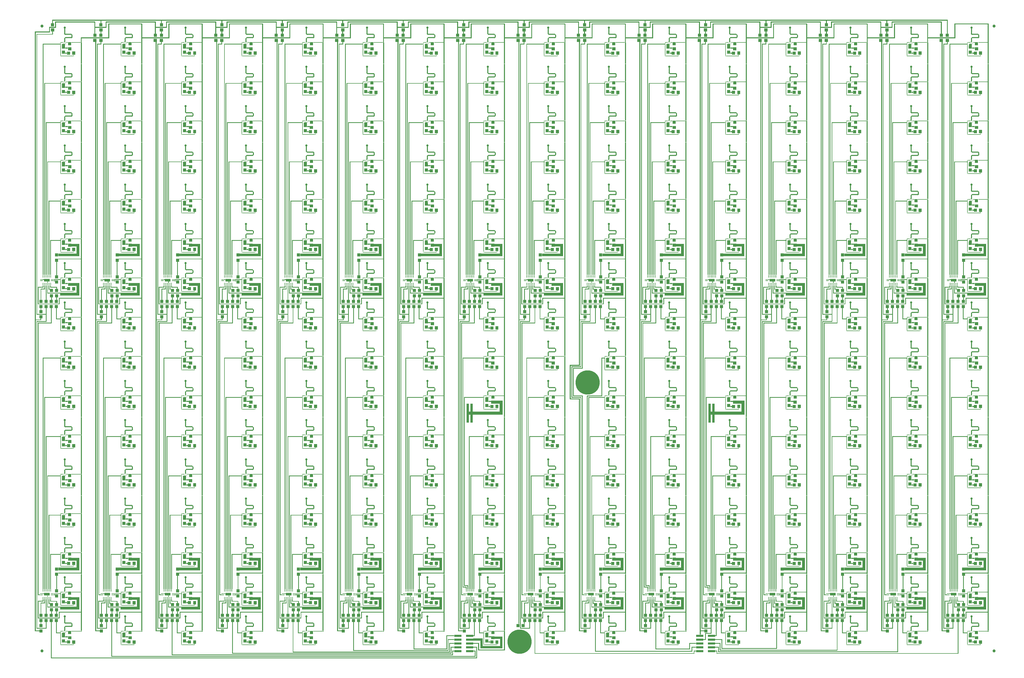
<source format=gtl>
G04 ===== Begin FILE IDENTIFICATION =====*
G04 File Format:  Gerber RS274X*
G04 ===== End FILE IDENTIFICATION =====*
%FSLAX66Y66*%
%MOIN*%
%SFA1.0000B1.0000*%
%OFA0.0B0.0*%
%ADD14R,0.027559X0.009843*%
%ADD15R,0.019685X0.019685*%
%ADD16R,0.000984X0.009449*%
%ADD17R,0.043307X0.042126*%
%ADD18R,0.009843X0.009843*%
%ADD19R,0.009843X0.143701*%
%ADD20R,0.078740X0.016535*%
%ADD21R,0.016535X0.039370*%
%ADD22R,0.009843X0.010630*%
%ADD23R,0.124016X0.009843*%
%ADD24R,0.043307X0.039370*%
%ADD25R,0.161417X0.009843*%
%ADD26C,0.027559*%
%ADD27R,0.013780X0.039370*%
%ADD28R,0.016535X0.027559*%
%ADD29R,0.022638X0.009843*%
%ADD30R,0.011811X0.229528*%
%ADD31R,0.039370X0.043307*%
%ADD32R,0.024606X0.011811*%
%ADD33R,0.011811X0.272441*%
%ADD34R,0.074803X0.035433*%
%ADD35R,0.035433X0.009449*%
%ADD36R,0.009449X0.035433*%
%ADD37R,0.029528X0.094488*%
%ADD38R,0.094488X0.029528*%
%ADD39R,0.036417X0.014961*%
%ADD40C,0.039370*%
%ADD41C,0.314961*%
%LNcond*%
%IPPOS*%
%LPD*%
G75*
G36*
G01X43307Y-82677D02*
G01X86614D01*
G01Y-43307D01*
G01X43307D01*
G01Y-82677D01*
G37*
D14*
X-34449Y21457D03*
D15*
X-4921Y-9055D03*
D16*
X-58563Y0D03*
D17*
X11875984Y5315D03*
D18*
X-53150Y21457D03*
D14*
X-34449Y533268D03*
D19*
X-53150Y-77756D03*
G36*
G01X8268Y136220D02*
G01X-8268D01*
G01X8268Y119685D01*
G01Y136220D01*
G37*
D20*
X47638Y127953D03*
D21*
X0Y55906D03*
D22*
X-53150Y11220D03*
D23*
X148622Y21457D03*
G36*
G01X222441Y26378D02*
G01X210630D01*
G01Y16535D01*
G01X222441D01*
G01Y26378D01*
G37*
D24*
X-14764Y-105512D03*
G36*
G01X8268Y75591D02*
G01Y92126D01*
G01X-8268Y75591D01*
G01X8268D01*
G37*
D25*
X32480Y-154528D03*
D18*
X-15748Y21457D03*
X15748Y5709D03*
X0D03*
X0Y21457D03*
X15748D03*
X-15748Y5709D03*
G36*
G01X8268Y36220D02*
G01X-8268D01*
G01X-4921Y26378D01*
G01X4921D01*
G01X8268Y36220D01*
G37*
D26*
X0Y214961D03*
D17*
X64961Y5315D03*
D27*
X0Y195276D03*
D21*
X0Y155906D03*
D28*
X95276Y105906D03*
G36*
G01X11898031Y7257480D02*
G01Y7240945D01*
G01X11914567Y7257480D01*
G01X11898031D01*
G37*
G36*
G01X87008Y92126D02*
G01Y75591D01*
G01X103543Y92126D01*
G01X87008D01*
G37*
D15*
X-24606Y-9055D03*
D29*
X31988Y21457D03*
D20*
X47638Y83858D03*
D26*
X5511811Y7892126D03*
G36*
G01X-48228Y5906D02*
G01X-58071D01*
G01Y-5906D01*
G01X-48228D01*
G01Y5906D01*
G37*
G36*
G01X87008Y119685D02*
G01X103543D01*
G01X87008Y136220D01*
G01Y119685D01*
G37*
G36*
G01X43307Y429134D02*
G01X86614D01*
G01Y468504D01*
G01X43307D01*
G01Y429134D01*
G37*
D30*
X216535Y141142D03*
D18*
X-53150Y-154528D03*
D24*
X-14764Y-38583D03*
D18*
X4842520Y4973425D03*
X118110Y-154528D03*
Y-144685D03*
G36*
G01X98425Y-96457D02*
G01Y-139764D01*
G01X137795D01*
G01Y-96457D01*
G01X98425D01*
G37*
D31*
X51181Y-118110D03*
D32*
X19193D03*
D15*
X-4921Y502756D03*
D16*
X-58563Y511811D03*
D18*
X10970472Y7186811D03*
X-53150Y533268D03*
D19*
Y434055D03*
G36*
G01X8268Y648031D02*
G01X-8268D01*
G01X8268Y631496D01*
G01Y648031D01*
G37*
D20*
X47638Y639764D03*
D21*
X0Y567717D03*
D22*
X-53150Y523031D03*
D23*
X148622Y533268D03*
G36*
G01X222441Y538189D02*
G01X210630D01*
G01Y528346D01*
G01X222441D01*
G01Y538189D01*
G37*
D24*
X-14764Y406299D03*
G36*
G01X8268Y587402D02*
G01Y603937D01*
G01X-8268Y587402D01*
G01X8268D01*
G37*
D25*
X32480Y357283D03*
D18*
X-15748Y533268D03*
X15748Y517520D03*
X0D03*
X0Y533268D03*
X15748D03*
X-15748Y517520D03*
G36*
G01X8268Y548031D02*
G01X-8268D01*
G01X-4921Y538189D01*
G01X4921D01*
G01X8268Y548031D01*
G37*
D26*
X0Y726772D03*
D17*
X64961Y517126D03*
D27*
X0Y707087D03*
D21*
X0Y667717D03*
D28*
X95276Y617717D03*
G36*
G01X2449213Y1655118D02*
G01X2465748D01*
G01X2449213Y1671654D01*
G01Y1655118D01*
G37*
G36*
G01X87008Y603937D02*
G01Y587402D01*
G01X103543Y603937D01*
G01X87008D01*
G37*
D15*
X-24606Y502756D03*
D29*
X31988Y533268D03*
D20*
X47638Y595669D03*
D33*
X216535Y392126D03*
G36*
G01X-48228Y517717D02*
G01X-58071D01*
G01Y505906D01*
G01X-48228D01*
G01Y517717D01*
G37*
G36*
G01X87008Y631496D02*
G01X103543D01*
G01X87008Y648031D01*
G01Y631496D01*
G37*
D30*
X216535Y652953D03*
D18*
X-53150Y357283D03*
D24*
X-14764Y473228D03*
D25*
X3969488Y5987205D03*
D18*
X118110Y357283D03*
Y367126D03*
G36*
G01X98425Y415354D02*
G01Y372047D01*
G01X137795D01*
G01Y415354D01*
G01X98425D01*
G37*
D31*
X51181Y393701D03*
D32*
X19193D03*
G36*
G01X43307Y940945D02*
G01X86614D01*
G01Y980315D01*
G01X43307D01*
G01Y940945D01*
G37*
D14*
X-34449Y1045079D03*
D15*
X-4921Y1014567D03*
D16*
X-58563Y1023622D03*
D18*
X4842520Y878937D03*
X-53150Y1045079D03*
D19*
Y945866D03*
G36*
G01X8268Y1159843D02*
G01X-8268D01*
G01X8268Y1143307D01*
G01Y1159843D01*
G37*
D20*
X47638Y1151575D03*
D21*
X0Y1079528D03*
D22*
X-53150Y1034843D03*
D23*
X148622Y1045079D03*
G36*
G01X222441Y1050000D02*
G01X210630D01*
G01Y1040157D01*
G01X222441D01*
G01Y1050000D01*
G37*
D24*
X-14764Y918110D03*
G36*
G01X8268Y1099213D02*
G01Y1115748D01*
G01X-8268Y1099213D01*
G01X8268D01*
G37*
D25*
X32480Y869094D03*
D18*
X-15748Y1045079D03*
X15748Y1029331D03*
X0D03*
X0Y1045079D03*
X15748D03*
X-15748Y1029331D03*
G36*
G01X8268Y1059843D02*
G01X-8268D01*
G01X-4921Y1050000D01*
G01X4921D01*
G01X8268Y1059843D01*
G37*
D26*
X0Y1238583D03*
D17*
X64961Y1028937D03*
D27*
X0Y1218898D03*
D21*
X0Y1179528D03*
D28*
X95276Y1129528D03*
D22*
X10183071Y5129331D03*
G36*
G01X87008Y1115748D02*
G01Y1099213D01*
G01X103543Y1115748D01*
G01X87008D01*
G37*
D15*
X-24606Y1014567D03*
D29*
X31988Y1045079D03*
D20*
X47638Y1107480D03*
D33*
X216535Y903937D03*
G36*
G01X-48228Y1029528D02*
G01X-58071D01*
G01Y1017717D01*
G01X-48228D01*
G01Y1029528D01*
G37*
G36*
G01X87008Y1143307D02*
G01X103543D01*
G01X87008Y1159843D01*
G01Y1143307D01*
G37*
D30*
X216535Y1164764D03*
D18*
X-53150Y869094D03*
D24*
X-14764Y985039D03*
D20*
X5559449Y7805118D03*
D18*
X118110Y869094D03*
Y878937D03*
G36*
G01X98425Y927165D02*
G01Y883858D01*
G01X137795D01*
G01Y927165D01*
G01X98425D01*
G37*
D31*
X51181Y905512D03*
D32*
X19193D03*
G36*
G01X43307Y1452756D02*
G01X86614D01*
G01Y1492126D01*
G01X43307D01*
G01Y1452756D01*
G37*
D14*
X-34449Y1556890D03*
D15*
X-4921Y1526378D03*
D16*
X-58563Y1535433D03*
G36*
G01X830709Y4011811D02*
G01X874016D01*
G01Y4051181D01*
G01X830709D01*
G01Y4011811D01*
G37*
D18*
X-53150Y1556890D03*
D19*
Y1457677D03*
G36*
G01X8268Y1671654D02*
G01X-8268D01*
G01X8268Y1655118D01*
G01Y1671654D01*
G37*
D20*
X47638Y1663386D03*
D21*
X0Y1591339D03*
D22*
X-53150Y1546654D03*
D23*
X148622Y1556890D03*
G36*
G01X222441Y1561811D02*
G01X210630D01*
G01Y1551969D01*
G01X222441D01*
G01Y1561811D01*
G37*
D24*
X-14764Y1429921D03*
G36*
G01X8268Y1611024D02*
G01Y1627559D01*
G01X-8268Y1611024D01*
G01X8268D01*
G37*
D25*
X32480Y1380906D03*
D18*
X-15748Y1556890D03*
X15748Y1541142D03*
X0D03*
X0Y1556890D03*
X15748D03*
X-15748Y1541142D03*
G36*
G01X8268Y1571654D02*
G01X-8268D01*
G01X-4921Y1561811D01*
G01X4921D01*
G01X8268Y1571654D01*
G37*
D26*
X0Y1750394D03*
D17*
X64961Y1540748D03*
D27*
X0Y1730709D03*
D21*
X0Y1691339D03*
D28*
X95276Y1641339D03*
G36*
G01X415354Y7744094D02*
G01X372047D01*
G01Y7704724D01*
G01X415354D01*
G01Y7744094D01*
G37*
G36*
G01X87008Y1627559D02*
G01Y1611024D01*
G01X103543Y1627559D01*
G01X87008D01*
G37*
D15*
X-24606Y1526378D03*
D29*
X31988Y1556890D03*
D20*
X47638Y1619291D03*
D33*
X216535Y1415748D03*
G36*
G01X-48228Y1541339D02*
G01X-58071D01*
G01Y1529528D01*
G01X-48228D01*
G01Y1541339D01*
G37*
G36*
G01X87008Y1655118D02*
G01X103543D01*
G01X87008Y1671654D01*
G01Y1655118D01*
G37*
D30*
X216535Y1676575D03*
D18*
X-53150Y1380906D03*
D24*
X-14764Y1496850D03*
D18*
X6246063Y6675000D03*
X118110Y1380906D03*
Y1390748D03*
G36*
G01X98425Y1438976D02*
G01Y1395669D01*
G01X137795D01*
G01Y1438976D01*
G01X98425D01*
G37*
D31*
X51181Y1417323D03*
D32*
X19193D03*
G36*
G01X43307Y3500000D02*
G01X86614D01*
G01Y3539370D01*
G01X43307D01*
G01Y3500000D01*
G37*
D14*
X-34449Y3604134D03*
D15*
X-4921Y3573622D03*
D16*
X-58563Y3582677D03*
D18*
X4055118Y7010827D03*
X-53150Y3604134D03*
D19*
Y3504921D03*
G36*
G01X8268Y3718898D02*
G01X-8268D01*
G01X8268Y3702362D01*
G01Y3718898D01*
G37*
D20*
X47638Y3710630D03*
D21*
X0Y3638583D03*
D22*
X-53150Y3593898D03*
D23*
X148622Y3604134D03*
G36*
G01X222441Y3609055D02*
G01X210630D01*
G01Y3599213D01*
G01X222441D01*
G01Y3609055D01*
G37*
D24*
X-14764Y3477165D03*
G36*
G01X8268Y3658268D02*
G01Y3674803D01*
G01X-8268Y3658268D01*
G01X8268D01*
G37*
D25*
X32480Y3428150D03*
D18*
X-15748Y3604134D03*
X15748Y3588386D03*
X0D03*
X0Y3604134D03*
X15748D03*
X-15748Y3588386D03*
G36*
G01X8268Y3618898D02*
G01X-8268D01*
G01X-4921Y3609055D01*
G01X4921D01*
G01X8268Y3618898D01*
G37*
D26*
X0Y3797638D03*
D17*
X64961Y3587992D03*
D27*
X0Y3777953D03*
D21*
X0Y3738583D03*
D28*
X95276Y3688583D03*
G36*
G01X87008Y3674803D02*
G01Y3658268D01*
G01X103543Y3674803D01*
G01X87008D01*
G37*
D15*
X-24606Y3573622D03*
D29*
X31988Y3604134D03*
D20*
X47638Y3666535D03*
D33*
X216535Y3462992D03*
G36*
G01X-48228Y3588583D02*
G01X-58071D01*
G01Y3576772D01*
G01X-48228D01*
G01Y3588583D01*
G37*
G36*
G01X87008Y3702362D02*
G01X103543D01*
G01X87008Y3718898D01*
G01Y3702362D01*
G37*
D30*
X216535Y3723819D03*
D18*
X-53150Y3428150D03*
D24*
X-14764Y3544094D03*
X9434055Y1941732D03*
D18*
X118110Y3428150D03*
Y3437992D03*
G36*
G01X98425Y3486220D02*
G01Y3442913D01*
G01X137795D01*
G01Y3486220D01*
G01X98425D01*
G37*
D31*
X51181Y3464567D03*
D32*
X19193D03*
D21*
X0Y2614961D03*
D24*
X-14764Y2520472D03*
D27*
X0Y3266142D03*
G36*
G01X87008Y2678740D02*
G01X103543D01*
G01X87008Y2695276D01*
G01Y2678740D01*
G37*
D29*
X31988Y2580512D03*
D32*
X19193Y2952756D03*
G36*
G01X98425Y2462598D02*
G01Y2419291D01*
G01X137795D01*
G01Y2462598D01*
G01X98425D01*
G37*
D18*
X7820866Y3428150D03*
G36*
G01X8268Y2122835D02*
G01Y2139370D01*
G01X-8268Y2122835D01*
G01X8268D01*
G37*
D31*
X51181Y2952756D03*
D24*
X-14764Y3032283D03*
Y2965354D03*
D15*
X8636811Y3061811D03*
D31*
X51181Y2440945D03*
D24*
X-14764Y2453543D03*
D31*
X51181Y1929134D03*
D30*
X2578740Y4747441D03*
D24*
X-14764Y1941732D03*
Y2008661D03*
D28*
X95276Y3176772D03*
Y2664961D03*
D20*
X47638Y3198819D03*
D28*
X95276Y2153150D03*
D18*
X-15748Y3092323D03*
X15748Y3076575D03*
X0D03*
X0Y3092323D03*
X15748D03*
X-15748Y3076575D03*
Y2580512D03*
X15748Y2564764D03*
X0D03*
X0Y2580512D03*
X15748D03*
X-15748Y2564764D03*
D32*
X19193Y1929134D03*
D18*
X-15748Y2068701D03*
X15748Y2052953D03*
X0D03*
X0Y2068701D03*
X15748D03*
X-15748Y2052953D03*
D15*
X-24606Y3061811D03*
X-4921D03*
X-24606Y2550000D03*
X-4921D03*
Y2038189D03*
D33*
X216535Y1927559D03*
D15*
X-24606Y2038189D03*
D27*
X0Y2754331D03*
X0Y2242520D03*
D16*
X-58563Y3070866D03*
Y2559055D03*
D29*
X31988Y3092323D03*
D16*
X-58563Y2047244D03*
D23*
X148622Y3092323D03*
Y2580512D03*
Y2068701D03*
G36*
G01X98425Y1950787D02*
G01Y1907480D01*
G01X137795D01*
G01Y1950787D01*
G01X98425D01*
G37*
G36*
G01X222441Y3097244D02*
G01X210630D01*
G01Y3087402D01*
G01X222441D01*
G01Y3097244D01*
G37*
G36*
G01X222441Y2585433D02*
G01X210630D01*
G01Y2575591D01*
G01X222441D01*
G01Y2585433D01*
G37*
G36*
G01X87008Y2166929D02*
G01X103543D01*
G01X87008Y2183465D01*
G01Y2166929D01*
G37*
G36*
G01X222441Y2073622D02*
G01X210630D01*
G01Y2063780D01*
G01X222441D01*
G01Y2073622D01*
G37*
D19*
X-53150Y2993110D03*
Y2481299D03*
Y1969488D03*
G36*
G01X43307Y2988189D02*
G01X86614D01*
G01Y3027559D01*
G01X43307D01*
G01Y2988189D01*
G37*
D26*
X0Y3285827D03*
X0Y2774016D03*
X0Y2262205D03*
D30*
X216535Y3212008D03*
Y2700197D03*
Y2188386D03*
D18*
X118110Y2926181D03*
Y2414370D03*
Y1902559D03*
D25*
X32480Y2916339D03*
Y2404528D03*
Y1892717D03*
D17*
X64961Y3076181D03*
Y2564370D03*
Y2052559D03*
D21*
X4724409Y4250394D03*
D20*
X3197244Y6781496D03*
D33*
X216535Y2951181D03*
D24*
X10221457Y5591339D03*
G36*
G01X8268Y3107087D02*
G01X-8268D01*
G01X-4921Y3097244D01*
G01X4921D01*
G01X8268Y3107087D01*
G37*
G36*
G01X8268Y2595276D02*
G01X-8268D01*
G01X-4921Y2585433D01*
G01X4921D01*
G01X8268Y2595276D01*
G37*
G36*
G01X8268Y2083465D02*
G01X-8268D01*
G01X-4921Y2073622D01*
G01X4921D01*
G01X8268Y2083465D01*
G37*
D33*
X216535Y2439370D03*
G36*
G01X-48228Y3076772D02*
G01X-58071D01*
G01Y3064961D01*
G01X-48228D01*
G01Y3076772D01*
G37*
G36*
G01X-48228Y2564961D02*
G01X-58071D01*
G01Y2553150D01*
G01X-48228D01*
G01Y2564961D01*
G37*
G36*
G01X-48228Y2053150D02*
G01X-58071D01*
G01Y2041339D01*
G01X-48228D01*
G01Y2053150D01*
G37*
D14*
X-34449Y3092323D03*
Y2580512D03*
Y2068701D03*
G36*
G01X87008Y3190551D02*
G01X103543D01*
G01X87008Y3207087D01*
G01Y3190551D01*
G37*
G36*
G01X87008Y3162992D02*
G01Y3146457D01*
G01X103543Y3162992D01*
G01X87008D01*
G37*
G36*
G01X8268Y3207087D02*
G01X-8268D01*
G01X8268Y3190551D01*
G01Y3207087D01*
G37*
G36*
G01X8268Y3146457D02*
G01Y3162992D01*
G01X-8268Y3146457D01*
G01X8268D01*
G37*
G36*
G01X8268Y2634646D02*
G01Y2651181D01*
G01X-8268Y2634646D01*
G01X8268D01*
G37*
G36*
G01X8268Y2695276D02*
G01X-8268D01*
G01X8268Y2678740D01*
G01Y2695276D01*
G37*
G36*
G01X87008Y2651181D02*
G01Y2634646D01*
G01X103543Y2651181D01*
G01X87008D01*
G37*
G36*
G01X8268Y2183465D02*
G01X-8268D01*
G01X8268Y2166929D01*
G01Y2183465D01*
G37*
G36*
G01X87008Y2139370D02*
G01Y2122835D01*
G01X103543Y2139370D01*
G01X87008D01*
G37*
G36*
G01X98425Y2974409D02*
G01Y2931102D01*
G01X137795D01*
G01Y2974409D01*
G01X98425D01*
G37*
D23*
X3298228Y6675000D03*
G36*
G01X43307Y2476378D02*
G01X86614D01*
G01Y2515748D01*
G01X43307D01*
G01Y2476378D01*
G37*
G36*
G01X43307Y1964567D02*
G01X86614D01*
G01Y2003937D01*
G01X43307D01*
G01Y1964567D01*
G37*
D19*
X5458661Y2993110D03*
D32*
X19193Y2440945D03*
D21*
X0Y3126772D03*
X0Y3226772D03*
X0Y2714961D03*
X0Y2103150D03*
X0Y2203150D03*
D20*
X47638Y3154724D03*
Y2687008D03*
Y2642913D03*
Y2175197D03*
Y2131102D03*
D18*
X-53150Y2916339D03*
Y3092323D03*
X118110Y2916339D03*
X-53150Y2580512D03*
X118110Y2404528D03*
X-53150D03*
Y2068701D03*
Y1892717D03*
X118110D03*
D29*
X31988Y2068701D03*
D22*
X-53150Y3082087D03*
Y2570276D03*
Y2058465D03*
G36*
G01X43307Y5547244D02*
G01X86614D01*
G01Y5586614D01*
G01X43307D01*
G01Y5547244D01*
G37*
D14*
X-34449Y5651378D03*
D15*
X-4921Y5620866D03*
D16*
X-58563Y5629921D03*
D24*
X7859252Y406299D03*
D18*
X-53150Y5651378D03*
D19*
Y5552165D03*
G36*
G01X8268Y5766142D02*
G01X-8268D01*
G01X8268Y5749606D01*
G01Y5766142D01*
G37*
D20*
X47638Y5757874D03*
D21*
X0Y5685827D03*
D22*
X-53150Y5641142D03*
D23*
X148622Y5651378D03*
G36*
G01X222441Y5656299D02*
G01X210630D01*
G01Y5646457D01*
G01X222441D01*
G01Y5656299D01*
G37*
D24*
X-14764Y5524409D03*
G36*
G01X8268Y5705512D02*
G01Y5722047D01*
G01X-8268Y5705512D01*
G01X8268D01*
G37*
D25*
X32480Y5475394D03*
D18*
X-15748Y5651378D03*
X15748Y5635630D03*
X0D03*
X0Y5651378D03*
X15748D03*
X-15748Y5635630D03*
G36*
G01X8268Y5666142D02*
G01X-8268D01*
G01X-4921Y5656299D01*
G01X4921D01*
G01X8268Y5666142D01*
G37*
D26*
X0Y5844882D03*
D17*
X64961Y5635236D03*
D27*
X0Y5825197D03*
D21*
X0Y5785827D03*
D28*
X95276Y5735827D03*
G36*
G01X87008Y5722047D02*
G01Y5705512D01*
G01X103543Y5722047D01*
G01X87008D01*
G37*
D15*
X-24606Y5620866D03*
D29*
X31988Y5651378D03*
D20*
X47638Y5713780D03*
D33*
X216535Y5510236D03*
G36*
G01X-48228Y5635827D02*
G01X-58071D01*
G01Y5624016D01*
G01X-48228D01*
G01Y5635827D01*
G37*
G36*
G01X87008Y5749606D02*
G01X103543D01*
G01X87008Y5766142D01*
G01Y5749606D01*
G37*
D27*
X1574803Y7360630D03*
D18*
X-53150Y5475394D03*
D24*
X-14764Y5591339D03*
D18*
X10354331Y7020669D03*
X118110Y5475394D03*
Y5485236D03*
G36*
G01X98425Y5533465D02*
G01Y5490157D01*
G01X137795D01*
G01Y5533465D01*
G01X98425D01*
G37*
D31*
X51181Y5511811D03*
D32*
X19193D03*
D21*
X0Y4662205D03*
D24*
X-14764Y4567717D03*
D27*
X0Y5313386D03*
G36*
G01X87008Y4725984D02*
G01X103543D01*
G01X87008Y4742520D01*
G01Y4725984D01*
G37*
D29*
X31988Y4627756D03*
D32*
X19193Y5000000D03*
G36*
G01X98425Y4509843D02*
G01Y4466535D01*
G01X137795D01*
G01Y4509843D01*
G01X98425D01*
G37*
D24*
X9434055Y5524409D03*
G36*
G01X8268Y4170079D02*
G01Y4186614D01*
G01X-8268Y4170079D01*
G01X8268D01*
G37*
D31*
X51181Y5000000D03*
D24*
X-14764Y5079528D03*
Y5012598D03*
X7071850Y3032283D03*
D31*
X51181Y4488189D03*
D21*
X10236220Y5174016D03*
D24*
X-14764Y4500787D03*
D31*
X51181Y3976378D03*
G36*
G01X739173Y3588583D02*
G01X729331D01*
G01Y3576772D01*
G01X739173D01*
G01Y3588583D01*
G37*
D24*
X-14764Y3988976D03*
Y4055906D03*
D28*
X95276Y5224016D03*
Y4712205D03*
D20*
X47638Y5246063D03*
D28*
X95276Y4200394D03*
D18*
X-15748Y5139567D03*
X15748Y5123819D03*
X0D03*
X0Y5139567D03*
X15748D03*
X-15748Y5123819D03*
Y4627756D03*
X15748Y4612008D03*
X0D03*
X0Y4627756D03*
X15748D03*
X-15748Y4612008D03*
D32*
X19193Y3976378D03*
D18*
X-15748Y4115945D03*
X15748Y4100197D03*
X0D03*
X0Y4115945D03*
X15748D03*
X-15748Y4100197D03*
D15*
X-24606Y5109055D03*
X-4921D03*
X-24606Y4597244D03*
X-4921D03*
Y4085433D03*
D33*
X216535Y3974803D03*
D15*
X-24606Y4085433D03*
D27*
X0Y4801575D03*
X0Y4289764D03*
D16*
X-58563Y5118110D03*
Y4606299D03*
D29*
X31988Y5139567D03*
D16*
X-58563Y4094488D03*
D23*
X148622Y5139567D03*
Y4627756D03*
Y4115945D03*
G36*
G01X98425Y3998031D02*
G01Y3954724D01*
G01X137795D01*
G01Y3998031D01*
G01X98425D01*
G37*
G36*
G01X222441Y5144488D02*
G01X210630D01*
G01Y5134646D01*
G01X222441D01*
G01Y5144488D01*
G37*
G36*
G01X222441Y4632677D02*
G01X210630D01*
G01Y4622835D01*
G01X222441D01*
G01Y4632677D01*
G37*
G36*
G01X87008Y4214173D02*
G01X103543D01*
G01X87008Y4230709D01*
G01Y4214173D01*
G37*
G36*
G01X222441Y4120866D02*
G01X210630D01*
G01Y4111024D01*
G01X222441D01*
G01Y4120866D01*
G37*
D19*
X-53150Y5040354D03*
Y4528543D03*
Y4016732D03*
G36*
G01X43307Y5035433D02*
G01X86614D01*
G01Y5074803D01*
G01X43307D01*
G01Y5035433D01*
G37*
D26*
X0Y5333071D03*
X0Y4821260D03*
X0Y4309449D03*
D30*
X216535Y5259252D03*
Y4747441D03*
Y4235630D03*
D18*
X118110Y4973425D03*
Y4461614D03*
Y3949803D03*
D25*
X32480Y4963583D03*
Y4451772D03*
Y3939961D03*
D17*
X64961Y5123425D03*
Y4611614D03*
Y4099803D03*
D24*
X3628346Y160630D03*
G36*
G01X3101378Y5124016D02*
G01X3091535D01*
G01Y5112205D01*
G01X3101378D01*
G01Y5124016D01*
G37*
D33*
X216535Y4998425D03*
D30*
X8877953Y5771063D03*
G36*
G01X8268Y5154331D02*
G01X-8268D01*
G01X-4921Y5144488D01*
G01X4921D01*
G01X8268Y5154331D01*
G37*
G36*
G01X8268Y4642520D02*
G01X-8268D01*
G01X-4921Y4632677D01*
G01X4921D01*
G01X8268Y4642520D01*
G37*
G36*
G01X8268Y4130709D02*
G01X-8268D01*
G01X-4921Y4120866D01*
G01X4921D01*
G01X8268Y4130709D01*
G37*
D33*
X216535Y4486614D03*
G36*
G01X-48228Y5124016D02*
G01X-58071D01*
G01Y5112205D01*
G01X-48228D01*
G01Y5124016D01*
G37*
G36*
G01X-48228Y4612205D02*
G01X-58071D01*
G01Y4600394D01*
G01X-48228D01*
G01Y4612205D01*
G37*
G36*
G01X-48228Y4100394D02*
G01X-58071D01*
G01Y4088583D01*
G01X-48228D01*
G01Y4100394D01*
G37*
D14*
X-34449Y5139567D03*
Y4627756D03*
Y4115945D03*
G36*
G01X87008Y5237795D02*
G01X103543D01*
G01X87008Y5254331D01*
G01Y5237795D01*
G37*
G36*
G01X87008Y5210236D02*
G01Y5193701D01*
G01X103543Y5210236D01*
G01X87008D01*
G37*
G36*
G01X8268Y5254331D02*
G01X-8268D01*
G01X8268Y5237795D01*
G01Y5254331D01*
G37*
G36*
G01X8268Y5193701D02*
G01Y5210236D01*
G01X-8268Y5193701D01*
G01X8268D01*
G37*
G36*
G01X8268Y4681890D02*
G01Y4698425D01*
G01X-8268Y4681890D01*
G01X8268D01*
G37*
G36*
G01X8268Y4742520D02*
G01X-8268D01*
G01X8268Y4725984D01*
G01Y4742520D01*
G37*
G36*
G01X87008Y4698425D02*
G01Y4681890D01*
G01X103543Y4698425D01*
G01X87008D01*
G37*
G36*
G01X8268Y4230709D02*
G01X-8268D01*
G01X8268Y4214173D01*
G01Y4230709D01*
G37*
G36*
G01X87008Y4186614D02*
G01Y4170079D01*
G01X103543Y4186614D01*
G01X87008D01*
G37*
G36*
G01X98425Y5021654D02*
G01Y4978346D01*
G01X137795D01*
G01Y5021654D01*
G01X98425D01*
G37*
D24*
X772638Y4500787D03*
G36*
G01X43307Y4523622D02*
G01X86614D01*
G01Y4562992D01*
G01X43307D01*
G01Y4523622D01*
G37*
G36*
G01X43307Y4011811D02*
G01X86614D01*
G01Y4051181D01*
G01X43307D01*
G01Y4011811D01*
G37*
D32*
X806594Y1417323D03*
X19193Y4488189D03*
D21*
X0Y5174016D03*
X0Y5274016D03*
X0Y4762205D03*
X0Y4150394D03*
X0Y4250394D03*
D20*
X47638Y5201969D03*
Y4734252D03*
Y4690157D03*
Y4222441D03*
Y4178346D03*
D18*
X-53150Y4963583D03*
Y5139567D03*
X118110Y4963583D03*
X-53150Y4627756D03*
X118110Y4451772D03*
X-53150D03*
Y4115945D03*
Y3939961D03*
X118110D03*
D29*
X31988Y4115945D03*
D22*
X-53150Y5129331D03*
Y4617520D03*
Y4105709D03*
D20*
X11071260Y7249213D03*
D29*
X11055610Y7186811D03*
G36*
G01X8759843Y2974409D02*
G01Y2931102D01*
G01X8799213D01*
G01Y2974409D01*
G01X8759843D01*
G37*
D16*
X5453248Y5118110D03*
D33*
X2578740Y7557480D03*
D34*
X6067323Y503937D03*
D35*
X5996457Y496063D03*
Y511811D03*
D36*
X6116535Y452756D03*
X6096850D03*
X6077165D03*
X6057480D03*
X6037795D03*
X6018110D03*
Y555118D03*
X6037795D03*
X6057480D03*
X6077165D03*
X6096850D03*
X6116535D03*
D35*
X6138189Y511811D03*
Y496063D03*
D29*
X3181594Y3604134D03*
G36*
G01X8096457Y26378D02*
G01X8084646D01*
G01Y16535D01*
G01X8096457D01*
G01Y26378D01*
G37*
D28*
X11906299Y6247638D03*
D27*
X2362205Y7872441D03*
G36*
G01X795669Y6177953D02*
G01X779134D01*
G01X782480Y6168110D01*
G01X792323D01*
G01X795669Y6177953D01*
G37*
D25*
X2394685Y3939961D03*
G36*
G01X3945276Y7201575D02*
G01X3928740D01*
G01X3932087Y7191732D01*
G01X3941929D01*
G01X3945276Y7201575D01*
G37*
D27*
X8661417Y2242520D03*
D18*
X771654Y7186811D03*
X803150Y7171063D03*
X787402D03*
Y7186811D03*
X803150D03*
X771654Y7171063D03*
D27*
X2362205Y3777953D03*
D24*
X3922244Y2965354D03*
D14*
X8626969Y7698622D03*
D20*
X7134252Y1663386D03*
G36*
G01X7961024Y4725984D02*
G01X7977559D01*
G01X7961024Y4742520D01*
G01Y4725984D01*
G37*
D17*
X6364173Y7682480D03*
G36*
G01X10244488Y4642520D02*
G01X10227953D01*
G01X10231299Y4632677D01*
G01X10241142D01*
G01X10244488Y4642520D01*
G37*
D15*
X11018701Y3573622D03*
D18*
X10220472Y21457D03*
X10251969Y5709D03*
X10236220D03*
Y21457D03*
X10251969D03*
X10220472Y5709D03*
D26*
X8661417Y6868504D03*
D24*
X6982283Y302362D03*
D23*
X3298228Y7698622D03*
D28*
X10331496Y1129528D03*
D17*
X11088583Y5315D03*
G36*
G01X11122047Y7068898D02*
G01Y7025591D01*
G01X11161417D01*
G01Y7068898D01*
G01X11122047D01*
G37*
G36*
G01X2449213Y4698425D02*
G01Y4681890D01*
G01X2465748Y4698425D01*
G01X2449213D01*
G37*
D32*
X11042815Y6535433D03*
D27*
X9448819Y195276D03*
G36*
G01X8669685Y1571654D02*
G01X8653150D01*
G01X8656496Y1561811D01*
G01X8666339D01*
G01X8669685Y1571654D01*
G37*
D21*
X3937008Y3638583D03*
D24*
X3045276Y481102D03*
D20*
X11071260Y2687008D03*
G36*
G01X11122047Y3486220D02*
G01Y3442913D01*
G01X11161417D01*
G01Y3486220D01*
G01X11122047D01*
G37*
D21*
X4724409Y3738583D03*
D18*
X7204724Y3949803D03*
D24*
X4549606Y227559D03*
D17*
X8726378Y6658858D03*
G36*
G01X7173622Y5722047D02*
G01Y5705512D01*
G01X7190157Y5722047D01*
G01X7173622D01*
G37*
D19*
X7820866Y2481299D03*
D18*
X1521654Y7522638D03*
D14*
X3902559Y1556890D03*
G36*
G01X4946850Y2585433D02*
G01X4935039D01*
G01Y2575591D01*
G01X4946850D01*
G01Y2585433D01*
G37*
D27*
X3149606Y5313386D03*
G36*
G01X4946850Y26378D02*
G01X4935039D01*
G01Y16535D01*
G01X4946850D01*
G01Y26378D01*
G37*
D24*
X2840945Y4121260D03*
D18*
X10354331Y878937D03*
G36*
G01X3643701Y7881890D02*
G01X3600394D01*
G01Y7842520D01*
G01X3643701D01*
G01Y7881890D01*
G37*
D17*
X7151575Y3587992D03*
D26*
X7874016Y3285827D03*
G36*
G01X10187992Y4100394D02*
G01X10178150D01*
G01Y4088583D01*
G01X10187992D01*
G01Y4100394D01*
G37*
D21*
X787402Y6709449D03*
D15*
X11018701Y4085433D03*
G36*
G01X9400591Y5635827D02*
G01X9390748D01*
G01Y5624016D01*
G01X9400591D01*
G01Y5635827D01*
G37*
D15*
X2357283Y2038189D03*
G36*
G01X8748425Y1143307D02*
G01X8764961D01*
G01X8748425Y1159843D01*
G01Y1143307D01*
G37*
D20*
X835039Y5713780D03*
G36*
G01X4946850Y1050000D02*
G01X4935039D01*
G01Y1040157D01*
G01X4946850D01*
G01Y1050000D01*
G37*
D21*
X8661417Y2203150D03*
D16*
X10965059Y7165354D03*
D26*
X6299213Y2262205D03*
D21*
X10236220Y4762205D03*
D26*
X9448819Y5333071D03*
D24*
X9207087Y4322047D03*
D18*
X10183071Y1380906D03*
D30*
X8877953Y4235630D03*
G36*
G01X4946850Y1561811D02*
G01X4935039D01*
G01Y1551969D01*
G01X4946850D01*
G01Y1561811D01*
G37*
D24*
X4616535Y227559D03*
G36*
G01X4024016Y2139370D02*
G01Y2122835D01*
G01X4040551Y2139370D01*
G01X4024016D01*
G37*
D24*
X5196850Y7791339D03*
D27*
X2362205Y7360630D03*
D24*
X4620079Y369291D03*
D26*
X10236220Y4821260D03*
D24*
X11008858Y5591339D03*
D27*
X7086614Y3777953D03*
D24*
X4620079Y548031D03*
G36*
G01X11110630Y119685D02*
G01X11127165D01*
G01X11110630Y136220D01*
G01Y119685D01*
G37*
G36*
G01X8669685Y6177953D02*
G01X8653150D01*
G01X8656496Y6168110D01*
G01X8666339D01*
G01X8669685Y6177953D01*
G37*
G36*
G01X4767717Y5035433D02*
G01X4811024D01*
G01Y5074803D01*
G01X4767717D01*
G01Y5035433D01*
G37*
D16*
X7815453Y2047244D03*
D31*
X2413386Y7559055D03*
D22*
X1521654Y4105709D03*
G36*
G01X11122047Y6045276D02*
G01Y6001969D01*
G01X11161417D01*
G01Y6045276D01*
G01X11122047D01*
G37*
G36*
G01X4732677Y2122835D02*
G01Y2139370D01*
G01X4716142Y2122835D01*
G01X4732677D01*
G37*
D31*
X8712598Y7047244D03*
D27*
X4724409Y3777953D03*
G36*
G01X8096457Y2585433D02*
G01X8084646D01*
G01Y2575591D01*
G01X8096457D01*
G01Y2585433D01*
G37*
D20*
X10283858Y2175197D03*
D28*
X10331496Y3176772D03*
D24*
X3765748Y4396850D03*
D26*
X9448819Y214961D03*
D18*
X4842520Y367126D03*
D21*
X11023622Y7833071D03*
D18*
X3267717Y7532480D03*
X1521654Y7186811D03*
G36*
G01X6397638Y2462598D02*
G01Y2419291D01*
G01X6437008D01*
G01Y2462598D01*
G01X6397638D01*
G37*
D25*
X4756890Y869094D03*
D24*
X6194882Y481102D03*
D14*
X9414370Y7186811D03*
G36*
G01X10334646Y3998031D02*
G01Y3954724D01*
G01X10374016D01*
G01Y3998031D01*
G01X10334646D01*
G37*
G36*
G01X5555118Y429134D02*
G01X5598425D01*
G01Y468504D01*
G01X5555118D01*
G01Y429134D01*
G37*
D30*
X9665354Y141142D03*
D27*
X4724409Y4289764D03*
D34*
X5279921Y503937D03*
D35*
X5209055Y496063D03*
Y511811D03*
D36*
X5329134Y452756D03*
X5309449D03*
X5289764D03*
X5270079D03*
X5250394D03*
X5230709D03*
Y555118D03*
X5250394D03*
X5270079D03*
X5289764D03*
X5309449D03*
X5329134D03*
D35*
X5350787Y511811D03*
Y496063D03*
D34*
X5279921Y4598425D03*
D35*
X5209055Y4590551D03*
Y4606299D03*
D36*
X5329134Y4547244D03*
X5309449D03*
X5289764D03*
X5270079D03*
X5250394D03*
X5230709D03*
Y4649606D03*
X5250394D03*
X5270079D03*
X5289764D03*
X5309449D03*
X5329134D03*
D35*
X5350787Y4606299D03*
Y4590551D03*
G36*
G01X7961024Y2139370D02*
G01Y2122835D01*
G01X7977559Y2139370D01*
G01X7961024D01*
G37*
D16*
X5453248Y4606299D03*
D21*
X3937008Y55906D03*
D18*
X11141732Y6499016D03*
D22*
X9395669Y3593898D03*
G36*
G01X6386220Y3190551D02*
G01X6402756D01*
G01X6386220Y3207087D01*
G01Y3190551D01*
G37*
G36*
G01X10279528Y2476378D02*
G01X10322835D01*
G01Y2515748D01*
G01X10279528D01*
G01Y2476378D01*
G37*
D29*
X6331201Y533268D03*
D14*
X6264764Y6163189D03*
G36*
G01X7173622Y7285039D02*
G01X7190157D01*
G01X7173622Y7301575D01*
G01Y7285039D01*
G37*
D25*
X7119094Y5475394D03*
Y4451772D03*
G36*
G01X7094882Y75591D02*
G01Y92126D01*
G01X7078346Y75591D01*
G01X7094882D01*
G37*
D27*
X2362205Y4801575D03*
D17*
X6364173Y3076181D03*
D18*
X7033465Y6163189D03*
D30*
X1003937Y7306496D03*
D18*
X7204724Y1380906D03*
D24*
X772638Y3032283D03*
D18*
X7204724Y3428150D03*
D16*
X7028051Y1023622D03*
G36*
G01X7882283Y7301575D02*
G01X7865748D01*
G01X7882283Y7285039D01*
G01Y7301575D01*
G37*
G36*
G01X7882283Y4742520D02*
G01X7865748D01*
G01X7882283Y4725984D01*
G01Y4742520D01*
G37*
D26*
X11023622Y2774016D03*
G36*
G01X5610236Y7068898D02*
G01Y7025591D01*
G01X5649606D01*
G01Y7068898D01*
G01X5610236D01*
G37*
D24*
X1266142Y227559D03*
D18*
X5458661Y357283D03*
D31*
X11074803Y6023622D03*
D20*
X2409843Y7293307D03*
D15*
X6274606Y-9055D03*
G36*
G01X8669685Y6689764D02*
G01X8653150D01*
G01X8656496Y6679921D01*
G01X8666339D01*
G01X8669685Y6689764D01*
G37*
D28*
X9544094Y105906D03*
D23*
X1723425Y1045079D03*
G36*
G01X5520079Y1159843D02*
G01X5503543D01*
G01X5520079Y1143307D01*
G01Y1159843D01*
G37*
D17*
X7938976Y1028937D03*
D26*
X7874016Y7892126D03*
D23*
X8022638Y7698622D03*
D24*
X3134843Y7059843D03*
G36*
G01X7961024Y4186614D02*
G01Y4170079D01*
G01X7977559Y4186614D01*
G01X7961024D01*
G37*
D25*
X1607283Y1892717D03*
D34*
X9216929Y503937D03*
D35*
X9146063Y496063D03*
Y511811D03*
D36*
X9266142Y452756D03*
X9246457D03*
X9226772D03*
X9207087D03*
X9187402D03*
X9167717D03*
Y555118D03*
X9187402D03*
X9207087D03*
X9226772D03*
X9246457D03*
X9266142D03*
D35*
X9287795Y511811D03*
Y496063D03*
D24*
X1560039Y7571654D03*
D16*
X9390256Y2047244D03*
G36*
G01X9457087Y6689764D02*
G01X9440551D01*
G01X9443898Y6679921D01*
G01X9453740D01*
G01X9457087Y6689764D01*
G37*
D18*
X10220472Y1556890D03*
X10251969Y1541142D03*
X10236220D03*
Y1556890D03*
X10251969D03*
X10220472Y1541142D03*
D29*
X8693406Y5651378D03*
D24*
X7859252Y7059843D03*
D20*
X11071260Y5246063D03*
D22*
X6246063Y4617520D03*
X7820866Y2058465D03*
D29*
X5543799Y2068701D03*
G36*
G01X10975394Y2564961D02*
G01X10965551D01*
G01Y2553150D01*
G01X10975394D01*
G01Y2564961D01*
G37*
D20*
X5559449Y7761024D03*
D24*
X772638Y4567717D03*
D20*
X10283858Y6269685D03*
G36*
G01X5610236Y415354D02*
G01Y372047D01*
G01X5649606D01*
G01Y415354D01*
G01X5610236D01*
G37*
D25*
X5544291Y1892717D03*
G36*
G01X5598819Y631496D02*
G01X5615354D01*
G01X5598819Y648031D01*
G01Y631496D01*
G37*
G36*
G01X7173622Y119685D02*
G01X7190157D01*
G01X7173622Y136220D01*
G01Y119685D01*
G37*
G36*
G01X5520079Y6789764D02*
G01X5503543D01*
G01X5520079Y6773228D01*
G01Y6789764D01*
G37*
D14*
X7839567Y4627756D03*
D31*
X10287402Y1417323D03*
D33*
X1003937Y2951181D03*
D18*
X8779528Y6499016D03*
D33*
X1003937Y1927559D03*
D20*
X3984646Y5201969D03*
D18*
X771654Y6163189D03*
X803150Y6147441D03*
X787402D03*
Y6163189D03*
X803150D03*
X771654Y6147441D03*
D29*
X10268209Y5651378D03*
G36*
G01X8669685Y7301575D02*
G01X8653150D01*
G01X8669685Y7285039D01*
G01Y7301575D01*
G37*
D24*
X8646654Y6614961D03*
D18*
X905512Y878937D03*
D21*
X7086614Y6297638D03*
D28*
X7969291Y4712205D03*
D24*
X478740Y4255118D03*
D31*
X3200787Y6535433D03*
D24*
X8486614Y4255118D03*
D14*
X2327756Y1556890D03*
D24*
X2187402Y160630D03*
X9434055Y3988976D03*
D26*
X3937008Y6356693D03*
D18*
X8645669Y533268D03*
X8677165Y517520D03*
X8661417D03*
Y533268D03*
X8677165D03*
X8645669Y517520D03*
G36*
G01X9492126Y3500000D02*
G01X9535433D01*
G01Y3539370D01*
G01X9492126D01*
G01Y3500000D01*
G37*
D14*
X752953Y6163189D03*
D29*
X1606791Y3604134D03*
D21*
X10236220Y5685827D03*
D18*
X9566929Y4973425D03*
D30*
X7303150Y7306496D03*
D15*
X5487205Y1014567D03*
D26*
X9448819Y6868504D03*
D18*
X7204724Y3437992D03*
D26*
X10236220Y3797638D03*
D17*
X8726378Y2564370D03*
D15*
X5487205Y2550000D03*
D24*
X9994488Y4255118D03*
D34*
X2130315Y503937D03*
D35*
X2059449Y496063D03*
Y511811D03*
D36*
X2179528Y452756D03*
X2159843D03*
X2140157D03*
X2120472D03*
X2100787D03*
X2081102D03*
Y555118D03*
X2100787D03*
X2120472D03*
X2140157D03*
X2159843D03*
X2179528D03*
D35*
X2201181Y511811D03*
Y496063D03*
D30*
X5728346Y141142D03*
G36*
G01X1661811Y1143307D02*
G01X1678346D01*
G01X1661811Y1159843D01*
G01Y1143307D01*
G37*
D22*
X8608268Y3593898D03*
D18*
X5458661Y4451772D03*
G36*
G01X3945276Y3146457D02*
G01Y3162992D01*
G01X3928740Y3146457D01*
G01X3945276D01*
G37*
D20*
X835039Y7249213D03*
D24*
X2187402Y4322047D03*
D26*
X8661417Y4821260D03*
G36*
G01X11031890Y2122835D02*
G01Y2139370D01*
G01X11015354Y2122835D01*
G01X11031890D01*
G37*
D18*
X4842520Y5485236D03*
G36*
G01X5463583Y6147638D02*
G01X5453740D01*
G01Y6135827D01*
G01X5463583D01*
G01Y6147638D01*
G37*
D21*
X11023622Y2203150D03*
D14*
X10201772Y2580512D03*
X3902559Y533268D03*
D18*
X6246063Y869094D03*
D14*
X6264764Y3604134D03*
D20*
X3984646Y2687008D03*
X7921654Y7761024D03*
D28*
X2457480Y6247638D03*
D20*
X3984646Y6225591D03*
D24*
X772638Y6103150D03*
D26*
X1574803Y7892126D03*
D19*
X10183071Y5040354D03*
D18*
X11007874Y533268D03*
X11039370Y517520D03*
X11023622D03*
Y533268D03*
X11039370D03*
X11007874Y517520D03*
D24*
X1266142Y4188189D03*
D21*
X8661417Y567717D03*
G36*
G01X3236614Y4186614D02*
G01Y4170079D01*
G01X3253150Y4186614D01*
G01X3236614D01*
G37*
G36*
G01X795669Y75591D02*
G01Y92126D01*
G01X779134Y75591D01*
G01X795669D01*
G37*
G36*
G01X7825787Y1541339D02*
G01X7815945D01*
G01Y1529528D01*
G01X7825787D01*
G01Y1541339D01*
G37*
D31*
X8712598Y1417323D03*
D28*
X9544094Y3688583D03*
D24*
X2053543Y4255118D03*
D18*
X4671260Y1556890D03*
Y869094D03*
D20*
X3197244Y3198819D03*
D14*
X10989173Y533268D03*
G36*
G01X9400591Y6147638D02*
G01X9390748D01*
G01Y6135827D01*
G01X9400591D01*
G01Y6147638D01*
G37*
G36*
G01X12033465Y6168110D02*
G01X12021654D01*
G01Y6158268D01*
G01X12033465D01*
G01Y6168110D01*
G37*
G36*
G01X10244488Y3718898D02*
G01X10227953D01*
G01X10244488Y3702362D01*
G01Y3718898D01*
G37*
G36*
G01X12033465Y3609055D02*
G01X12021654D01*
G01Y3599213D01*
G01X12033465D01*
G01Y3609055D01*
G37*
D18*
X6246063Y7698622D03*
Y5987205D03*
D33*
X8877953Y1415748D03*
D27*
X2362205Y5825197D03*
D18*
X6246063Y6163189D03*
D21*
X7086614Y5785827D03*
D15*
X7062008Y1526378D03*
G36*
G01X7094882Y4642520D02*
G01X7078346D01*
G01X7081693Y4632677D01*
G01X7091535D01*
G01X7094882Y4642520D01*
G37*
D32*
X7105807Y6023622D03*
D23*
X10384843Y4627756D03*
D24*
X6911811Y4322047D03*
D31*
X2413386Y-118110D03*
D18*
X3883858Y3428150D03*
D24*
X2347441Y2453543D03*
D25*
X5544291Y7522638D03*
D21*
X7086614Y2203150D03*
G36*
G01X11031890Y6177953D02*
G01X11015354D01*
G01X11018701Y6168110D01*
G01X11028543D01*
G01X11031890Y6177953D01*
G37*
D28*
X9544094Y3176772D03*
D24*
X5497047Y1429921D03*
D26*
X8661417Y1238583D03*
D18*
X2480315Y869094D03*
X6246063Y3604134D03*
X7992126Y878937D03*
D28*
X6394488Y5735827D03*
D31*
X9500000Y2440945D03*
D25*
X8693898Y1380906D03*
G36*
G01X6250984Y6659449D02*
G01X6241142D01*
G01Y6647638D01*
G01X6250984D01*
G01Y6659449D01*
G37*
G36*
G01X795669Y1159843D02*
G01X779134D01*
G01X795669Y1143307D01*
G01Y1159843D01*
G37*
G36*
G01X885827Y3998031D02*
G01Y3954724D01*
G01X925197D01*
G01Y3998031D01*
G01X885827D01*
G37*
D25*
X1607283Y4963583D03*
D32*
X3168799Y393701D03*
D33*
X9665354Y4998425D03*
D18*
X7204724Y4461614D03*
D22*
X734252Y6152953D03*
G36*
G01X8704724Y5035433D02*
G01X8748031D01*
G01Y5074803D01*
G01X8704724D01*
G01Y5035433D01*
G37*
G36*
G01X3248031Y7068898D02*
G01Y7025591D01*
G01X3287402D01*
G01Y7068898D01*
G01X3248031D01*
G37*
D33*
X1791339Y5510236D03*
D19*
X2309055Y5040354D03*
D15*
X11018701Y2038189D03*
D28*
X2457480Y7271260D03*
D24*
X683071Y832677D03*
X9344488Y302362D03*
D23*
X936024Y5139567D03*
D21*
X4724409Y2714961D03*
D18*
X11141732Y2404528D03*
D20*
X4772047Y2131102D03*
D14*
X5477362Y6675000D03*
D30*
X11240157Y1676575D03*
D26*
X11023622Y7892126D03*
D31*
X7925197Y-118110D03*
D15*
X7849409Y3573622D03*
D26*
X7874016Y4821260D03*
D17*
X6364173Y7170669D03*
D31*
X6350394Y1929134D03*
D22*
X6246063Y6664764D03*
G36*
G01X7882283Y6277953D02*
G01X7865748D01*
G01X7882283Y6261417D01*
G01Y6277953D01*
G37*
D29*
X4756398Y6675000D03*
D24*
X8646654Y1496850D03*
D28*
X3244882Y2153150D03*
G36*
G01X3945276Y1671654D02*
G01X3928740D01*
G01X3945276Y1655118D01*
G01Y1671654D01*
G37*
G36*
G01X11854331Y7082677D02*
G01X11897638D01*
G01Y7122047D01*
G01X11854331D01*
G01Y7082677D01*
G37*
D33*
X2578740Y3974803D03*
D19*
X3883858Y2481299D03*
D20*
X11071260Y6737402D03*
D16*
X10965059Y3582677D03*
X10177657Y511811D03*
G36*
G01X4024016Y7796850D02*
G01X4040551D01*
G01X4024016Y7813386D01*
G01Y7796850D01*
G37*
D24*
X2190945Y4463780D03*
D26*
X10236220Y5844882D03*
X5511811Y1238583D03*
G36*
G01X8613189Y4100394D02*
G01X8603346D01*
G01Y4088583D01*
G01X8613189D01*
G01Y4100394D01*
G37*
D24*
X10128346Y4255118D03*
D27*
X2362205Y5313386D03*
G36*
G01X10458661Y3609055D02*
G01X10446850D01*
G01Y3599213D01*
G01X10458661D01*
G01Y3609055D01*
G37*
G36*
G01X3101378Y1029528D02*
G01X3091535D01*
G01Y1017717D01*
G01X3101378D01*
G01Y1029528D01*
G37*
D17*
X2427165Y2564370D03*
Y2052559D03*
D27*
X2362205Y3266142D03*
Y4289764D03*
Y195276D03*
D31*
X3200787Y7559055D03*
X9500000Y4488189D03*
D18*
X905512Y2916339D03*
D21*
X11023622Y4762205D03*
D25*
X10268701Y6499016D03*
G36*
G01X1673228Y7580709D02*
G01Y7537402D01*
G01X1712598D01*
G01Y7580709D01*
G01X1673228D01*
G37*
G36*
G01X1661811Y1115748D02*
G01Y1099213D01*
G01X1678346Y1115748D01*
G01X1661811D01*
G37*
D20*
X3197244Y3154724D03*
D18*
X2346457Y2068701D03*
X2377953Y2052953D03*
X2362205D03*
Y2068701D03*
X2377953D03*
X2346457Y2052953D03*
D15*
X4719488Y502756D03*
D24*
X7071850Y7059843D03*
D28*
X7181890Y2153150D03*
D25*
X7119094Y6499016D03*
G36*
G01X3101378Y5906D02*
G01X3091535D01*
G01Y-5906D01*
G01X3101378D01*
G01Y5906D01*
G37*
D17*
X6364173Y517126D03*
D20*
X3197244Y4222441D03*
D14*
X6264764Y533268D03*
D18*
X4842520Y5475394D03*
D19*
X2309055Y2993110D03*
D24*
X7699213Y160630D03*
D29*
X3181594Y1556890D03*
D16*
X4665846Y5118110D03*
D29*
X10268209Y6163189D03*
G36*
G01X2405512Y5035433D02*
G01X2448819D01*
G01Y5074803D01*
G01X2405512D01*
G01Y5035433D01*
G37*
G36*
G01X2460630Y-96457D02*
G01Y-139764D01*
G01X2500000D01*
G01Y-96457D01*
G01X2460630D01*
G37*
D24*
X6915354Y302362D03*
D14*
X7052165Y6675000D03*
D18*
X8608268Y3939961D03*
D25*
X3969488Y6499016D03*
D18*
X7070866Y7698622D03*
X7102362Y7682874D03*
X7086614D03*
Y7698622D03*
X7102362D03*
X7070866Y7682874D03*
X3921260Y5139567D03*
X3952756Y5123819D03*
X3937008D03*
Y5139567D03*
X3952756D03*
X3921260Y5123819D03*
D17*
X4001969Y3587992D03*
D25*
X3182087Y357283D03*
G36*
G01X3248031Y6045276D02*
G01Y6001969D01*
G01X3287402D01*
G01Y6045276D01*
G01X3248031D01*
G37*
G36*
G01X3192913Y940945D02*
G01X3236220D01*
G01Y980315D01*
G01X3192913D01*
G01Y940945D01*
G37*
G36*
G01X11122047Y-96457D02*
G01Y-139764D01*
G01X11161417D01*
G01Y-96457D01*
G01X11122047D01*
G37*
G36*
G01X3157874Y3146457D02*
G01Y3162992D01*
G01X3141339Y3146457D01*
G01X3157874D01*
G37*
D22*
X3883858Y2570276D03*
G36*
G01X3236614Y4698425D02*
G01Y4681890D01*
G01X3253150Y4698425D01*
G01X3236614D01*
G37*
G36*
G01X3236614Y7796850D02*
G01X3253150D01*
G01X3236614Y7813386D01*
G01Y7796850D01*
G37*
G36*
G01X4024016Y2651181D02*
G01Y2634646D01*
G01X4040551Y2651181D01*
G01X4024016D01*
G37*
D24*
X3134843Y2453543D03*
G36*
G01X8613189Y6147638D02*
G01X8603346D01*
G01Y6135827D01*
G01X8613189D01*
G01Y6147638D01*
G37*
D31*
X3200787Y2440945D03*
D15*
X11018701Y1526378D03*
X3932087Y5109055D03*
D29*
X11055610Y533268D03*
D19*
X11757874Y7087598D03*
D16*
X10965059Y2047244D03*
D26*
X3149606Y2262205D03*
D27*
X1574803Y4801575D03*
Y5313386D03*
Y5825197D03*
G36*
G01X3643701Y7744094D02*
G01X3600394D01*
G01Y7704724D01*
G01X3643701D01*
G01Y7744094D01*
G37*
D27*
X1574803Y3777953D03*
D33*
X10452756Y6022047D03*
X8877953Y5510236D03*
D24*
X4330709Y7791339D03*
D31*
X11862205Y393701D03*
G36*
G01X7038386Y517717D02*
G01X7028543D01*
G01Y505906D01*
G01X7038386D01*
G01Y517717D01*
G37*
D29*
X1606791Y3092323D03*
Y5651378D03*
D34*
X10004331Y503937D03*
D35*
X9933465Y496063D03*
Y511811D03*
D36*
X10053543Y452756D03*
X10033858D03*
X10014173D03*
X9994488D03*
X9974803D03*
X9955118D03*
Y555118D03*
X9974803D03*
X9994488D03*
X10014173D03*
X10033858D03*
X10053543D03*
D35*
X10075197Y511811D03*
Y496063D03*
D24*
X5497047Y6036220D03*
D18*
X1559055Y2580512D03*
X1590551Y2564764D03*
X1574803D03*
Y2580512D03*
X1590551D03*
X1559055Y2564764D03*
D15*
X1569882Y1014567D03*
D24*
X10221457Y4055906D03*
D18*
X905512Y5987205D03*
D24*
X3922244Y6548031D03*
D18*
X10183071Y5475394D03*
D15*
X1550197Y2550000D03*
X1569882D03*
G36*
G01X10975394Y517717D02*
G01X10965551D01*
G01Y505906D01*
G01X10975394D01*
G01Y517717D01*
G37*
D32*
X6318406Y5511811D03*
D15*
X11018701Y7156299D03*
D24*
X6124409Y4322047D03*
D28*
X6394488Y6759449D03*
D16*
X6240650Y5118110D03*
D15*
X3912402Y7156299D03*
G36*
G01X3980315Y1452756D02*
G01X4023622D01*
G01Y1492126D01*
G01X3980315D01*
G01Y1452756D01*
G37*
D32*
X3956201Y1929134D03*
D33*
X11240157Y5510236D03*
G36*
G01X3888780Y6147638D02*
G01X3878937D01*
G01Y6135827D01*
G01X3888780D01*
G01Y6147638D01*
G37*
D20*
X3984646Y7249213D03*
D21*
X3937008Y5174016D03*
D18*
X4055118Y5485236D03*
D24*
X8557087Y369291D03*
G36*
G01X3980315Y-82677D02*
G01X4023622D01*
G01Y-43307D01*
G01X3980315D01*
G01Y-82677D01*
G37*
G36*
G01X5520079Y1571654D02*
G01X5503543D01*
G01X5506890Y1561811D01*
G01X5516732D01*
G01X5520079Y1571654D01*
G37*
D18*
X10354331Y5997047D03*
D24*
X2254331Y4322047D03*
X7859252Y6036220D03*
D25*
X9481299Y869094D03*
D23*
X11172244Y7186811D03*
D32*
X9468012Y-118110D03*
D15*
X7869094Y1526378D03*
D30*
X2578740Y5259252D03*
G36*
G01X8669685Y548031D02*
G01X8653150D01*
G01X8656496Y538189D01*
G01X8666339D01*
G01X8669685Y548031D01*
G37*
D23*
X9597441Y2580512D03*
D18*
X7820866Y7522638D03*
X4671260Y2580512D03*
G36*
G01X3157874Y2595276D02*
G01X3141339D01*
G01X3144685Y2585433D01*
G01X3154528D01*
G01X3157874Y2595276D01*
G37*
D30*
X2578740Y3212008D03*
D15*
X7849409Y1014567D03*
G36*
G01X8669685Y5766142D02*
G01X8653150D01*
G01X8669685Y5749606D01*
G01Y5766142D01*
G37*
D32*
X7893209Y2952756D03*
D20*
X6346850Y5757874D03*
D33*
X8090551Y903937D03*
D15*
X7062008Y5109055D03*
D22*
X8608268Y5641142D03*
D15*
X7869094Y1014567D03*
D31*
X3200787Y1417323D03*
D29*
X3968996Y21457D03*
G36*
G01X5610236Y-96457D02*
G01Y-139764D01*
G01X5649606D01*
G01Y-96457D01*
G01X5610236D01*
G37*
G36*
G01X6386220Y7285039D02*
G01X6402756D01*
G01X6386220Y7301575D01*
G01Y7285039D01*
G37*
D27*
X4724409Y7872441D03*
D31*
X3200787Y393701D03*
D18*
X771654Y4627756D03*
X803150Y4612008D03*
X787402D03*
Y4627756D03*
X803150D03*
X771654Y4612008D03*
D24*
X4709646Y-105512D03*
D23*
X10384843Y6163189D03*
D28*
X10331496Y3688583D03*
G36*
G01X7173622Y5749606D02*
G01X7190157D01*
G01X7173622Y5766142D01*
G01Y5749606D01*
G37*
D32*
X4743602Y5511811D03*
D24*
X6982283Y832677D03*
D22*
X5458661Y6152953D03*
D33*
X2578740Y6533858D03*
D25*
X8693898Y2916339D03*
D24*
X3134843Y3477165D03*
G36*
G01X8096457Y4632677D02*
G01X8084646D01*
G01Y4622835D01*
G01X8096457D01*
G01Y4632677D01*
G37*
D31*
X7137795Y1417323D03*
G36*
G01X4732677Y3718898D02*
G01X4716142D01*
G01X4732677Y3702362D01*
G01Y3718898D01*
G37*
G36*
G01X3192913Y6570866D02*
G01X3236220D01*
G01Y6610236D01*
G01X3192913D01*
G01Y6570866D01*
G37*
D21*
X8661417Y6197638D03*
G36*
G01X3945276Y6177953D02*
G01X3928740D01*
G01X3932087Y6168110D01*
G01X3941929D01*
G01X3945276Y6177953D01*
G37*
G36*
G01X2460630Y3486220D02*
G01Y3442913D01*
G01X2500000D01*
G01Y3486220D01*
G01X2460630D01*
G37*
D32*
X806594Y1929134D03*
D33*
X9665354Y3974803D03*
D24*
X3922244Y4567717D03*
X7071850Y6548031D03*
G36*
G01X6521654Y1050000D02*
G01X6509843D01*
G01Y1040157D01*
G01X6521654D01*
G01Y1050000D01*
G37*
D24*
X11008858Y985039D03*
D20*
X8709055Y4734252D03*
D18*
X5496063Y4627756D03*
X5527559Y4612008D03*
X5511811D03*
Y4627756D03*
X5527559D03*
X5496063Y4612008D03*
D32*
X1593996Y3464567D03*
D33*
X7303150Y2951181D03*
D24*
X9434055Y2453543D03*
D28*
X3244882Y7783071D03*
D15*
X9424213Y7156299D03*
G36*
G01X10244488Y7301575D02*
G01X10227953D01*
G01X10244488Y7285039D01*
G01Y7301575D01*
G37*
D20*
X3197244Y5201969D03*
D25*
X4756890Y4451772D03*
G36*
G01X8096457Y6168110D02*
G01X8084646D01*
G01Y6158268D01*
G01X8096457D01*
G01Y6168110D01*
G37*
D30*
X3366142Y5259252D03*
D24*
X10061417Y4322047D03*
G36*
G01X7972441Y6045276D02*
G01Y6001969D01*
G01X8011811D01*
G01Y6045276D01*
G01X7972441D01*
G37*
D15*
X10211614Y2550000D03*
D21*
X3937008Y2714961D03*
X9448819Y2103150D03*
D24*
X2974803Y227559D03*
D15*
X10211614Y7668110D03*
D32*
X10255413Y6023622D03*
D24*
X2257874Y4860236D03*
D16*
X8602854Y1535433D03*
D24*
X3922244Y4500787D03*
G36*
G01X7961024Y603937D02*
G01Y587402D01*
G01X7977559Y603937D01*
G01X7961024D01*
G37*
D15*
X7869094Y7668110D03*
D34*
X2917717Y4598425D03*
D35*
X2846850Y4590551D03*
Y4606299D03*
D36*
X2966929Y4547244D03*
X2947244D03*
X2927559D03*
X2907874D03*
X2888189D03*
X2868504D03*
Y4649606D03*
X2888189D03*
X2907874D03*
X2927559D03*
X2947244D03*
X2966929D03*
D35*
X2988583Y4606299D03*
Y4590551D03*
D18*
X1521654Y5651378D03*
D33*
X8090551Y3974803D03*
D30*
X10452756Y1164764D03*
D16*
X8602854Y1023622D03*
D27*
X3149606Y4801575D03*
D14*
X4689961Y4627756D03*
D34*
X2917717Y503937D03*
D35*
X2846850Y496063D03*
Y511811D03*
D36*
X2966929Y452756D03*
X2947244D03*
X2927559D03*
X2907874D03*
X2888189D03*
X2868504D03*
Y555118D03*
X2888189D03*
X2907874D03*
X2927559D03*
X2947244D03*
X2966929D03*
D35*
X2988583Y511811D03*
Y496063D03*
G36*
G01X2405512Y7082677D02*
G01X2448819D01*
G01Y7122047D01*
G01X2405512D01*
G01Y7082677D01*
G37*
G36*
G01X11819291Y2695276D02*
G01X11802756D01*
G01X11819291Y2678740D01*
G01Y2695276D01*
G37*
D24*
X8646654Y6036220D03*
D22*
X5458661Y5129331D03*
G36*
G01X2370472Y5193701D02*
G01Y5210236D01*
G01X2353937Y5193701D01*
G01X2370472D01*
G37*
D21*
X787402Y5685827D03*
G36*
G01X1661811Y1627559D02*
G01Y1611024D01*
G01X1678346Y1627559D01*
G01X1661811D01*
G37*
D31*
X7137795Y6535433D03*
G36*
G01X6307480Y6789764D02*
G01X6290945D01*
G01X6307480Y6773228D01*
G01Y6789764D01*
G37*
D24*
X11008858Y918110D03*
D20*
X835039Y5201969D03*
D24*
X9344488Y4575591D03*
D28*
X5607087Y4200394D03*
D14*
X4689961Y7698622D03*
D18*
X11007874Y7186811D03*
X11039370Y7171063D03*
X11023622D03*
Y7186811D03*
X11039370D03*
X11007874Y7171063D03*
D16*
X3091043Y4606299D03*
D30*
X8877953Y3212008D03*
D32*
X7105807Y393701D03*
D14*
X4689961Y6675000D03*
D15*
X10211614Y7156299D03*
X8656496Y2550000D03*
G36*
G01X3888780Y4100394D02*
G01X3878937D01*
G01Y4088583D01*
G01X3888780D01*
G01Y4100394D01*
G37*
D33*
X7303150Y7045669D03*
D26*
X2362205Y726772D03*
G36*
G01X11110630Y6233858D02*
G01Y6217323D01*
G01X11127165Y6233858D01*
G01X11110630D01*
G37*
G36*
G01X2449213Y119685D02*
G01X2465748D01*
G01X2449213Y136220D01*
G01Y119685D01*
G37*
D24*
X4415748Y160630D03*
X4482677D03*
D31*
X5562992Y3464567D03*
D18*
X6417323Y4461614D03*
D16*
X7028051Y7165354D03*
D31*
X2413386Y5000000D03*
D14*
X752953Y7186811D03*
D24*
X7071850Y6103150D03*
X11008858Y2008661D03*
D27*
X4724409Y1730709D03*
G36*
G01X1583071Y1059843D02*
G01X1566535D01*
G01X1569882Y1050000D01*
G01X1579724D01*
G01X1583071Y1059843D01*
G37*
D27*
X4724409Y2242520D03*
D24*
X10221457Y406299D03*
D30*
X9665354Y3212008D03*
D24*
X3628346Y4322047D03*
X5497047Y5524409D03*
D32*
X4743602Y3464567D03*
Y2952756D03*
D25*
X3182087Y2916339D03*
G36*
G01X4767717Y5547244D02*
G01X4811024D01*
G01Y5586614D01*
G01X4767717D01*
G01Y5547244D01*
G37*
D18*
X11141732Y7532480D03*
X4842520Y869094D03*
D29*
X9480807Y2580512D03*
D24*
X2053543Y4188189D03*
D16*
X4665846Y7677165D03*
G36*
G01X4732677Y4170079D02*
G01Y4186614D01*
G01X4716142Y4170079D01*
G01X4732677D01*
G37*
D27*
X4724409Y1218898D03*
D20*
X7134252Y3154724D03*
D23*
X6447835Y7698622D03*
D28*
X4819685Y7271260D03*
D22*
X7820866Y4105709D03*
G36*
G01X8669685Y2083465D02*
G01X8653150D01*
G01X8656496Y2073622D01*
G01X8666339D01*
G01X8669685Y2083465D01*
G37*
D18*
X9566929Y7522638D03*
G36*
G01X6386220Y2166929D02*
G01X6402756D01*
G01X6386220Y2183465D01*
G01Y2166929D01*
G37*
D18*
X8608268Y21457D03*
G36*
G01X6386220Y4725984D02*
G01X6402756D01*
G01X6386220Y4742520D01*
G01Y4725984D01*
G37*
G36*
G01X11031890Y4230709D02*
G01X11015354D01*
G01X11031890Y4214173D01*
G01Y4230709D01*
G37*
D28*
X7969291Y1129528D03*
G36*
G01X7173622Y7796850D02*
G01X7190157D01*
G01X7173622Y7813386D01*
G01Y7796850D01*
G37*
D20*
X7134252Y7761024D03*
Y5757874D03*
G36*
G01X7185039Y415354D02*
G01Y372047D01*
G01X7224409D01*
G01Y415354D01*
G01X7185039D01*
G37*
D19*
X7820866Y1969488D03*
D17*
X6364173Y4099803D03*
D18*
X7204724Y357283D03*
G36*
G01X9457087Y1611024D02*
G01Y1627559D01*
G01X9440551Y1611024D01*
G01X9457087D01*
G37*
G36*
G01X795669Y4130709D02*
G01X779134D01*
G01X782480Y4120866D01*
G01X792323D01*
G01X795669Y4130709D01*
G37*
D18*
X8779528Y5987205D03*
D16*
X7028051Y3070866D03*
G36*
G01X11122047Y5021654D02*
G01Y4978346D01*
G01X11161417D01*
G01Y5021654D01*
G01X11122047D01*
G37*
G36*
G01X7882283Y7752756D02*
G01Y7769291D01*
G01X7865748Y7752756D01*
G01X7882283D01*
G37*
G36*
G01X8704724Y7082677D02*
G01X8748031D01*
G01Y7122047D01*
G01X8704724D01*
G01Y7082677D01*
G37*
D24*
X6284449Y4055906D03*
D25*
X5544291Y357283D03*
D24*
X1333071Y227559D03*
D21*
X4724409Y7321260D03*
D24*
X8646654Y2520472D03*
D20*
X7921654Y5713780D03*
Y7293307D03*
G36*
G01X830709Y4523622D02*
G01X874016D01*
G01Y4562992D01*
G01X830709D01*
G01Y4523622D01*
G37*
D21*
X7874016Y6809449D03*
D27*
X8661417Y7360630D03*
D24*
X683071Y765748D03*
D28*
X10331496Y617717D03*
D24*
X3134843Y6614961D03*
D17*
X7938976Y4099803D03*
D22*
X10183071Y5641142D03*
D24*
X3134843Y6103150D03*
G36*
G01X7882283Y2595276D02*
G01X7865748D01*
G01X7869094Y2585433D01*
G01X7878937D01*
G01X7882283Y2595276D01*
G37*
D29*
X10268209Y2580512D03*
G36*
G01X8748425Y7285039D02*
G01X8764961D01*
G01X8748425Y7301575D01*
G01Y7285039D01*
G37*
D24*
X1560039Y7638583D03*
X7565354Y227559D03*
G36*
G01X6521654Y7703543D02*
G01X6509843D01*
G01Y7693701D01*
G01X6521654D01*
G01Y7703543D01*
G37*
D24*
X9927559Y4188189D03*
D22*
X7820866Y6152953D03*
G36*
G01X6307480Y5254331D02*
G01X6290945D01*
G01X6307480Y5237795D01*
G01Y5254331D01*
G37*
D31*
X9500000Y5511811D03*
D15*
X8656496Y7156299D03*
D18*
X10183071Y6499016D03*
D17*
X7151575Y2564370D03*
G36*
G01X5555118Y940945D02*
G01X5598425D01*
G01Y980315D01*
G01X5555118D01*
G01Y940945D01*
G37*
D24*
X616142Y4396850D03*
D34*
X8429528Y503937D03*
D35*
X8358661Y496063D03*
Y511811D03*
D36*
X8478740Y452756D03*
X8459055D03*
X8439370D03*
X8419685D03*
X8400000D03*
X8380315D03*
Y555118D03*
X8400000D03*
X8419685D03*
X8439370D03*
X8459055D03*
X8478740D03*
D35*
X8500394Y511811D03*
Y496063D03*
D20*
X5559449Y5757874D03*
G36*
G01X7882283Y6177953D02*
G01X7865748D01*
G01X7869094Y6168110D01*
G01X7878937D01*
G01X7882283Y6177953D01*
G37*
G36*
G01X5520079Y5766142D02*
G01X5503543D01*
G01X5520079Y5749606D01*
G01Y5766142D01*
G37*
D32*
X7893209Y393701D03*
G36*
G01X11031890Y1611024D02*
G01Y1627559D01*
G01X11015354Y1611024D01*
G01X11031890D01*
G37*
D24*
X1470472Y765748D03*
D30*
X10452756Y5259252D03*
D33*
X1791339Y392126D03*
D15*
X762795Y7156299D03*
D20*
X3984646Y4734252D03*
D32*
X806594Y2440945D03*
D18*
X8608268Y3428150D03*
X905512Y3949803D03*
D27*
X5511811Y6337008D03*
D18*
X905512Y3437992D03*
D30*
X12027559Y652953D03*
D18*
X1559055Y21457D03*
X1590551Y5709D03*
X1574803D03*
Y21457D03*
X1590551D03*
X1559055Y5709D03*
D31*
X7137795Y3464567D03*
D30*
X1003937Y2700197D03*
D22*
X10970472Y2570276D03*
D24*
X2254331Y4255118D03*
G36*
G01X8748425Y2678740D02*
G01X8764961D01*
G01X8748425Y2695276D01*
G01Y2678740D01*
G37*
D26*
X3937008Y1750394D03*
G36*
G01X10244488Y6689764D02*
G01X10227953D01*
G01X10231299Y6679921D01*
G01X10241142D01*
G01X10244488Y6689764D01*
G37*
D29*
X3968996Y3092323D03*
D26*
X3937008Y7380315D03*
D31*
X3988189Y6023622D03*
D24*
X10714961Y4322047D03*
D14*
X752953Y7698622D03*
D30*
X1791339Y3723819D03*
D33*
X9665354Y6533858D03*
D32*
X11042815Y7047244D03*
G36*
G01X1583071Y2083465D02*
G01X1566535D01*
G01X1569882Y2073622D01*
G01X1579724D01*
G01X1583071Y2083465D01*
G37*
D19*
X6246063Y1969488D03*
D18*
X6417323Y1380906D03*
D31*
X11074803Y5000000D03*
D27*
X8661417Y5313386D03*
D24*
X6284449Y4500787D03*
D23*
X8810039Y4115945D03*
D18*
X5629921Y6508858D03*
G36*
G01X1661811Y1655118D02*
G01X1678346D01*
G01X1661811Y1671654D01*
G01Y1655118D01*
G37*
D18*
X5629921Y4461614D03*
D30*
X5728346Y2188386D03*
D20*
X8709055Y6737402D03*
D33*
X7303150Y1927559D03*
D20*
X835039Y5246063D03*
D26*
X9448819Y4309449D03*
D18*
X6417323Y367126D03*
D23*
X4085630Y3604134D03*
D18*
X8608268Y4115945D03*
D23*
X4085630Y5139567D03*
D21*
X10236220Y6709449D03*
D18*
X5458661Y1045079D03*
D24*
X10714961Y227559D03*
D25*
X7906496Y2916339D03*
G36*
G01X10244488Y7240945D02*
G01Y7257480D01*
G01X10227953Y7240945D01*
G01X10244488D01*
G37*
D22*
X4671260Y5129331D03*
D24*
X683071Y4927165D03*
D27*
X3149606Y195276D03*
D31*
X1625984Y393701D03*
G36*
G01X8669685Y7201575D02*
G01X8653150D01*
G01X8656496Y7191732D01*
G01X8666339D01*
G01X8669685Y7201575D01*
G37*
D18*
X9433071Y21457D03*
X9464567Y5709D03*
X9448819D03*
Y21457D03*
X9464567D03*
X9433071Y5709D03*
G36*
G01X7038386Y4100394D02*
G01X7028543D01*
G01Y4088583D01*
G01X7038386D01*
G01Y4100394D01*
G37*
G36*
G01X7961024Y7796850D02*
G01X7977559D01*
G01X7961024Y7813386D01*
G01Y7796850D01*
G37*
D24*
X1560039Y5012598D03*
Y6614961D03*
G36*
G01X9457087Y75591D02*
G01Y92126D01*
G01X9440551Y75591D01*
G01X9457087D01*
G37*
D18*
X8608268Y7010827D03*
X4671260Y2068701D03*
D19*
Y5040354D03*
D21*
X3149606Y7733071D03*
G36*
G01X494094Y7744094D02*
G01X450787D01*
G01Y7704724D01*
G01X494094D01*
G01Y7744094D01*
G37*
D23*
X11172244Y1045079D03*
D19*
X7820866Y2993110D03*
D23*
X8810039Y7186811D03*
D19*
X10970472Y1457677D03*
D26*
X5511811Y3797638D03*
D17*
X10301181Y4099803D03*
G36*
G01X6397638Y2974409D02*
G01Y2931102D01*
G01X6437008D01*
G01Y2974409D01*
G01X6397638D01*
G37*
D20*
X6346850Y7293307D03*
D19*
X6246063Y4016732D03*
D14*
X10989173Y4115945D03*
D15*
X7081693Y1526378D03*
G36*
G01X7309055Y6679921D02*
G01X7297244D01*
G01Y6670079D01*
G01X7309055D01*
G01Y6679921D01*
G37*
D30*
X11240157Y6794685D03*
D31*
X7137795Y7047244D03*
D15*
X10231299Y6644488D03*
X10999016Y6132677D03*
G36*
G01X4159449Y4632677D02*
G01X4147638D01*
G01Y4622835D01*
G01X4159449D01*
G01Y4632677D01*
G37*
D24*
X2257874Y4396850D03*
D18*
X7204724Y2404528D03*
D24*
X2187402Y4255118D03*
G36*
G01X10323228Y7769291D02*
G01Y7752756D01*
G01X10339764Y7769291D01*
G01X10323228D01*
G37*
D17*
X5576772Y7170669D03*
D15*
X6294291Y4597244D03*
D26*
X5511811Y5333071D03*
D24*
X5497047Y2008661D03*
Y2520472D03*
G36*
G01X1673228Y5533465D02*
G01Y5490157D01*
G01X1712598D01*
G01Y5533465D01*
G01X1673228D01*
G37*
D20*
X7921654Y1107480D03*
D15*
X7869094Y-9055D03*
D31*
X5562992Y1929134D03*
Y7047244D03*
D24*
X9344488Y832677D03*
G36*
G01X3980315Y3500000D02*
G01X4023622D01*
G01Y3539370D01*
G01X3980315D01*
G01Y3500000D01*
G37*
G36*
G01X795669Y1099213D02*
G01Y1115748D01*
G01X779134Y1099213D01*
G01X795669D01*
G37*
D24*
X9434055Y4500787D03*
D21*
X787402Y5785827D03*
D32*
X3168799Y1929134D03*
D29*
X3181594Y21457D03*
D21*
X787402Y1691339D03*
Y1591339D03*
D24*
X772638Y7126772D03*
D14*
X8626969Y4627756D03*
D22*
X734252Y2570276D03*
D32*
X1593996Y1417323D03*
D27*
X11811024Y6848819D03*
D22*
X6246063Y5129331D03*
D24*
X772638Y918110D03*
D22*
X734252Y2058465D03*
D31*
X2413386Y1929134D03*
D18*
X2346457Y1556890D03*
X2377953Y1541142D03*
X2362205D03*
Y1556890D03*
X2377953D03*
X2346457Y1541142D03*
D17*
X2427165Y5635236D03*
D31*
X11074803Y3976378D03*
D20*
X8709055Y3198819D03*
G36*
G01X4822835Y5533465D02*
G01Y5490157D01*
G01X4862205D01*
G01Y5533465D01*
G01X4822835D01*
G37*
D20*
X4772047Y2687008D03*
D18*
X6417323Y869094D03*
G36*
G01X4732677Y2634646D02*
G01Y2651181D01*
G01X4716142Y2634646D01*
G01X4732677D01*
G37*
D18*
X10970472Y7010827D03*
D17*
X9513780Y5635236D03*
D15*
X7849409Y502756D03*
G36*
G01X11110630Y3162992D02*
G01Y3146457D01*
G01X11127165Y3162992D01*
G01X11110630D01*
G37*
D24*
X6284449Y918110D03*
D15*
X10231299Y1526378D03*
D20*
X9496457Y5201969D03*
D15*
X1550197Y2038189D03*
D20*
X6346850Y5201969D03*
Y4690157D03*
D28*
X3244882Y1129528D03*
D30*
X7303150Y1164764D03*
D25*
X3969488Y7522638D03*
G36*
G01X4024016Y1627559D02*
G01Y1611024D01*
G01X4040551Y1627559D01*
G01X4024016D01*
G37*
D19*
X3883858Y2993110D03*
D18*
X2309055Y5987205D03*
D25*
X3969488Y4451772D03*
G36*
G01X10187992Y6147638D02*
G01X10178150D01*
G01Y6135827D01*
G01X10187992D01*
G01Y6147638D01*
G37*
G36*
G01X4024016Y1115748D02*
G01Y1099213D01*
G01X4040551Y1115748D01*
G01X4024016D01*
G37*
G36*
G01X4024016Y6233858D02*
G01Y6217323D01*
G01X4040551Y6233858D01*
G01X4024016D01*
G37*
D15*
X4719488Y3573622D03*
D18*
X3883858Y1892717D03*
D16*
X9390256Y511811D03*
D18*
X10970472Y357283D03*
D27*
X2362205Y1730709D03*
D30*
X2578740Y4235630D03*
D24*
X9140157Y227559D03*
D21*
X2362205Y2614961D03*
D22*
X8608268Y11220D03*
D26*
X10236220Y5333071D03*
G36*
G01X1661811Y2678740D02*
G01X1678346D01*
G01X1661811Y2695276D01*
G01Y2678740D01*
G37*
G36*
G01X1661811Y2166929D02*
G01X1678346D01*
G01X1661811Y2183465D01*
G01Y2166929D01*
G37*
D31*
X3200787Y6023622D03*
D30*
X2578740Y3723819D03*
G36*
G01X795669Y136220D02*
G01X779134D01*
G01X795669Y119685D01*
G01Y136220D01*
G37*
G36*
G01X1618110Y2988189D02*
G01X1661417D01*
G01Y3027559D01*
G01X1618110D01*
G01Y2988189D01*
G37*
D18*
X1521654Y5475394D03*
D17*
X4789370Y5635236D03*
G36*
G01X1661811Y631496D02*
G01X1678346D01*
G01X1661811Y648031D01*
G01Y631496D01*
G37*
D21*
X3149606Y5785827D03*
D18*
X3883858Y7522638D03*
D31*
X7137795Y5511811D03*
G36*
G01X3157874Y1059843D02*
G01X3141339D01*
G01X3144685Y1050000D01*
G01X3154528D01*
G01X3157874Y1059843D01*
G37*
G36*
G01X3157874Y3658268D02*
G01Y3674803D01*
G01X3141339Y3658268D01*
G01X3157874D01*
G37*
G36*
G01X9457087Y5766142D02*
G01X9440551D01*
G01X9457087Y5749606D01*
G01Y5766142D01*
G37*
D20*
X9496457Y595669D03*
D18*
X2309055Y2068701D03*
D19*
X1521654Y2481299D03*
D18*
X2309055Y4451772D03*
D19*
Y4528543D03*
G36*
G01X2449213Y7796850D02*
G01X2465748D01*
G01X2449213Y7813386D01*
G01Y7796850D01*
G37*
G36*
G01X2370472Y587402D02*
G01Y603937D01*
G01X2353937Y587402D01*
G01X2370472D01*
G37*
G36*
G01X2370472Y3146457D02*
G01Y3162992D01*
G01X2353937Y3146457D01*
G01X2370472D01*
G37*
G36*
G01X10187992Y4612205D02*
G01X10178150D01*
G01Y4600394D01*
G01X10187992D01*
G01Y4612205D01*
G37*
G36*
G01X2460630Y5533465D02*
G01Y5490157D01*
G01X2500000D01*
G01Y5533465D01*
G01X2460630D01*
G37*
D31*
X10287402Y3976378D03*
D27*
X7086614Y7872441D03*
D22*
X8608268Y523031D03*
G36*
G01X10244488Y2122835D02*
G01Y2139370D01*
G01X10227953Y2122835D01*
G01X10244488D01*
G37*
D18*
X8779528Y878937D03*
D33*
X4153543Y903937D03*
G36*
G01X3945276Y587402D02*
G01Y603937D01*
G01X3928740Y587402D01*
G01X3945276D01*
G37*
D30*
X4153543Y5259252D03*
D18*
X3883858Y5139567D03*
D21*
X5511811Y4150394D03*
D32*
X5531004Y5511811D03*
G36*
G01X3248031Y5533465D02*
G01Y5490157D01*
G01X3287402D01*
G01Y5533465D01*
G01X3248031D01*
G37*
G36*
G01X3248031Y2462598D02*
G01Y2419291D01*
G01X3287402D01*
G01Y2462598D01*
G01X3248031D01*
G37*
G36*
G01X3157874Y648031D02*
G01X3141339D01*
G01X3157874Y631496D01*
G01Y648031D01*
G37*
D21*
X8661417Y1179528D03*
D22*
X7033465Y2058465D03*
D15*
X4719488Y6644488D03*
D21*
X7874016Y6197638D03*
G36*
G01X3236614Y5749606D02*
G01X3253150D01*
G01X3236614Y5766142D01*
G01Y5749606D01*
G37*
D24*
X5497047Y4567717D03*
D21*
X11023622Y7221260D03*
D24*
X5270079Y4255118D03*
D15*
X10211614Y1014567D03*
G36*
G01X3157874Y1571654D02*
G01X3141339D01*
G01X3144685Y1561811D01*
G01X3154528D01*
G01X3157874Y1571654D01*
G37*
D30*
X7303150Y4235630D03*
D24*
X9927559Y4121260D03*
D18*
X7204724Y367126D03*
D24*
X3041732Y4255118D03*
X10131890Y765748D03*
D28*
X1670079Y2153150D03*
G36*
G01X1583071Y4681890D02*
G01Y4698425D01*
G01X1566535Y4681890D01*
G01X1583071D01*
G37*
D18*
X1521654Y357283D03*
G36*
G01X11122047Y5533465D02*
G01Y5490157D01*
G01X11161417D01*
G01Y5533465D01*
G01X11122047D01*
G37*
D32*
X1593996Y5511811D03*
Y6535433D03*
D18*
X10183071Y1556890D03*
D27*
X6299213Y1218898D03*
D29*
X1606791Y4115945D03*
D31*
X11074803Y905512D03*
D18*
X1559055Y1556890D03*
X1590551Y1541142D03*
X1574803D03*
Y1556890D03*
X1590551D03*
X1559055Y1541142D03*
D15*
X1550197Y1014567D03*
G36*
G01X3157874Y7813386D02*
G01X3141339D01*
G01X3157874Y7796850D01*
G01Y7813386D01*
G37*
D21*
X10236220Y7833071D03*
D20*
X8709055Y83858D03*
G36*
G01X9457087Y7752756D02*
G01Y7769291D01*
G01X9440551Y7752756D01*
G01X9457087D01*
G37*
D18*
X905512Y1892717D03*
Y1380906D03*
G36*
G01X1583071Y3618898D02*
G01X1566535D01*
G01X1569882Y3609055D01*
G01X1579724D01*
G01X1583071Y3618898D01*
G37*
G36*
G01X2370472Y3618898D02*
G01X2353937D01*
G01X2357283Y3609055D01*
G01X2367126D01*
G01X2370472Y3618898D01*
G37*
D24*
X3922244Y-105512D03*
G36*
G01X6307480Y2183465D02*
G01X6290945D01*
G01X6307480Y2166929D01*
G01Y2183465D01*
G37*
D28*
X6394488Y7783071D03*
G36*
G01X6386220Y1143307D02*
G01X6402756D01*
G01X6386220Y1159843D01*
G01Y1143307D01*
G37*
D33*
X9665354Y903937D03*
D17*
X6364173Y6658858D03*
D27*
X8661417Y6848819D03*
D32*
X9468012Y1417323D03*
D24*
X8646654Y3032283D03*
D15*
X3912402Y4085433D03*
D18*
X4055118Y6508858D03*
D32*
X3956201Y2440945D03*
Y1417323D03*
D18*
X4055118Y7020669D03*
D30*
X4153543Y652953D03*
D27*
X1574803Y3266142D03*
D26*
X5511811Y6356693D03*
G36*
G01X2449213Y2678740D02*
G01X2465748D01*
G01X2449213Y2695276D01*
G01Y2678740D01*
G37*
D24*
X2257874Y4463780D03*
D18*
X11929134Y1390748D03*
G36*
G01X4732677Y2183465D02*
G01X4716142D01*
G01X4732677Y2166929D01*
G01Y2183465D01*
G37*
G36*
G01X830709Y5035433D02*
G01X874016D01*
G01Y5074803D01*
G01X830709D01*
G01Y5035433D01*
G37*
D24*
X7859252Y473228D03*
D33*
X7303150Y1415748D03*
G36*
G01X9400591Y7171260D02*
G01X9390748D01*
G01Y7159449D01*
G01X9400591D01*
G01Y7171260D01*
G37*
D21*
X4724409Y6197638D03*
D18*
X4671260Y1380906D03*
D30*
X2578740Y5771063D03*
D27*
X7874016Y6337008D03*
G36*
G01X739173Y3076772D02*
G01X729331D01*
G01Y3064961D01*
G01X739173D01*
G01Y3076772D01*
G37*
D29*
X3181594Y2580512D03*
G36*
G01X5734252Y1050000D02*
G01X5722441D01*
G01Y1040157D01*
G01X5734252D01*
G01Y1050000D01*
G37*
G36*
G01X7094882Y648031D02*
G01X7078346D01*
G01X7094882Y631496D01*
G01Y648031D01*
G37*
D24*
X6844882Y4322047D03*
X7859252Y985039D03*
D16*
X8602854Y7165354D03*
D18*
X1521654Y3939961D03*
D15*
X2337598Y5620866D03*
G36*
G01X8748425Y7796850D02*
G01X8764961D01*
G01X8748425Y7813386D01*
G01Y7796850D01*
G37*
G36*
G01X6386220Y4186614D02*
G01Y4170079D01*
G01X6402756Y4186614D01*
G01X6386220D01*
G37*
D29*
X7906004Y4115945D03*
G36*
G01X3236614Y5210236D02*
G01Y5193701D01*
G01X3253150Y5210236D01*
G01X3236614D01*
G37*
D32*
X8680610Y5511811D03*
G36*
G01X4732677Y6177953D02*
G01X4716142D01*
G01X4719488Y6168110D01*
G01X4729331D01*
G01X4732677Y6177953D01*
G37*
D24*
X478740Y4322047D03*
G36*
G01X10279528Y1964567D02*
G01X10322835D01*
G01Y2003937D01*
G01X10279528D01*
G01Y1964567D01*
G37*
D31*
X6350394Y3464567D03*
D24*
X6978740Y227559D03*
D31*
X5562992Y6535433D03*
D33*
X2578740Y4486614D03*
G36*
G01X8748425Y5722047D02*
G01Y5705512D01*
G01X8764961Y5722047D01*
G01X8748425D01*
G37*
D29*
X3181594Y3092323D03*
D16*
X7815453Y4094488D03*
G36*
G01X4732677Y75591D02*
G01Y92126D01*
G01X4716142Y75591D01*
G01X4732677D01*
G37*
D28*
X11906299Y3688583D03*
D26*
X787402Y1750394D03*
D31*
X5562992Y-118110D03*
G36*
G01X11122047Y7580709D02*
G01Y7537402D01*
G01X11161417D01*
G01Y7580709D01*
G01X11122047D01*
G37*
D18*
X4055118Y5987205D03*
X771654Y5139567D03*
X803150Y5123819D03*
X787402D03*
Y5139567D03*
X803150D03*
X771654Y5123819D03*
D28*
X6394488Y105906D03*
G36*
G01X6521654Y538189D02*
G01X6509843D01*
G01Y528346D01*
G01X6521654D01*
G01Y538189D01*
G37*
D28*
X11118898Y6759449D03*
D18*
X6417323Y5997047D03*
X5496063Y5651378D03*
X5527559Y5635630D03*
X5511811D03*
Y5651378D03*
X5527559D03*
X5496063Y5635630D03*
D32*
X1593996Y3976378D03*
X9468012Y1929134D03*
D24*
X6982283Y481102D03*
D18*
X3267717Y5475394D03*
D24*
X7859252Y4055906D03*
D15*
X9424213Y3061811D03*
D20*
X3197244Y5246063D03*
G36*
G01X2449213Y5210236D02*
G01Y5193701D01*
G01X2465748Y5210236D01*
G01X2449213D01*
G37*
D25*
X9481299Y-154528D03*
D15*
X8656496Y1014567D03*
G36*
G01X1673228Y3486220D02*
G01Y3442913D01*
G01X1712598D01*
G01Y3486220D01*
G01X1673228D01*
G37*
D16*
X8602854Y511811D03*
D20*
X9496457Y2175197D03*
D28*
X7181890Y3176772D03*
D24*
X2907874Y160630D03*
D15*
X6274606Y2550000D03*
D18*
X7033465Y7698622D03*
D20*
X2409843Y7805118D03*
G36*
G01X10323228Y2166929D02*
G01X10339764D01*
G01X10323228Y2183465D01*
G01Y2166929D01*
G37*
D31*
X7137795Y4488189D03*
G36*
G01X4732677Y6689764D02*
G01X4716142D01*
G01X4719488Y6679921D01*
G01X4729331D01*
G01X4732677Y6689764D01*
G37*
D32*
X7105807Y7047244D03*
G36*
G01X7173622Y6261417D02*
G01X7190157D01*
G01X7173622Y6277953D01*
G01Y6261417D01*
G37*
D18*
X1521654Y4451772D03*
G36*
G01X8669685Y6217323D02*
G01Y6233858D01*
G01X8653150Y6217323D01*
G01X8669685D01*
G37*
D14*
X4689961Y21457D03*
G36*
G01X6521654Y6679921D02*
G01X6509843D01*
G01Y6670079D01*
G01X6521654D01*
G01Y6679921D01*
G37*
D27*
X3149606Y7872441D03*
D14*
X4689961Y1045079D03*
D22*
X10183071Y3082087D03*
G36*
G01X2460630Y7068898D02*
G01Y7025591D01*
G01X2500000D01*
G01Y7068898D01*
G01X2460630D01*
G37*
D24*
X7071850Y7126772D03*
D18*
X7204724Y869094D03*
D19*
X11757874Y5552165D03*
G36*
G01X2370472Y4681890D02*
G01Y4698425D01*
G01X2353937Y4681890D01*
G01X2370472D01*
G37*
D28*
X3244882Y617717D03*
D20*
X11071260Y2131102D03*
D14*
X752953Y6675000D03*
D22*
X6246063Y3593898D03*
D20*
X835039Y6269685D03*
D14*
X4689961Y5651378D03*
G36*
G01X4732677Y6217323D02*
G01Y6233858D01*
G01X4716142Y6217323D01*
G01X4732677D01*
G37*
D14*
X4689961Y5139567D03*
D18*
X10220472Y3604134D03*
X10251969Y3588386D03*
X10236220D03*
Y3604134D03*
X10251969D03*
X10220472Y3588386D03*
X11929134Y357283D03*
D28*
X8756693Y105906D03*
G36*
G01X3888780Y3076772D02*
G01X3878937D01*
G01Y3064961D01*
G01X3888780D01*
G01Y3076772D01*
G37*
D24*
X4415748Y93701D03*
X4616535Y160630D03*
D17*
X9513780Y3076181D03*
D31*
X4775591Y-118110D03*
D21*
X6299213Y2614961D03*
D20*
X6346850Y3666535D03*
D28*
X4819685Y6759449D03*
G36*
G01X4767717Y4011811D02*
G01X4811024D01*
G01Y4051181D01*
G01X4767717D01*
G01Y4011811D01*
G37*
G36*
G01X2405512Y429134D02*
G01X2448819D01*
G01Y468504D01*
G01X2405512D01*
G01Y429134D01*
G37*
D23*
X4873031Y7698622D03*
D31*
X2413386Y6023622D03*
G36*
G01X1009843Y1561811D02*
G01X998031D01*
G01Y1551969D01*
G01X1009843D01*
G01Y1561811D01*
G37*
D24*
X11008858Y1941732D03*
G36*
G01X5555118Y7082677D02*
G01X5598425D01*
G01Y7122047D01*
G01X5555118D01*
G01Y7082677D01*
G37*
D27*
X5511811Y7360630D03*
G36*
G01X1583071Y36220D02*
G01X1566535D01*
G01X1569882Y26378D01*
G01X1579724D01*
G01X1583071Y36220D01*
G37*
G36*
G01X7961024Y6261417D02*
G01X7977559D01*
G01X7961024Y6277953D01*
G01Y6261417D01*
G37*
D20*
X11071260Y7293307D03*
D29*
X11055610Y1045079D03*
D25*
X7906496Y2404528D03*
G36*
G01X10975394Y4612205D02*
G01X10965551D01*
G01Y4600394D01*
G01X10975394D01*
G01Y4612205D01*
G37*
D24*
X3922244Y3032283D03*
D18*
X4708661Y3604134D03*
X4740157Y3588386D03*
X4724409D03*
Y3604134D03*
X4740157D03*
X4708661Y3588386D03*
Y3092323D03*
X4740157Y3076575D03*
X4724409D03*
Y3092323D03*
X4740157D03*
X4708661Y3076575D03*
X3267717Y5485236D03*
X4708661Y1045079D03*
X4740157Y1029331D03*
X4724409D03*
Y1045079D03*
X4740157D03*
X4708661Y1029331D03*
X1521654Y4627756D03*
D33*
X4153543Y2951181D03*
D31*
X6350394Y7559055D03*
D18*
X4708661Y5651378D03*
X4740157Y5635630D03*
X4724409D03*
Y5651378D03*
X4740157D03*
X4708661Y5635630D03*
D28*
X4819685Y7783071D03*
D18*
X9566929Y3437992D03*
D28*
X6394488Y3688583D03*
X4819685Y5735827D03*
D29*
X9480807Y6163189D03*
D22*
X7820866Y5641142D03*
D21*
X3937008Y155906D03*
D18*
X6283465Y533268D03*
X6314961Y517520D03*
X6299213D03*
Y533268D03*
X6314961D03*
X6283465Y517520D03*
D26*
X6299213Y1238583D03*
D15*
X6294291Y502756D03*
D31*
X5970472Y95669D03*
D20*
X10283858Y4222441D03*
G36*
G01X7129921Y3500000D02*
G01X7173228D01*
G01Y3539370D01*
G01X7129921D01*
G01Y3500000D01*
G37*
G36*
G01X7129921Y4523622D02*
G01X7173228D01*
G01Y4562992D01*
G01X7129921D01*
G01Y4523622D01*
G37*
G36*
G01X7129921Y5035433D02*
G01X7173228D01*
G01Y5074803D01*
G01X7129921D01*
G01Y5035433D01*
G37*
D33*
X2578740Y4998425D03*
D21*
X10236220Y5785827D03*
D18*
X7033465Y5651378D03*
D24*
X1560039Y985039D03*
D15*
X11018701Y4597244D03*
D23*
X4085630Y6675000D03*
D18*
X7204724Y-154528D03*
D21*
X7086614Y1591339D03*
D18*
X10220472Y5139567D03*
X10251969Y5123819D03*
X10236220D03*
Y5139567D03*
X10251969D03*
X10220472Y5123819D03*
G36*
G01X7882283Y6729134D02*
G01Y6745669D01*
G01X7865748Y6729134D01*
G01X7882283D01*
G37*
D24*
X5990551Y4188189D03*
D18*
X11141732Y3949803D03*
D24*
X1403543Y302362D03*
D21*
X4724409Y4662205D03*
D24*
X5118110Y7791339D03*
G36*
G01X7961024Y2678740D02*
G01X7977559D01*
G01X7961024Y2695276D01*
G01Y2678740D01*
G37*
G36*
G01X11031890Y4130709D02*
G01X11015354D01*
G01X11018701Y4120866D01*
G01X11028543D01*
G01X11031890Y4130709D01*
G37*
D16*
X8602854Y4094488D03*
G36*
G01X11031890Y548031D02*
G01X11015354D01*
G01X11018701Y538189D01*
G01X11028543D01*
G01X11031890Y548031D01*
G37*
D20*
X7921654Y595669D03*
Y639764D03*
X1622441Y1663386D03*
X3984646Y83858D03*
D18*
X8779528Y1902559D03*
G36*
G01X7882283Y36220D02*
G01X7865748D01*
G01X7869094Y26378D01*
G01X7878937D01*
G01X7882283Y36220D01*
G37*
D28*
X7969291Y617717D03*
D20*
X4772047Y6781496D03*
G36*
G01X7882283Y548031D02*
G01X7865748D01*
G01X7869094Y538189D01*
G01X7878937D01*
G01X7882283Y548031D01*
G37*
G36*
G01X739173Y1541339D02*
G01X729331D01*
G01Y1529528D01*
G01X739173D01*
G01Y1541339D01*
G37*
D28*
X7969291Y3688583D03*
G36*
G01X11122047Y2462598D02*
G01Y2419291D01*
G01X11161417D01*
G01Y2462598D01*
G01X11122047D01*
G37*
D17*
X7938976Y3076181D03*
D21*
X9448819Y1079528D03*
G36*
G01X6521654Y26378D02*
G01X6509843D01*
G01Y16535D01*
G01X6521654D01*
G01Y26378D01*
G37*
D17*
X7151575Y4099803D03*
D31*
X7925197Y7047244D03*
G36*
G01X11122047Y1950787D02*
G01Y1907480D01*
G01X11161417D01*
G01Y1950787D01*
G01X11122047D01*
G37*
D22*
X7820866Y7176575D03*
D18*
X10970472Y1045079D03*
D21*
X5511811Y1079528D03*
D25*
X9481299Y5987205D03*
D20*
X5559449Y6269685D03*
D30*
X8090551Y3212008D03*
D17*
X8726378Y4099803D03*
D20*
X5559449Y4222441D03*
D21*
X11811024Y6297638D03*
D26*
X10236220Y2262205D03*
X7086614Y726772D03*
G36*
G01X5598819Y1115748D02*
G01Y1099213D01*
G01X5615354Y1115748D01*
G01X5598819D01*
G37*
D21*
X5511811Y7221260D03*
X6299213Y4150394D03*
D15*
X782480Y6644488D03*
D21*
X11023622Y6197638D03*
D32*
X1593996Y2952756D03*
D14*
X6264764Y5651378D03*
D18*
X771654D03*
X803150Y5635630D03*
X787402D03*
Y5651378D03*
X803150D03*
X771654Y5635630D03*
G36*
G01X2370472Y5766142D02*
G01X2353937D01*
G01X2370472Y5749606D01*
G01Y5766142D01*
G37*
D18*
X905512Y2926181D03*
Y5997047D03*
D27*
X7086614Y195276D03*
D18*
X905512Y4461614D03*
D30*
X1003937Y6282874D03*
D14*
X2327756Y2580512D03*
G36*
G01X2370472Y36220D02*
G01X2353937D01*
G01X2357283Y26378D01*
G01X2367126D01*
G01X2370472Y36220D01*
G37*
D29*
X3968996Y3604134D03*
D24*
X3922244Y7059843D03*
D18*
X6417323Y6499016D03*
D24*
X3695276Y4322047D03*
D16*
X10965059Y6653543D03*
D29*
X1606791Y2580512D03*
D23*
X8022638Y21457D03*
D15*
X10211614Y2038189D03*
G36*
G01X7094882Y2595276D02*
G01X7078346D01*
G01X7081693Y2585433D01*
G01X7091535D01*
G01X7094882Y2595276D01*
G37*
G36*
G01X1583071Y548031D02*
G01X1566535D01*
G01X1569882Y538189D01*
G01X1579724D01*
G01X1583071Y548031D01*
G37*
D18*
X5496063Y3604134D03*
X5527559Y3588386D03*
X5511811D03*
Y3604134D03*
X5527559D03*
X5496063Y3588386D03*
D25*
X10268701Y5987205D03*
D23*
X8022638Y3092323D03*
D15*
X5506890Y1014567D03*
D27*
X7874016Y2754331D03*
D34*
X2130315Y4598425D03*
D35*
X2059449Y4590551D03*
Y4606299D03*
D36*
X2179528Y4547244D03*
X2159843D03*
X2140157D03*
X2120472D03*
X2100787D03*
X2081102D03*
Y4649606D03*
X2100787D03*
X2120472D03*
X2140157D03*
X2159843D03*
X2179528D03*
D35*
X2201181Y4606299D03*
Y4590551D03*
D30*
X5728346Y652953D03*
D25*
X1607283Y7010827D03*
G36*
G01X10458661Y5144488D02*
G01X10446850D01*
G01Y5134646D01*
G01X10458661D01*
G01Y5144488D01*
G37*
D24*
X9340945Y4255118D03*
D16*
X7028051Y5629921D03*
D24*
X7859252Y3988976D03*
D28*
X5607087Y2664961D03*
D24*
X2257874Y4642520D03*
D21*
X3937008Y1079528D03*
X6299213Y667717D03*
D17*
X5576772Y4611614D03*
D23*
X4085630Y5651378D03*
G36*
G01X8883858Y6168110D02*
G01X8872047D01*
G01Y6158268D01*
G01X8883858D01*
G01Y6168110D01*
G37*
G36*
G01X6397638Y7580709D02*
G01Y7537402D01*
G01X6437008D01*
G01Y7580709D01*
G01X6397638D01*
G37*
D28*
X5607087Y2153150D03*
D30*
X8877953Y7306496D03*
D20*
X3984646Y1107480D03*
Y2642913D03*
D28*
X11118898Y5224016D03*
G36*
G01X4035433Y415354D02*
G01Y372047D01*
G01X4074803D01*
G01Y415354D01*
G01X4035433D01*
G37*
D24*
X616142Y4463780D03*
D26*
X1574803Y6868504D03*
D24*
X1403543Y369291D03*
G36*
G01X8748425Y7257480D02*
G01Y7240945D01*
G01X8764961Y7257480D01*
G01X8748425D01*
G37*
D31*
X1625984Y1929134D03*
D18*
X9395669Y7522638D03*
G36*
G01X3236614Y7285039D02*
G01X3253150D01*
G01X3236614Y7301575D01*
G01Y7285039D01*
G37*
D28*
X1670079Y2664961D03*
D31*
X1625984Y905512D03*
D24*
X1560039Y6103150D03*
D22*
X1521654Y6152953D03*
G36*
G01X1618110Y940945D02*
G01X1661417D01*
G01Y980315D01*
G01X1618110D01*
G01Y940945D01*
G37*
D16*
X8602854Y5629921D03*
D18*
X4671260Y3428150D03*
D19*
Y5552165D03*
D24*
X4620079Y481102D03*
G36*
G01X4024016Y631496D02*
G01X4040551D01*
G01X4024016Y648031D01*
G01Y631496D01*
G37*
G36*
G01X7173622Y1143307D02*
G01X7190157D01*
G01X7173622Y1159843D01*
G01Y1143307D01*
G37*
D24*
X10221457Y5079528D03*
D21*
X11023622Y667717D03*
D31*
X7925197Y1929134D03*
G36*
G01X8669685Y1671654D02*
G01X8653150D01*
G01X8669685Y1655118D01*
G01Y1671654D01*
G37*
D20*
X10283858Y4690157D03*
X6346850Y7805118D03*
D33*
X10452756Y2951181D03*
D18*
X11141732Y1902559D03*
D33*
X11240157Y1927559D03*
D16*
X9390256Y4606299D03*
G36*
G01X10975394Y4100394D02*
G01X10965551D01*
G01Y4088583D01*
G01X10975394D01*
G01Y4100394D01*
G37*
D32*
X7105807Y6535433D03*
D24*
X7071850Y7571654D03*
D18*
X7204724Y1390748D03*
X10354331Y7010827D03*
G36*
G01X2370472Y548031D02*
G01X2353937D01*
G01X2357283Y538189D01*
G01X2367126D01*
G01X2370472Y548031D01*
G37*
D23*
X8022638Y2580512D03*
D31*
X2413386Y2440945D03*
D27*
X9448819Y1730709D03*
D28*
X2457480Y5735827D03*
D19*
X10183071Y6063976D03*
D26*
X5511811Y3285827D03*
D27*
X10236220Y6848819D03*
D31*
X5562992Y1417323D03*
G36*
G01X6521654Y6168110D02*
G01X6509843D01*
G01Y6158268D01*
G01X6521654D01*
G01Y6168110D01*
G37*
G36*
G01X9535827Y3702362D02*
G01X9552362D01*
G01X9535827Y3718898D01*
G01Y3702362D01*
G37*
D20*
X10283858Y7805118D03*
D24*
X5497047Y918110D03*
D31*
X5562992Y5511811D03*
D18*
X9395669Y5139567D03*
D16*
X728839Y7165354D03*
G36*
G01X795669Y587402D02*
G01Y603937D01*
G01X779134Y587402D01*
G01X795669D01*
G37*
D18*
X1521654Y4963583D03*
D21*
X8661417Y7833071D03*
D15*
X4719488Y1526378D03*
D21*
X787402Y6809449D03*
D18*
X3096457Y6499016D03*
D21*
X787402Y2103150D03*
D24*
X772638Y7571654D03*
X10221457Y7638583D03*
D23*
X936024Y7698622D03*
D24*
X772638Y6036220D03*
Y985039D03*
X1560039Y5079528D03*
D28*
X2457480Y3176772D03*
D31*
X838583Y905512D03*
D24*
X8419685Y4322047D03*
D16*
X728839Y6653543D03*
D15*
X2337598Y1526378D03*
D23*
X936024Y5651378D03*
D22*
X4671260Y3593898D03*
Y4617520D03*
G36*
G01X4767717Y2988189D02*
G01X4811024D01*
G01Y3027559D01*
G01X4767717D01*
G01Y2988189D01*
G37*
D24*
X7859252Y7638583D03*
G36*
G01X4732677Y1611024D02*
G01Y1627559D01*
G01X4716142Y1611024D01*
G01X4732677D01*
G37*
D18*
X7858268Y2068701D03*
X7889764Y2052953D03*
X7874016D03*
Y2068701D03*
X7889764D03*
X7858268Y2052953D03*
D33*
X11240157Y1415748D03*
G36*
G01X7961024Y6773228D02*
G01X7977559D01*
G01X7961024Y6789764D01*
G01Y6773228D01*
G37*
G36*
G01X10334646Y7580709D02*
G01Y7537402D01*
G01X10374016D01*
G01Y7580709D01*
G01X10334646D01*
G37*
D19*
X8608268Y7087598D03*
D24*
X6284449Y985039D03*
D22*
X6246063Y3082087D03*
D23*
X11172244Y2580512D03*
D33*
X1791339Y4998425D03*
D30*
X11240157Y5259252D03*
D20*
X6346850Y5713780D03*
Y6269685D03*
G36*
G01X4811417Y4698425D02*
G01Y4681890D01*
G01X4827953Y4698425D01*
G01X4811417D01*
G37*
D20*
X11071260Y83858D03*
D15*
X2357283Y-9055D03*
D18*
X2309055Y6163189D03*
D24*
X7071850Y-105512D03*
D33*
X9665354Y6022047D03*
X11240157Y6533858D03*
G36*
G01X1673228Y2462598D02*
G01Y2419291D01*
G01X1712598D01*
G01Y2462598D01*
G01X1673228D01*
G37*
G36*
G01X9492126Y1964567D02*
G01X9535433D01*
G01Y2003937D01*
G01X9492126D01*
G01Y1964567D01*
G37*
D19*
X3883858Y434055D03*
D21*
X11023622Y3638583D03*
D28*
X2457480Y4200394D03*
D21*
X4724409Y6809449D03*
D28*
X2457480Y1129528D03*
G36*
G01X3101378Y4100394D02*
G01X3091535D01*
G01Y4088583D01*
G01X3101378D01*
G01Y4100394D01*
G37*
D18*
X2480315Y1390748D03*
D31*
X10287402Y6535433D03*
G36*
G01X6250984Y517717D02*
G01X6241142D01*
G01Y505906D01*
G01X6250984D01*
G01Y517717D01*
G37*
D15*
X8636811Y5109055D03*
G36*
G01X1661811Y92126D02*
G01Y75591D01*
G01X1678346Y92126D01*
G01X1661811D01*
G37*
D18*
X8779528Y4963583D03*
G36*
G01X7309055Y7191732D02*
G01X7297244D01*
G01Y7181890D01*
G01X7309055D01*
G01Y7191732D01*
G37*
D24*
X3922244Y7126772D03*
G36*
G01X3945276Y4130709D02*
G01X3928740D01*
G01X3932087Y4120866D01*
G01X3941929D01*
G01X3945276Y4130709D01*
G37*
D18*
X3883858Y4963583D03*
X1521654Y5139567D03*
G36*
G01X1618110Y2476378D02*
G01X1661417D01*
G01Y2515748D01*
G01X1618110D01*
G01Y2476378D01*
G37*
G36*
G01X1583071Y5193701D02*
G01Y5210236D01*
G01X1566535Y5193701D01*
G01X1583071D01*
G37*
D20*
X3197244Y1107480D03*
D28*
X4819685Y1129528D03*
D34*
X1342913Y4598425D03*
D35*
X1272047Y4590551D03*
Y4606299D03*
D36*
X1392126Y4547244D03*
X1372441D03*
X1352756D03*
X1333071D03*
X1313386D03*
X1293701D03*
Y4649606D03*
X1313386D03*
X1333071D03*
X1352756D03*
X1372441D03*
X1392126D03*
D35*
X1413780Y4606299D03*
Y4590551D03*
D31*
X10287402Y5000000D03*
D14*
X8626969Y2580512D03*
G36*
G01X10975394Y1029528D02*
G01X10965551D01*
G01Y1017717D01*
G01X10975394D01*
G01Y1029528D01*
G37*
D20*
X11071260Y5201969D03*
D15*
X8656496Y4597244D03*
D29*
X3181594Y533268D03*
D17*
X10301181Y7170669D03*
G36*
G01X4024016Y1143307D02*
G01X4040551D01*
G01X4024016Y1159843D01*
G01Y1143307D01*
G37*
D28*
X9544094Y7783071D03*
G36*
G01X2370472Y648031D02*
G01X2353937D01*
G01X2370472Y631496D01*
G01Y648031D01*
G37*
G36*
G01X5520079Y7713386D02*
G01X5503543D01*
G01X5506890Y7703543D01*
G01X5516732D01*
G01X5520079Y7713386D01*
G37*
D25*
X6331693Y7010827D03*
G36*
G01X3372047Y3609055D02*
G01X3360236D01*
G01Y3599213D01*
G01X3372047D01*
G01Y3609055D01*
G37*
D24*
X9274016Y4322047D03*
D17*
X7151575Y3076181D03*
D22*
X10970472Y5129331D03*
D24*
X8646654Y7571654D03*
G36*
G01X10279528Y-82677D02*
G01X10322835D01*
G01Y-43307D01*
G01X10279528D01*
G01Y-82677D01*
G37*
G36*
G01X3192913Y5547244D02*
G01X3236220D01*
G01Y5586614D01*
G01X3192913D01*
G01Y5547244D01*
G37*
D23*
X8810039Y2068701D03*
D18*
X9395669Y7186811D03*
D21*
X4724409Y4150394D03*
G36*
G01X3157874Y3207087D02*
G01X3141339D01*
G01X3157874Y3190551D01*
G01Y3207087D01*
G37*
D22*
X3096457Y6152953D03*
G36*
G01X3236614Y7257480D02*
G01Y7240945D01*
G01X3253150Y7257480D01*
G01X3236614D01*
G37*
D18*
X10970472Y5987205D03*
G36*
G01X1281496Y7744094D02*
G01X1238189D01*
G01Y7704724D01*
G01X1281496D01*
G01Y7744094D01*
G37*
D24*
X3134843Y2520472D03*
X2978346Y302362D03*
G36*
G01X3157874Y7201575D02*
G01X3141339D01*
G01X3144685Y7191732D01*
G01X3154528D01*
G01X3157874Y7201575D01*
G37*
G36*
G01X3157874Y2083465D02*
G01X3141339D01*
G01X3144685Y2073622D01*
G01X3154528D01*
G01X3157874Y2083465D01*
G37*
D18*
X6417323Y2926181D03*
G36*
G01X4732677Y1059843D02*
G01X4716142D01*
G01X4719488Y1050000D01*
G01X4729331D01*
G01X4732677Y1059843D01*
G37*
D26*
X3149606Y1238583D03*
D27*
X1574803Y4289764D03*
Y195276D03*
D28*
X1670079Y1641339D03*
D21*
X10236220Y667717D03*
D29*
X1606791Y6675000D03*
Y2068701D03*
D18*
X3133858Y3092323D03*
X3165354Y3076575D03*
X3149606D03*
Y3092323D03*
X3165354D03*
X3133858Y3076575D03*
D32*
X1593996Y7559055D03*
D30*
X1791339Y2188386D03*
D19*
X10183071Y-77756D03*
D18*
X8608268Y1892717D03*
D26*
X10236220Y1238583D03*
D33*
X1791339Y7045669D03*
D15*
X1569882Y1526378D03*
D18*
X3096457Y1892717D03*
D23*
X8810039Y1045079D03*
G36*
G01X10323228Y4725984D02*
G01X10339764D01*
G01X10323228Y4742520D01*
G01Y4725984D01*
G37*
D18*
X734252Y6675000D03*
X2346457Y4115945D03*
X2377953Y4100197D03*
X2362205D03*
Y4115945D03*
X2377953D03*
X2346457Y4100197D03*
D24*
X2254331Y160630D03*
D16*
X8602854Y6653543D03*
D33*
X8090551Y5510236D03*
D32*
X7893209Y5511811D03*
D16*
X6240650Y7677165D03*
D28*
X6394488Y4200394D03*
G36*
G01X6386220Y5237795D02*
G01X6402756D01*
G01X6386220Y5254331D01*
G01Y5237795D01*
G37*
D18*
X6283465Y2068701D03*
X6314961Y2052953D03*
X6299213D03*
Y2068701D03*
X6314961D03*
X6283465Y2052953D03*
D27*
X3937008Y195276D03*
D18*
X3921260Y7186811D03*
X3952756Y7171063D03*
X3937008D03*
Y7186811D03*
X3952756D03*
X3921260Y7171063D03*
D25*
X3969488Y1380906D03*
D28*
X9544094Y5224016D03*
D18*
X3921260Y4627756D03*
X3952756Y4612008D03*
X3937008D03*
Y4627756D03*
X3952756D03*
X3921260Y4612008D03*
Y5651378D03*
X3952756Y5635630D03*
X3937008D03*
Y5651378D03*
X3952756D03*
X3921260Y5635630D03*
D22*
X10183071Y523031D03*
D24*
X10221457Y3477165D03*
Y2520472D03*
X6284449Y1429921D03*
D21*
X8661417Y155906D03*
D15*
X4699803Y5620866D03*
G36*
G01X885827Y5533465D02*
G01Y5490157D01*
G01X925197D01*
G01Y5533465D01*
G01X885827D01*
G37*
D32*
X2381398Y7047244D03*
D29*
X6331201Y1045079D03*
D18*
X4671260Y2916339D03*
D29*
X8693406Y4115945D03*
D18*
X734252Y869094D03*
D29*
X3181594Y2068701D03*
D24*
X11706693Y4463780D03*
X3922244Y-38583D03*
D15*
X7062008Y4085433D03*
D18*
X9566929Y5475394D03*
D23*
X11172244Y6675000D03*
D18*
X1521654Y3092323D03*
D15*
X2357283Y5620866D03*
D25*
X6331693Y4963583D03*
D29*
X3968996Y4115945D03*
D20*
X5559449Y4734252D03*
D25*
X11056102Y3939961D03*
D20*
X3984646Y1619291D03*
D21*
X3149606Y155906D03*
D18*
X771654Y6675000D03*
X803150Y6659252D03*
X787402D03*
Y6675000D03*
X803150D03*
X771654Y6659252D03*
X10183071Y5139567D03*
D31*
X838583Y3976378D03*
D33*
X4940945Y2439370D03*
D24*
X6982283Y548031D03*
D31*
X5562992Y4488189D03*
D33*
X2578740Y5510236D03*
G36*
G01X6793307Y7744094D02*
G01X6750000D01*
G01Y7704724D01*
G01X6793307D01*
G01Y7744094D01*
G37*
D31*
X6350394Y393701D03*
G36*
G01X4732677Y136220D02*
G01X4716142D01*
G01X4732677Y119685D01*
G01Y136220D01*
G37*
D18*
X2480315Y1902559D03*
D26*
X787402Y5333071D03*
D22*
X3883858Y3593898D03*
D26*
X11023622Y214961D03*
D18*
X3096457Y4627756D03*
G36*
G01X10334646Y5533465D02*
G01Y5490157D01*
G01X10374016D01*
G01Y5533465D01*
G01X10334646D01*
G37*
D16*
X2303642Y2047244D03*
D24*
X3922244Y3544094D03*
X6777953Y4322047D03*
G36*
G01X6307480Y2695276D02*
G01X6290945D01*
G01X6307480Y2678740D01*
G01Y2695276D01*
G37*
D31*
X7137795Y6023622D03*
D17*
X6364173Y6147047D03*
G36*
G01X11031890Y3207087D02*
G01X11015354D01*
G01X11031890Y3190551D01*
G01Y3207087D01*
G37*
D18*
X5496063Y3092323D03*
X5527559Y3076575D03*
X5511811D03*
Y3092323D03*
X5527559D03*
X5496063Y3076575D03*
D17*
X8726378Y5123425D03*
D24*
X6844882Y160630D03*
D15*
X7869094Y3573622D03*
D18*
X4055118Y4461614D03*
G36*
G01X9492126Y4011811D02*
G01X9535433D01*
G01Y4051181D01*
G01X9492126D01*
G01Y4011811D01*
G37*
G36*
G01X2449213Y5237795D02*
G01X2465748D01*
G01X2449213Y5254331D01*
G01Y5237795D01*
G37*
D23*
X8810039Y3604134D03*
D24*
X3622047Y7929134D03*
G36*
G01X1618110Y1964567D02*
G01X1661417D01*
G01Y2003937D01*
G01X1618110D01*
G01Y1964567D01*
G37*
D24*
X9434055Y7059843D03*
D21*
X3937008Y1591339D03*
D24*
X2840945Y160630D03*
D15*
X6294291Y2550000D03*
D18*
X7033465Y7186811D03*
D22*
X4671260Y5641142D03*
D18*
X5458661Y4963583D03*
D24*
X6911811Y4255118D03*
D18*
X7204724Y2414370D03*
G36*
G01X7173622Y4186614D02*
G01Y4170079D01*
G01X7190157Y4186614D01*
G01X7173622D01*
G37*
D24*
X8553543Y160630D03*
D18*
X1521654Y2580512D03*
D24*
X10919291Y4860236D03*
D14*
X7839567Y5651378D03*
D15*
X6294291Y3573622D03*
G36*
G01X5610236Y2974409D02*
G01Y2931102D01*
G01X5649606D01*
G01Y2974409D01*
G01X5610236D01*
G37*
G36*
G01X11066929Y2476378D02*
G01X11110236D01*
G01Y2515748D01*
G01X11066929D01*
G01Y2476378D01*
G37*
D24*
X3134843Y4055906D03*
D18*
X3267717Y2404528D03*
G36*
G01X9457087Y6217323D02*
G01Y6233858D01*
G01X9440551Y6217323D01*
G01X9457087D01*
G37*
D24*
X10221457Y3544094D03*
G36*
G01X4822835Y2974409D02*
G01Y2931102D01*
G01X4862205D01*
G01Y2974409D01*
G01X4822835D01*
G37*
D21*
X5511811Y567717D03*
G36*
G01X2370472Y3718898D02*
G01X2353937D01*
G01X2370472Y3702362D01*
G01Y3718898D01*
G37*
D21*
X787402Y6297638D03*
G36*
G01X1583071Y4742520D02*
G01X1566535D01*
G01X1583071Y4725984D01*
G01Y4742520D01*
G37*
G36*
G01X1661811Y603937D02*
G01Y587402D01*
G01X1678346Y603937D01*
G01X1661811D01*
G37*
D28*
X8756693Y617717D03*
D20*
X835039Y4222441D03*
D24*
X4616535Y4255118D03*
X4482677D03*
G36*
G01X10279528Y940945D02*
G01X10322835D01*
G01Y980315D01*
G01X10279528D01*
G01Y940945D01*
G37*
D31*
X4775591Y4488189D03*
D24*
X5990551Y4121260D03*
D31*
X11862205Y4488189D03*
G36*
G01X4732677Y7713386D02*
G01X4716142D01*
G01X4719488Y7703543D01*
G01X4729331D01*
G01X4732677Y7713386D01*
G37*
D20*
X10283858Y7293307D03*
D33*
X5728346Y4998425D03*
D29*
X11055610Y6675000D03*
G36*
G01X4732677Y548031D02*
G01X4716142D01*
G01X4719488Y538189D01*
G01X4729331D01*
G01X4732677Y548031D01*
G37*
D18*
X9433071Y1556890D03*
X9464567Y1541142D03*
X9448819D03*
Y1556890D03*
X9464567D03*
X9433071Y1541142D03*
D22*
X3096457Y5129331D03*
D24*
X7702756Y4463780D03*
G36*
G01X4732677Y2083465D02*
G01X4716142D01*
G01X4719488Y2073622D01*
G01X4729331D01*
G01X4732677Y2083465D01*
G37*
G36*
G01X4732677Y5666142D02*
G01X4716142D01*
G01X4719488Y5656299D01*
G01X4729331D01*
G01X4732677Y5666142D01*
G37*
D18*
X6283465Y7186811D03*
X6314961Y7171063D03*
X6299213D03*
Y7186811D03*
X6314961D03*
X6283465Y7171063D03*
D33*
X8877953Y3974803D03*
D20*
X7921654Y1151575D03*
D18*
X7820866Y5987205D03*
D28*
X4819685Y4200394D03*
G36*
G01X4035433Y7580709D02*
G01Y7537402D01*
G01X4074803D01*
G01Y7580709D01*
G01X4035433D01*
G37*
D14*
X752953Y4627756D03*
D18*
X7033465D03*
D28*
X9544094Y6247638D03*
D29*
X4756398Y6163189D03*
G36*
G01X1583071Y4130709D02*
G01X1566535D01*
G01X1569882Y4120866D01*
G01X1579724D01*
G01X1583071Y4130709D01*
G37*
D29*
X4756398Y7186811D03*
G36*
G01X8748425Y5237795D02*
G01X8764961D01*
G01X8748425Y5254331D01*
G01Y5237795D01*
G37*
D14*
X4689961Y2068701D03*
D31*
X3988189Y3464567D03*
D18*
X11007874Y3604134D03*
X11039370Y3588386D03*
X11023622D03*
Y3604134D03*
X11039370D03*
X11007874Y3588386D03*
D33*
X8877953Y6022047D03*
D18*
X3267717Y6508858D03*
D24*
X10221457Y2965354D03*
D18*
X1521654Y1556890D03*
G36*
G01X8669685Y2695276D02*
G01X8653150D01*
G01X8669685Y2678740D01*
G01Y2695276D01*
G37*
D24*
X2347441Y2520472D03*
D18*
X3267717Y6499016D03*
D15*
X4719488Y5620866D03*
D28*
X4819685Y617717D03*
D18*
X7820866Y7010827D03*
G36*
G01X9457087Y3618898D02*
G01X9440551D01*
G01X9443898Y3609055D01*
G01X9453740D01*
G01X9457087Y3618898D01*
G37*
D28*
X6394488Y617717D03*
D18*
X9566929Y4461614D03*
G36*
G01X8748425Y4725984D02*
G01X8764961D01*
G01X8748425Y4742520D01*
G01Y4725984D01*
G37*
D17*
X11088583Y517126D03*
D24*
X7769685Y4396850D03*
G36*
G01X6521654Y2073622D02*
G01X6509843D01*
G01Y2063780D01*
G01X6521654D01*
G01Y2073622D01*
G37*
D27*
X10236220Y3777953D03*
G36*
G01X11066929Y7082677D02*
G01X11110236D01*
G01Y7122047D01*
G01X11066929D01*
G01Y7082677D01*
G37*
G36*
G01X6342520Y7082677D02*
G01X6385827D01*
G01Y7122047D01*
G01X6342520D01*
G01Y7082677D01*
G37*
G36*
G01X7173622Y4698425D02*
G01Y4681890D01*
G01X7190157Y4698425D01*
G01X7173622D01*
G37*
D15*
X9443898Y4085433D03*
G36*
G01X7185039Y5021654D02*
G01Y4978346D01*
G01X7224409D01*
G01Y5021654D01*
G01X7185039D01*
G37*
G36*
G01X7185039Y5533465D02*
G01Y5490157D01*
G01X7224409D01*
G01Y5533465D01*
G01X7185039D01*
G37*
D33*
X2578740Y392126D03*
D17*
X6364173Y5635236D03*
D18*
X7033465Y7522638D03*
G36*
G01X1583071Y3718898D02*
G01X1566535D01*
G01X1583071Y3702362D01*
G01Y3718898D01*
G37*
D18*
X7033465Y4115945D03*
X7820866Y3939961D03*
D15*
X10211614Y3573622D03*
D16*
X7028051Y0D03*
G36*
G01X10975394Y5124016D02*
G01X10965551D01*
G01Y5112205D01*
G01X10975394D01*
G01Y5124016D01*
G37*
G36*
G01X9535827Y1627559D02*
G01Y1611024D01*
G01X9552362Y1627559D01*
G01X9535827D01*
G37*
G36*
G01X7882283Y4681890D02*
G01Y4698425D01*
G01X7865748Y4681890D01*
G01X7882283D01*
G37*
D24*
X10131890Y832677D03*
X10221457Y1496850D03*
D18*
X8645669Y1556890D03*
X8677165Y1541142D03*
X8661417D03*
Y1556890D03*
X8677165D03*
X8645669Y1541142D03*
G36*
G01X10244488Y6277953D02*
G01X10227953D01*
G01X10244488Y6261417D01*
G01Y6277953D01*
G37*
G36*
G01X7917323Y2476378D02*
G01X7960630D01*
G01Y2515748D01*
G01X7917323D01*
G01Y2476378D01*
G37*
D24*
X10221457Y6103150D03*
G36*
G01X830709Y2988189D02*
G01X874016D01*
G01Y3027559D01*
G01X830709D01*
G01Y2988189D01*
G37*
D20*
X9496457Y3666535D03*
Y7293307D03*
D24*
X9340945Y227559D03*
G36*
G01X7972441Y4509843D02*
G01Y4466535D01*
G01X8011811D01*
G01Y4509843D01*
G01X7972441D01*
G37*
D24*
X3134843Y6036220D03*
D17*
X7938976Y5635236D03*
G36*
G01X11066929Y4523622D02*
G01X11110236D01*
G01Y4562992D01*
G01X11066929D01*
G01Y4523622D01*
G37*
D18*
X8608268Y5987205D03*
D24*
X3134843Y7571654D03*
D28*
X9544094Y5735827D03*
G36*
G01X9457087Y2695276D02*
G01X9440551D01*
G01X9457087Y2678740D01*
G01Y2695276D01*
G37*
D29*
X7906004Y4627756D03*
D31*
X1625984Y6535433D03*
D17*
X7938976Y2052559D03*
D18*
X9566929Y7532480D03*
G36*
G01X6521654Y2585433D02*
G01X6509843D01*
G01Y2575591D01*
G01X6521654D01*
G01Y2585433D01*
G37*
D17*
X7151575Y5123425D03*
D30*
X10452756Y2188386D03*
D22*
X6246063Y1034843D03*
X7820866Y1546654D03*
G36*
G01X5734252Y3097244D02*
G01X5722441D01*
G01Y3087402D01*
G01X5734252D01*
G01Y3097244D01*
G37*
D21*
X5511811Y155906D03*
D15*
X10999016Y7156299D03*
D25*
X11056102Y2916339D03*
D17*
X10301181Y7682480D03*
D21*
X5511811Y55906D03*
G36*
G01X9400591Y4100394D02*
G01X9390748D01*
G01Y4088583D01*
G01X9400591D01*
G01Y4100394D01*
G37*
G36*
G01X494094Y7881890D02*
G01X450787D01*
G01Y7842520D01*
G01X494094D01*
G01Y7881890D01*
G37*
G36*
G01X5598819Y1143307D02*
G01X5615354D01*
G01X5598819Y1159843D01*
G01Y1143307D01*
G37*
D18*
X7070866Y2068701D03*
X7102362Y2052953D03*
X7086614D03*
Y2068701D03*
X7102362D03*
X7070866Y2052953D03*
D33*
X11240157Y7557480D03*
G36*
G01X3248031Y3998031D02*
G01Y3954724D01*
G01X3287402D01*
G01Y3998031D01*
G01X3248031D01*
G37*
G36*
G01X5598819Y1655118D02*
G01X5615354D01*
G01X5598819Y1671654D01*
G01Y1655118D01*
G37*
D15*
X762795Y6644488D03*
D14*
X2327756Y3604134D03*
D20*
X3984646Y5713780D03*
D19*
X7820866Y6575787D03*
D18*
X6283465Y7698622D03*
X6314961Y7682874D03*
X6299213D03*
Y7698622D03*
X6314961D03*
X6283465Y7682874D03*
G36*
G01X4946850Y2073622D02*
G01X4935039D01*
G01Y2063780D01*
G01X4946850D01*
G01Y2073622D01*
G37*
D29*
X8693406Y6675000D03*
D21*
X2362205Y5174016D03*
G36*
G01X10323228Y7285039D02*
G01X10339764D01*
G01X10323228Y7301575D01*
G01Y7285039D01*
G37*
D33*
X1791339Y6533858D03*
D18*
X7820866Y4627756D03*
D30*
X1003937Y6794685D03*
D19*
X10970472Y434055D03*
D15*
X10999016Y2550000D03*
D14*
X2327756Y533268D03*
G36*
G01X2370472Y4130709D02*
G01X2353937D01*
G01X2357283Y4120866D01*
G01X2367126D01*
G01X2370472Y4130709D01*
G37*
D24*
X10221457Y6614961D03*
D18*
X6246063Y2916339D03*
D20*
X3984646Y6737402D03*
D25*
X7119094Y1380906D03*
D17*
X10301181Y6658858D03*
D24*
X3832677Y4642520D03*
G36*
G01X11031890Y4742520D02*
G01X11015354D01*
G01X11031890Y4725984D01*
G01Y4742520D01*
G37*
D24*
X3922244Y3477165D03*
D25*
X5544291Y1380906D03*
D29*
X5543799Y7698622D03*
D25*
X11056102Y2404528D03*
D29*
X5543799Y533268D03*
G36*
G01X1583071Y3107087D02*
G01X1566535D01*
G01X1569882Y3097244D01*
G01X1579724D01*
G01X1583071Y3107087D01*
G37*
D18*
X5496063Y4115945D03*
X5527559Y4100197D03*
X5511811D03*
Y4115945D03*
X5527559D03*
X5496063Y4100197D03*
D33*
X11240157Y7045669D03*
G36*
G01X5463583Y1541339D02*
G01X5453740D01*
G01Y1529528D01*
G01X5463583D01*
G01Y1541339D01*
G37*
D17*
X8726378Y1540748D03*
D18*
X5458661Y3604134D03*
G36*
G01X6342520Y5035433D02*
G01X6385827D01*
G01Y5074803D01*
G01X6342520D01*
G01Y5035433D01*
G37*
G36*
G01X1583071Y1099213D02*
G01Y1115748D01*
G01X1566535Y1099213D01*
G01X1583071D01*
G37*
D30*
X5728346Y1676575D03*
D18*
X9395669Y1556890D03*
D25*
X3969488Y7010827D03*
D18*
X10970472Y2068701D03*
D20*
X835039Y4178346D03*
G36*
G01X8669685Y2595276D02*
G01X8653150D01*
G01X8656496Y2585433D01*
G01X8666339D01*
G01X8669685Y2595276D01*
G37*
D20*
X4772047Y83858D03*
D18*
X6417323Y-144685D03*
D28*
X7969291Y4200394D03*
D15*
X5487205Y5109055D03*
D33*
X7303150Y7557480D03*
D14*
X3902559Y21457D03*
D20*
X3984646Y639764D03*
D21*
X6299213Y1079528D03*
X3937008Y7221260D03*
D23*
X8810039Y4627756D03*
D28*
X2457480Y617717D03*
G36*
G01X3980315Y429134D02*
G01X4023622D01*
G01Y468504D01*
G01X3980315D01*
G01Y429134D01*
G37*
D26*
X1574803Y5333071D03*
D24*
X1470472Y302362D03*
G36*
G01X9547244Y7068898D02*
G01Y7025591D01*
G01X9586614D01*
G01Y7068898D01*
G01X9547244D01*
G37*
D20*
X8709055Y7249213D03*
G36*
G01X9492126Y7082677D02*
G01X9535433D01*
G01Y7122047D01*
G01X9492126D01*
G01Y7082677D01*
G37*
D29*
X10268209Y2068701D03*
D30*
X7303150Y4747441D03*
D25*
X819882Y7010827D03*
D24*
X1560039Y918110D03*
D25*
X10268701Y-154528D03*
X9481299Y3939961D03*
X10268701Y1892717D03*
D18*
X4671260Y3092323D03*
D27*
X10236220Y4801575D03*
D20*
X3197244Y639764D03*
D24*
X9434055Y6614961D03*
X8646654Y4567717D03*
D18*
X10183071Y5651378D03*
D30*
X6515748Y2188386D03*
G36*
G01X9671260Y4120866D02*
G01X9659449D01*
G01Y4111024D01*
G01X9671260D01*
G01Y4120866D01*
G37*
G36*
G01X11066929Y5035433D02*
G01X11110236D01*
G01Y5074803D01*
G01X11066929D01*
G01Y5035433D01*
G37*
D15*
X8636811Y1014567D03*
G36*
G01X6307480Y5705512D02*
G01Y5722047D01*
G01X6290945Y5705512D01*
G01X6307480D01*
G37*
G36*
G01X6342520Y3500000D02*
G01X6385827D01*
G01Y3539370D01*
G01X6342520D01*
G01Y3500000D01*
G37*
D34*
X7642126Y4598425D03*
D35*
X7571260Y4590551D03*
Y4606299D03*
D36*
X7691339Y4547244D03*
X7671654D03*
X7651969D03*
X7632283D03*
X7612598D03*
X7592913D03*
Y4649606D03*
X7612598D03*
X7632283D03*
X7651969D03*
X7671654D03*
X7691339D03*
D35*
X7712992Y4606299D03*
Y4590551D03*
D29*
X10268209Y7186811D03*
X7118602Y6675000D03*
D32*
X7893209Y3464567D03*
D15*
X7081693Y4597244D03*
G36*
G01X8883858Y538189D02*
G01X8872047D01*
G01Y528346D01*
G01X8883858D01*
G01Y538189D01*
G37*
D22*
X8608268Y2570276D03*
D21*
X7086614Y667717D03*
G36*
G01X2370472Y3107087D02*
G01X2353937D01*
G01X2357283Y3097244D01*
G01X2367126D01*
G01X2370472Y3107087D01*
G37*
D21*
X10236220Y567717D03*
G36*
G01X10279528Y7594488D02*
G01X10322835D01*
G01Y7633858D01*
G01X10279528D01*
G01Y7594488D01*
G37*
D24*
X2120472Y4255118D03*
D23*
X8810039Y5651378D03*
D28*
X2457480Y5224016D03*
D32*
X6318406Y5000000D03*
D18*
X8608268Y3604134D03*
D26*
X5511811Y214961D03*
D18*
X6246063Y357283D03*
D24*
X9344488Y369291D03*
D20*
X1622441Y6737402D03*
D26*
X5511811Y5844882D03*
X7874016Y1238583D03*
D33*
X9665354Y5510236D03*
D18*
X5458661Y7522638D03*
D25*
X819882Y6499016D03*
D16*
X728839Y7677165D03*
D25*
X819882Y7522638D03*
G36*
G01X885827Y2974409D02*
G01Y2931102D01*
G01X925197D01*
G01Y2974409D01*
G01X885827D01*
G37*
D21*
X787402Y7733071D03*
D18*
X3133858Y4115945D03*
X3165354Y4100197D03*
X3149606D03*
Y4115945D03*
X3165354D03*
X3133858Y4100197D03*
D27*
X10236220Y7360630D03*
D32*
X9468012Y3464567D03*
G36*
G01X10323228Y1143307D02*
G01X10339764D01*
G01X10323228Y1159843D01*
G01Y1143307D01*
G37*
D14*
X8626969Y2068701D03*
D31*
X3988189Y4488189D03*
D23*
X936024Y6675000D03*
D24*
X772638Y7638583D03*
X545669Y227559D03*
D26*
X787402Y4309449D03*
D28*
X2457480Y6759449D03*
D24*
X478740Y227559D03*
D23*
X936024Y6163189D03*
D20*
X10283858Y6737402D03*
D15*
X2357283Y1526378D03*
D20*
X7134252Y83858D03*
D22*
X4671260Y7688386D03*
D18*
X10970472Y5475394D03*
G36*
G01X7882283Y7201575D02*
G01X7865748D01*
G01X7869094Y7191732D01*
G01X7878937D01*
G01X7882283Y7201575D01*
G37*
G36*
G01X5463583Y6659449D02*
G01X5453740D01*
G01Y6647638D01*
G01X5463583D01*
G01Y6659449D01*
G37*
G36*
G01X7961024Y3162992D02*
G01Y3146457D01*
G01X7977559Y3162992D01*
G01X7961024D01*
G37*
D18*
X8779528Y5475394D03*
X7992126Y5997047D03*
D20*
X7921654Y4178346D03*
D15*
X9424213Y502756D03*
G36*
G01X11110630Y5722047D02*
G01Y5705512D01*
G01X11127165Y5722047D01*
G01X11110630D01*
G37*
D22*
X6246063Y11220D03*
G36*
G01X6521654Y1561811D02*
G01X6509843D01*
G01Y1551969D01*
G01X6521654D01*
G01Y1561811D01*
G37*
G36*
G01X2405512Y6570866D02*
G01X2448819D01*
G01Y6610236D01*
G01X2405512D01*
G01Y6570866D01*
G37*
D28*
X3244882Y2664961D03*
D27*
X7874016Y6848819D03*
D33*
X8090551Y6533858D03*
D28*
X7181890Y3688583D03*
D15*
X2337598Y1014567D03*
D18*
X2309055Y6499016D03*
D19*
X9395669Y7087598D03*
G36*
G01X4024016Y603937D02*
G01Y587402D01*
G01X4040551Y603937D01*
G01X4024016D01*
G37*
G36*
G01X4024016Y5722047D02*
G01Y5705512D01*
G01X4040551Y5722047D01*
G01X4024016D01*
G37*
D20*
X1622441Y7805118D03*
D18*
X3883858Y2068701D03*
D19*
Y1969488D03*
D18*
Y4451772D03*
D23*
X2510827Y7698622D03*
D15*
X8656496Y1526378D03*
D18*
X2480315Y5475394D03*
D24*
X11008858Y5524409D03*
D18*
X2480315Y2414370D03*
D15*
X2337598Y6132677D03*
D21*
X2362205Y1179528D03*
D32*
X2381398Y3464567D03*
D26*
X3149606Y726772D03*
D24*
X2974803Y4255118D03*
D18*
X2480315Y-144685D03*
D24*
X5203150Y4322047D03*
D29*
X8693406Y2068701D03*
D18*
X1521654Y1380906D03*
D25*
X3182087Y7010827D03*
D18*
X9395669Y7698622D03*
D24*
X2347441Y1941732D03*
D15*
X9443898Y1014567D03*
D18*
X9566929Y1892717D03*
X10220472Y7186811D03*
X10251969Y7171063D03*
X10236220D03*
Y7186811D03*
X10251969D03*
X10220472Y7171063D03*
X2309055Y4627756D03*
D19*
Y4016732D03*
G36*
G01X2449213Y5749606D02*
G01X2465748D01*
G01X2449213Y5766142D01*
G01Y5749606D01*
G37*
G36*
G01X2370472Y1671654D02*
G01X2353937D01*
G01X2370472Y1655118D01*
G01Y1671654D01*
G37*
D19*
X8608268Y4528543D03*
D21*
X3937008Y3738583D03*
G36*
G01X2460630Y415354D02*
G01Y372047D01*
G01X2500000D01*
G01Y415354D01*
G01X2460630D01*
G37*
D17*
X7151575Y6658858D03*
D24*
X6777953Y160630D03*
G36*
G01X7309055Y1561811D02*
G01X7297244D01*
G01Y1551969D01*
G01X7309055D01*
G01Y1561811D01*
G37*
D31*
X7137795Y7559055D03*
D18*
X3267717Y1892717D03*
X9433071Y6163189D03*
X9464567Y6147441D03*
X9448819D03*
Y6163189D03*
X9464567D03*
X9433071Y6147441D03*
X3267717Y357283D03*
D25*
X3182087Y869094D03*
D28*
X10331496Y1641339D03*
D24*
X10714961Y160630D03*
G36*
G01X3157874Y75591D02*
G01Y92126D01*
G01X3141339Y75591D01*
G01X3157874D01*
G37*
D18*
X3267717Y-154528D03*
G36*
G01X3157874Y3718898D02*
G01X3141339D01*
G01X3157874Y3702362D01*
G01Y3718898D01*
G37*
D14*
X7839567Y4115945D03*
D28*
X7969291Y105906D03*
G36*
G01X3236614Y5722047D02*
G01Y5705512D01*
G01X3253150Y5722047D01*
G01X3236614D01*
G37*
D24*
X2978346Y369291D03*
D21*
X11811024Y1591339D03*
D31*
X10287402Y7559055D03*
X11862205Y1417323D03*
D32*
X3168799Y7047244D03*
D28*
X4032283Y6247638D03*
G36*
G01X3945276Y5666142D02*
G01X3928740D01*
G01X3932087Y5656299D01*
G01X3941929D01*
G01X3945276Y5666142D01*
G37*
D32*
X11042815Y2440945D03*
D23*
X11959646Y21457D03*
D28*
X1670079Y105906D03*
G36*
G01X10323228Y92126D02*
G01Y75591D01*
G01X10339764Y92126D01*
G01X10323228D01*
G37*
D28*
X1670079Y617717D03*
G36*
G01X11110630Y3674803D02*
G01Y3658268D01*
G01X11127165Y3674803D01*
G01X11110630D01*
G37*
D24*
X10221457Y7126772D03*
D20*
X10283858Y5201969D03*
D18*
X7033465Y3428150D03*
X4708661Y6675000D03*
X4740157Y6659252D03*
X4724409D03*
Y6675000D03*
X4740157D03*
X4708661Y6659252D03*
D30*
X4940945Y4747441D03*
D29*
X1606791Y1045079D03*
D33*
X1791339Y7557480D03*
G36*
G01X10975394Y6659449D02*
G01X10965551D01*
G01Y6647638D01*
G01X10975394D01*
G01Y6659449D01*
G37*
G36*
G01X1618110Y6570866D02*
G01X1661417D01*
G01Y6610236D01*
G01X1618110D01*
G01Y6570866D01*
G37*
G36*
G01X2449213Y4214173D02*
G01X2465748D01*
G01X2449213Y4230709D01*
G01Y4214173D01*
G37*
D18*
X734252Y3939961D03*
G36*
G01X3236614Y6261417D02*
G01X3253150D01*
G01X3236614Y6277953D01*
G01Y6261417D01*
G37*
D17*
X4001969Y7682480D03*
D18*
X734252Y4115945D03*
D21*
X1574803Y1179528D03*
G36*
G01X11110630Y4725984D02*
G01X11127165D01*
G01X11110630Y4742520D01*
G01Y4725984D01*
G37*
D32*
X6318406Y-118110D03*
Y4488189D03*
D30*
X10452756Y141142D03*
D21*
X6299213Y3226772D03*
D15*
X3932087Y5620866D03*
D16*
X3878445Y511811D03*
G36*
G01X3945276Y2183465D02*
G01X3928740D01*
G01X3945276Y2166929D01*
G01Y2183465D01*
G37*
G36*
G01X7173622Y6773228D02*
G01X7190157D01*
G01X7173622Y6789764D01*
G01Y6773228D01*
G37*
D32*
X9468012Y4488189D03*
G36*
G01X10244488Y5766142D02*
G01X10227953D01*
G01X10244488Y5749606D01*
G01Y5766142D01*
G37*
D18*
X3921260Y6675000D03*
X3952756Y6659252D03*
X3937008D03*
Y6675000D03*
X3952756D03*
X3921260Y6659252D03*
D24*
X8646654Y-38583D03*
D30*
X4153543Y141142D03*
D29*
X9480807Y5139567D03*
G36*
G01X3157874Y4681890D02*
G01Y4698425D01*
G01X3141339Y4681890D01*
G01X3157874D01*
G37*
D14*
X2327756Y21457D03*
D32*
X11042815Y905512D03*
D18*
X4708661Y2068701D03*
X4740157Y2052953D03*
X4724409D03*
Y2068701D03*
X4740157D03*
X4708661Y2052953D03*
X7204724Y7020669D03*
D24*
X2347441Y406299D03*
D25*
X5544291Y4963583D03*
D32*
X5531004Y6535433D03*
G36*
G01X6307480Y7813386D02*
G01X6290945D01*
G01X6307480Y7796850D01*
G01Y7813386D01*
G37*
D19*
X7820866Y7599409D03*
D26*
X5511811Y2262205D03*
D21*
X7874016Y3126772D03*
X787402Y4150394D03*
D24*
X5984252Y7791339D03*
D18*
X10970472Y1892717D03*
X10220472Y2580512D03*
X10251969Y2564764D03*
X10236220D03*
Y2580512D03*
X10251969D03*
X10220472Y2564764D03*
G36*
G01X1797244Y4120866D02*
G01X1785433D01*
G01Y4111024D01*
G01X1797244D01*
G01Y4120866D01*
G37*
D19*
X10183071Y1969488D03*
D15*
X762795Y3573622D03*
G36*
G01X4676181Y517717D02*
G01X4666339D01*
G01Y505906D01*
G01X4676181D01*
G01Y517717D01*
G37*
D16*
X728839Y4606299D03*
G36*
G01X7825787Y1029528D02*
G01X7815945D01*
G01Y1017717D01*
G01X7825787D01*
G01Y1029528D01*
G37*
D19*
X6246063Y4528543D03*
G36*
G01X9457087Y2183465D02*
G01X9440551D01*
G01X9457087Y2166929D01*
G01Y2183465D01*
G37*
D26*
X3149606Y7892126D03*
X7874016Y726772D03*
D27*
X3149606Y5825197D03*
D24*
X4709646Y406299D03*
D18*
X7204724Y6499016D03*
D23*
X10384843Y3604134D03*
G36*
G01X1526575Y2564961D02*
G01X1516732D01*
G01Y2553150D01*
G01X1526575D01*
G01Y2564961D01*
G37*
D18*
X5629921Y-154528D03*
D33*
X8877953Y2951181D03*
G36*
G01X11110630Y2139370D02*
G01Y2122835D01*
G01X11127165Y2139370D01*
G01X11110630D01*
G37*
D20*
X8709055Y2642913D03*
D18*
X6417323Y2414370D03*
G36*
G01X1583071Y5666142D02*
G01X1566535D01*
G01X1569882Y5656299D01*
G01X1579724D01*
G01X1583071Y5666142D01*
G37*
D23*
X11172244Y5651378D03*
D19*
X9395669Y5040354D03*
D29*
X3968996Y1556890D03*
D30*
X9665354Y6794685D03*
D18*
X9566929Y2414370D03*
D23*
X11172244Y533268D03*
G36*
G01X11246063Y1050000D02*
G01X11234252D01*
G01Y1040157D01*
G01X11246063D01*
G01Y1050000D01*
G37*
G36*
G01X1673228Y6557087D02*
G01Y6513780D01*
G01X1712598D01*
G01Y6557087D01*
G01X1673228D01*
G37*
D29*
X10268209Y4115945D03*
D27*
X6299213Y3266142D03*
D20*
X8709055Y3154724D03*
G36*
G01X10323228Y5210236D02*
G01Y5193701D01*
G01X10339764Y5210236D01*
G01X10323228D01*
G37*
D24*
X2347441Y2965354D03*
D20*
X8709055Y2131102D03*
G36*
G01X11110630Y5237795D02*
G01X11127165D01*
G01X11110630Y5254331D01*
G01Y5237795D01*
G37*
G36*
G01X6250984Y7683071D02*
G01X6241142D01*
G01Y7671260D01*
G01X6250984D01*
G01Y7683071D01*
G37*
D29*
X2394193Y21457D03*
D26*
X2362205Y2774016D03*
D15*
X3912402Y5620866D03*
D21*
X11023622Y2103150D03*
D22*
X5458661Y7688386D03*
G36*
G01X8669685Y2634646D02*
G01Y2651181D01*
G01X8653150Y2634646D01*
G01X8669685D01*
G37*
D17*
X1639764Y4099803D03*
D28*
X7181890Y105906D03*
D18*
X10970472Y2404528D03*
G36*
G01X2449213Y1627559D02*
G01Y1611024D01*
G01X2465748Y1627559D01*
G01X2449213D01*
G37*
D18*
X5458661Y1380906D03*
D16*
X10177657Y5629921D03*
D31*
X4775591Y5000000D03*
D19*
X1521654Y7087598D03*
G36*
G01X885827Y-96457D02*
G01Y-139764D01*
G01X925197D01*
G01Y-96457D01*
G01X885827D01*
G37*
G36*
G01X2370472Y2183465D02*
G01X2353937D01*
G01X2370472Y2166929D01*
G01Y2183465D01*
G37*
D21*
X9448819Y55906D03*
D17*
X3214567Y1028937D03*
G36*
G01X4811417Y3702362D02*
G01X4827953D01*
G01X4811417Y3718898D01*
G01Y3702362D01*
G37*
D15*
X7081693Y4085433D03*
D26*
X9448819Y5844882D03*
D30*
X2578740Y141142D03*
D18*
X7992126Y6499016D03*
G36*
G01X739173Y4100394D02*
G01X729331D01*
G01Y4088583D01*
G01X739173D01*
G01Y4100394D01*
G37*
D23*
X10384843Y1556890D03*
D18*
X10354331Y2404528D03*
D29*
X2394193Y1045079D03*
D31*
X3988189Y-118110D03*
D15*
X10231299Y7156299D03*
D19*
X1521654Y6575787D03*
D15*
X2357283Y4085433D03*
G36*
G01X3157874Y4170079D02*
G01Y4186614D01*
G01X3141339Y4170079D01*
G01X3157874D01*
G37*
D15*
X7869094Y4597244D03*
G36*
G01X6386220Y7257480D02*
G01Y7240945D01*
G01X6402756Y7257480D01*
G01X6386220D01*
G37*
D24*
X4409449Y7791339D03*
D16*
X3878445Y0D03*
D15*
X10211614Y4085433D03*
G36*
G01X11909449Y7580709D02*
G01Y7537402D01*
G01X11948819D01*
G01Y7580709D01*
G01X11909449D01*
G37*
D31*
X9500000Y3464567D03*
D32*
X4743602Y-118110D03*
D19*
X7033465Y5040354D03*
D24*
X5407480Y4642520D03*
D15*
X2337598Y6644488D03*
D29*
X3181594Y4115945D03*
D18*
X10183071Y3428150D03*
D17*
X7151575Y6147047D03*
D18*
X11141732Y367126D03*
G36*
G01X2405512Y1964567D02*
G01X2448819D01*
G01Y2003937D01*
G01X2405512D01*
G01Y1964567D01*
G37*
D18*
X10183071Y4963583D03*
D19*
X1521654Y5040354D03*
D18*
X8608268Y3092323D03*
D31*
X6350394Y7047244D03*
D33*
X4153543Y6533858D03*
D27*
X6299213Y4289764D03*
G36*
G01X6386220Y2651181D02*
G01Y2634646D01*
G01X6402756Y2651181D01*
G01X6386220D01*
G37*
D16*
X10177657Y3070866D03*
D24*
X1560039Y7126772D03*
G36*
G01X7094882Y1571654D02*
G01X7078346D01*
G01X7081693Y1561811D01*
G01X7091535D01*
G01X7094882Y1571654D01*
G37*
D28*
X3244882Y4712205D03*
D20*
X7921654Y3710630D03*
D22*
X5458661Y1546654D03*
D32*
X7105807Y3464567D03*
G36*
G01X7882283Y587402D02*
G01Y603937D01*
G01X7865748Y587402D01*
G01X7882283D01*
G37*
D30*
X3366142Y3212008D03*
D21*
X1574803Y1691339D03*
D20*
X8709055Y595669D03*
D24*
X2047244Y7929134D03*
G36*
G01X11031890Y648031D02*
G01X11015354D01*
G01X11031890Y631496D01*
G01Y648031D01*
G37*
D15*
X6274606Y1526378D03*
D33*
X10452756Y903937D03*
D23*
X4873031Y7186811D03*
G36*
G01X10244488Y1671654D02*
G01X10227953D01*
G01X10244488Y1655118D01*
G01Y1671654D01*
G37*
D25*
X7119094Y4963583D03*
D17*
X4789370Y5123425D03*
D14*
X752953Y1556890D03*
D32*
X7105807Y2440945D03*
G36*
G01X7094882Y6789764D02*
G01X7078346D01*
G01X7094882Y6773228D01*
G01Y6789764D01*
G37*
G36*
G01X10244488Y5193701D02*
G01Y5210236D01*
G01X10227953Y5193701D01*
G01X10244488D01*
G37*
G36*
G01X3888780Y517717D02*
G01X3878937D01*
G01Y505906D01*
G01X3888780D01*
G01Y517717D01*
G37*
G36*
G01X1661811Y6745669D02*
G01Y6729134D01*
G01X1678346Y6745669D01*
G01X1661811D01*
G37*
G36*
G01X11031890Y1059843D02*
G01X11015354D01*
G01X11018701Y1050000D01*
G01X11028543D01*
G01X11031890Y1059843D01*
G37*
D31*
X4775591Y1929134D03*
D24*
X4709646Y1429921D03*
D26*
X4724409Y3285827D03*
G36*
G01X6307480Y4130709D02*
G01X6290945D01*
G01X6294291Y4120866D01*
G01X6304134D01*
G01X6307480Y4130709D01*
G37*
D24*
X4709646Y2520472D03*
X7071850Y3988976D03*
D26*
X3937008Y5333071D03*
D18*
X3096457Y4963583D03*
G36*
G01X2460630Y7580709D02*
G01Y7537402D01*
G01X2500000D01*
G01Y7580709D01*
G01X2460630D01*
G37*
G36*
G01X9535827Y1143307D02*
G01X9552362D01*
G01X9535827Y1159843D01*
G01Y1143307D01*
G37*
D27*
X11023622Y2754331D03*
D18*
X3096457Y357283D03*
G36*
G01X11246063Y4632677D02*
G01X11234252D01*
G01Y4622835D01*
G01X11246063D01*
G01Y4632677D01*
G37*
D33*
X10452756Y4998425D03*
D20*
X5559449Y5201969D03*
G36*
G01X1583071Y2122835D02*
G01Y2139370D01*
G01X1566535Y2122835D01*
G01X1583071D01*
G37*
D18*
X10354331Y5485236D03*
D24*
X679528Y4322047D03*
G36*
G01X1583071Y7813386D02*
G01X1566535D01*
G01X1583071Y7796850D01*
G01Y7813386D01*
G37*
D23*
X6447835Y533268D03*
D27*
X2362205Y6848819D03*
D24*
X4709646Y5524409D03*
G36*
G01X4035433Y3486220D02*
G01Y3442913D01*
G01X4074803D01*
G01Y3486220D01*
G01X4035433D01*
G37*
D15*
X10231299Y3573622D03*
D31*
X4775591Y3976378D03*
D27*
X6299213Y5825197D03*
D20*
X3984646Y1151575D03*
D17*
X5576772Y7682480D03*
D24*
X4620079Y4927165D03*
X4709646Y1496850D03*
D26*
X4724409Y3797638D03*
D15*
X10999016Y2038189D03*
D16*
X6240650Y5629921D03*
D24*
X3765748Y302362D03*
G36*
G01X9400591Y3076772D02*
G01X9390748D01*
G01Y3064961D01*
G01X9400591D01*
G01Y3076772D01*
G37*
D17*
X4789370Y1028937D03*
G36*
G01X4676181Y5635827D02*
G01X4666339D01*
G01Y5624016D01*
G01X4676181D01*
G01Y5635827D01*
G37*
D20*
X4772047Y7761024D03*
D24*
X10221457Y985039D03*
X2347441Y6036220D03*
G36*
G01X10975394Y6147638D02*
G01X10965551D01*
G01Y6135827D01*
G01X10975394D01*
G01Y6147638D01*
G37*
D24*
X679528Y4255118D03*
D21*
X7086614Y6709449D03*
D23*
X8810039Y3092323D03*
D21*
X4724409Y2614961D03*
D30*
X4940945Y4235630D03*
D31*
X7925197Y6535433D03*
D28*
X10331496Y7783071D03*
D24*
X612598Y227559D03*
X4709646Y473228D03*
D15*
X7849409Y5109055D03*
D24*
X3922244Y2520472D03*
D19*
X4671260Y7599409D03*
G36*
G01X830709Y429134D02*
G01X874016D01*
G01Y468504D01*
G01X830709D01*
G01Y429134D01*
G37*
G36*
G01X4811417Y119685D02*
G01X4827953D01*
G01X4811417Y136220D01*
G01Y119685D01*
G37*
D30*
X4940945Y6794685D03*
D18*
X3267717Y3437992D03*
D24*
X9434055Y1429921D03*
G36*
G01X1661811Y7796850D02*
G01X1678346D01*
G01X1661811Y7813386D01*
G01Y7796850D01*
G37*
D26*
X7086614Y1238583D03*
G36*
G01X4676181Y5124016D02*
G01X4666339D01*
G01Y5112205D01*
G01X4676181D01*
G01Y5124016D01*
G37*
D31*
X2413386Y393701D03*
D33*
X4940945Y903937D03*
D30*
Y7306496D03*
G36*
G01X6250984Y4612205D02*
G01X6241142D01*
G01Y4600394D01*
G01X6250984D01*
G01Y4612205D01*
G37*
D15*
X1550197Y6644488D03*
D18*
X3267717Y-144685D03*
X7992126Y2404528D03*
X5629921Y357283D03*
X9395669D03*
G36*
G01X8704724Y7594488D02*
G01X8748031D01*
G01Y7633858D01*
G01X8704724D01*
G01Y7594488D01*
G37*
D26*
X10236220Y4309449D03*
D18*
X8608268Y2916339D03*
D32*
X5531004Y7559055D03*
D18*
X6246063Y3092323D03*
X6283465Y5139567D03*
X6314961Y5123819D03*
X6299213D03*
Y5139567D03*
X6314961D03*
X6283465Y5123819D03*
G36*
G01X1009843Y4632677D02*
G01X998031D01*
G01Y4622835D01*
G01X1009843D01*
G01Y4632677D01*
G37*
D18*
X9395669Y5987205D03*
G36*
G01X6307480Y3618898D02*
G01X6290945D01*
G01X6294291Y3609055D01*
G01X6304134D01*
G01X6307480Y3618898D01*
G37*
D30*
X11240157Y4235630D03*
D18*
X6246063Y3428150D03*
D21*
X7086614Y7833071D03*
Y7733071D03*
Y4662205D03*
D15*
X2337598Y7668110D03*
X2357283Y1014567D03*
D27*
X6299213Y3777953D03*
G36*
G01X9535827Y3674803D02*
G01Y3658268D01*
G01X9552362Y3674803D01*
G01X9535827D01*
G37*
D17*
X1639764Y1540748D03*
D19*
X7033465Y6575787D03*
D17*
X852362Y6658858D03*
D30*
X8877953Y5259252D03*
D20*
X10283858Y1107480D03*
G36*
G01X7972441Y7580709D02*
G01Y7537402D01*
G01X8011811D01*
G01Y7580709D01*
G01X7972441D01*
G37*
G36*
G01X7917323Y7082677D02*
G01X7960630D01*
G01Y7122047D01*
G01X7917323D01*
G01Y7082677D01*
G37*
D15*
X7081693Y502756D03*
G36*
G01X5555118Y5035433D02*
G01X5598425D01*
G01Y5074803D01*
G01X5555118D01*
G01Y5035433D01*
G37*
D14*
X6264764Y7186811D03*
D21*
X787402Y6197638D03*
D31*
X1625984Y-118110D03*
G36*
G01X9492126Y5547244D02*
G01X9535433D01*
G01Y5586614D01*
G01X9492126D01*
G01Y5547244D01*
G37*
D23*
X10384843Y4115945D03*
D22*
X2309055Y1546654D03*
D18*
X11007874Y21457D03*
X11039370Y5709D03*
X11023622D03*
Y21457D03*
X11039370D03*
X11007874Y5709D03*
D24*
X683071Y481102D03*
X3134843Y4500787D03*
Y5079528D03*
D16*
X9390256Y1535433D03*
D18*
X10970472Y533268D03*
G36*
G01X7882283Y5666142D02*
G01X7865748D01*
G01X7869094Y5656299D01*
G01X7878937D01*
G01X7882283Y5666142D01*
G37*
D24*
X6284449Y6103150D03*
D28*
X7181890Y617717D03*
D31*
X7925197Y1417323D03*
D15*
X10231299Y2550000D03*
D19*
X7033465Y-77756D03*
D24*
X9434055Y2008661D03*
D23*
X5660433Y7186811D03*
D25*
X5544291Y5987205D03*
D15*
X9424213Y1526378D03*
D29*
X3968996Y4627756D03*
D24*
X478740Y4121260D03*
D23*
X5660433Y3604134D03*
D28*
X8756693Y4712205D03*
D24*
X10131890Y548031D03*
G36*
G01X7094882Y6217323D02*
G01Y6233858D01*
G01X7078346Y6217323D01*
G01X7094882D01*
G37*
D17*
X11088583Y1028937D03*
D31*
X11074803Y7047244D03*
D15*
X5506890Y5620866D03*
D30*
X8090551Y1164764D03*
D20*
X3984646Y4690157D03*
D28*
X4819685Y6247638D03*
G36*
G01X2370472Y7813386D02*
G01X2353937D01*
G01X2370472Y7796850D01*
G01Y7813386D01*
G37*
D24*
X11639764Y4396850D03*
D25*
X7906496Y6499016D03*
D16*
X7028051Y511811D03*
D15*
X1569882Y6644488D03*
D24*
X10714961Y26772D03*
G36*
G01X3945276Y7813386D02*
G01X3928740D01*
G01X3945276Y7796850D01*
G01Y7813386D01*
G37*
D15*
X8656496Y5109055D03*
D19*
X5458661Y1457677D03*
D24*
X5340551Y369291D03*
D21*
X11023622Y3126772D03*
G36*
G01X10279528Y1452756D02*
G01X10322835D01*
G01Y1492126D01*
G01X10279528D01*
G01Y1452756D01*
G37*
G36*
G01X2449213Y6773228D02*
G01X2465748D01*
G01X2449213Y6789764D01*
G01Y6773228D01*
G37*
G36*
G01X4811417Y4725984D02*
G01X4827953D01*
G01X4811417Y4742520D01*
G01Y4725984D01*
G37*
D29*
X3968996Y7186811D03*
D26*
X3937008Y7892126D03*
D24*
X3832677Y4860236D03*
D25*
X11056102Y6499016D03*
G36*
G01X1526575Y2053150D02*
G01X1516732D01*
G01Y2041339D01*
G01X1526575D01*
G01Y2053150D01*
G37*
D15*
X5487205Y4085433D03*
D18*
X7820866Y2580512D03*
G36*
G01X4024016Y4698425D02*
G01Y4681890D01*
G01X4040551Y4698425D01*
G01X4024016D01*
G37*
D25*
X10268701Y2916339D03*
D18*
X6417323Y1892717D03*
X8645669Y1045079D03*
X8677165Y1029331D03*
X8661417D03*
Y1045079D03*
X8677165D03*
X8645669Y1029331D03*
D21*
X7874016Y4250394D03*
D15*
X5506890Y2550000D03*
D18*
X10183071Y5987205D03*
D23*
X9597441Y7186811D03*
D21*
X9448819Y3638583D03*
D24*
X8646654Y6548031D03*
D21*
X787402Y3638583D03*
D33*
X2578740Y6022047D03*
D24*
X3134843Y1429921D03*
D31*
X2413386Y3976378D03*
D23*
X11172244Y4627756D03*
D28*
X7181890Y1129528D03*
D24*
X5337008Y227559D03*
G36*
G01X5520079Y5154331D02*
G01X5503543D01*
G01X5506890Y5144488D01*
G01X5516732D01*
G01X5520079Y5154331D01*
G37*
G36*
G01X6397638Y6045276D02*
G01Y6001969D01*
G01X6437008D01*
G01Y6045276D01*
G01X6397638D01*
G37*
D18*
X11141732Y7010827D03*
D14*
X3902559Y1045079D03*
D32*
X10255413Y6535433D03*
D29*
X1606791Y7698622D03*
D18*
X4842520Y7522638D03*
G36*
G01X8669685Y5666142D02*
G01X8653150D01*
G01X8656496Y5656299D01*
G01X8666339D01*
G01X8669685Y5666142D01*
G37*
D24*
X10221457Y473228D03*
D18*
X2309055Y533268D03*
G36*
G01X4811417Y7285039D02*
G01X4827953D01*
G01X4811417Y7301575D01*
G01Y7285039D01*
G37*
D24*
X1560039Y-38583D03*
D30*
X10452756Y3212008D03*
D23*
X936024Y2580512D03*
D24*
X1560039Y2453543D03*
X612598Y4322047D03*
D22*
X7820866Y6664764D03*
D25*
X819882Y1892717D03*
D31*
X1625984Y1417323D03*
D24*
X1470472Y4860236D03*
G36*
G01X3945276Y7301575D02*
G01X3928740D01*
G01X3945276Y7285039D01*
G01Y7301575D01*
G37*
D22*
X1521654Y5129331D03*
D18*
X4842520Y2916339D03*
D15*
X8656496Y-9055D03*
G36*
G01X10187992Y1541339D02*
G01X10178150D01*
G01Y1529528D01*
G01X10187992D01*
G01Y1541339D01*
G37*
D25*
X6331693Y4451772D03*
X9481299Y1892717D03*
D32*
X6318406Y6023622D03*
D20*
X6346850Y6737402D03*
D26*
X10236220Y7380315D03*
D29*
X6331201Y3092323D03*
D23*
X7235236Y4115945D03*
D18*
X7033465Y3604134D03*
D20*
X7134252Y4178346D03*
D32*
X7105807Y1417323D03*
Y-118110D03*
D24*
X2053543Y227559D03*
X2347441Y7059843D03*
D23*
X8022638Y5139567D03*
D27*
X5511811Y5825197D03*
X8661417Y6337008D03*
D32*
X7893209Y6023622D03*
D21*
X1574803Y1591339D03*
D23*
X8022638Y4627756D03*
D24*
X5270079Y4322047D03*
D25*
X819882Y2404528D03*
G36*
G01X1009843Y3609055D02*
G01X998031D01*
G01Y3599213D01*
G01X1009843D01*
G01Y3609055D01*
G37*
G36*
G01X3248031Y4509843D02*
G01Y4466535D01*
G01X3287402D01*
G01Y4509843D01*
G01X3248031D01*
G37*
D25*
X819882Y1380906D03*
D23*
X936024Y1556890D03*
D21*
X7874016Y3638583D03*
D31*
X4775591Y393701D03*
D18*
X3921260Y7698622D03*
X3952756Y7682874D03*
X3937008D03*
Y7698622D03*
X3952756D03*
X3921260Y7682874D03*
D31*
X2413386Y6535433D03*
D24*
X545669Y160630D03*
D16*
X11752461Y0D03*
G36*
G01X7129921Y-82677D02*
G01X7173228D01*
G01Y-43307D01*
G01X7129921D01*
G01Y-82677D01*
G37*
D18*
X2309055Y1892717D03*
D24*
X2347441Y6548031D03*
D23*
X936024Y2068701D03*
X9597441Y1045079D03*
D30*
X1791339Y1164764D03*
D15*
X11018701Y1014567D03*
D31*
X6350394Y5511811D03*
D15*
X1569882Y6132677D03*
D21*
X6299213Y7321260D03*
D23*
X9597441Y21457D03*
D21*
X6299213Y5685827D03*
D18*
X3096457Y4451772D03*
D22*
X9395669Y4617520D03*
D18*
X2309055Y6675000D03*
D31*
X8712598Y5000000D03*
D16*
X6240650Y2047244D03*
D27*
X7874016Y4289764D03*
G36*
G01X4024016Y4186614D02*
G01Y4170079D01*
G01X4040551Y4186614D01*
G01X4024016D01*
G37*
D21*
X1574803Y1079528D03*
G36*
G01X3101378Y517717D02*
G01X3091535D01*
G01Y505906D01*
G01X3101378D01*
G01Y517717D01*
G37*
D19*
X3883858Y945866D03*
D18*
X2480315Y4973425D03*
D32*
X2381398Y5000000D03*
D15*
X2357283Y3061811D03*
G36*
G01X5520079Y6177953D02*
G01X5503543D01*
G01X5506890Y6168110D01*
G01X5516732D01*
G01X5520079Y6177953D01*
G37*
D25*
X1607283Y869094D03*
G36*
G01X1583071Y5705512D02*
G01Y5722047D01*
G01X1566535Y5705512D01*
G01X1583071D01*
G37*
D32*
X2381398Y5511811D03*
D18*
X8779528Y4461614D03*
D21*
X1574803Y2203150D03*
G36*
G01X1583071Y2634646D02*
G01Y2651181D01*
G01X1566535Y2634646D01*
G01X1583071D01*
G37*
D21*
X3149606Y1591339D03*
D20*
X2409843Y4178346D03*
D24*
X6844882Y4255118D03*
D16*
X10965059Y5118110D03*
G36*
G01X3157874Y4642520D02*
G01X3141339D01*
G01X3144685Y4632677D01*
G01X3154528D01*
G01X3157874Y4642520D01*
G37*
G36*
G01X3157874Y3618898D02*
G01X3141339D01*
G01X3144685Y3609055D01*
G01X3154528D01*
G01X3157874Y3618898D01*
G37*
D21*
X7086614Y5274016D03*
G36*
G01X10458661Y6679921D02*
G01X10446850D01*
G01Y6670079D01*
G01X10458661D01*
G01Y6679921D01*
G37*
D18*
X2309055Y4963583D03*
D19*
Y945866D03*
G36*
G01X2449213Y5722047D02*
G01Y5705512D01*
G01X2465748Y5722047D01*
G01X2449213D01*
G37*
D29*
X11055610Y21457D03*
D33*
X6515748Y6533858D03*
G36*
G01X2405512Y4011811D02*
G01X2448819D01*
G01Y4051181D01*
G01X2405512D01*
G01Y4011811D01*
G37*
G36*
G01X5520079Y7813386D02*
G01X5503543D01*
G01X5520079Y7796850D01*
G01Y7813386D01*
G37*
D28*
X7181890Y2664961D03*
D21*
X10236220Y2714961D03*
X8661417Y667717D03*
D15*
X7062008Y5620866D03*
D25*
X11056102Y7010827D03*
G36*
G01X11031890Y2083465D02*
G01X11015354D01*
G01X11018701Y2073622D01*
G01X11028543D01*
G01X11031890Y2083465D01*
G37*
D25*
X3182087Y1892717D03*
G36*
G01X3248031Y5021654D02*
G01Y4978346D01*
G01X3287402D01*
G01Y5021654D01*
G01X3248031D01*
G37*
D26*
X11023622Y7380315D03*
G36*
G01X3236614Y92126D02*
G01Y75591D01*
G01X3253150Y92126D01*
G01X3236614D01*
G37*
G36*
G01X8759843Y2462598D02*
G01Y2419291D01*
G01X8799213D01*
G01Y2462598D01*
G01X8759843D01*
G37*
G36*
G01X3157874Y5154331D02*
G01X3141339D01*
G01X3144685Y5144488D01*
G01X3154528D01*
G01X3157874Y5154331D01*
G37*
D32*
X3168799Y6023622D03*
D28*
X10331496Y5735827D03*
D26*
X11811024Y3285827D03*
D32*
X1593996Y6023622D03*
D30*
X1791339Y652953D03*
G36*
G01X7961024Y1143307D02*
G01X7977559D01*
G01X7961024Y1159843D01*
G01Y1143307D01*
G37*
G36*
G01X1583071Y3658268D02*
G01Y3674803D01*
G01X1566535Y3658268D01*
G01X1583071D01*
G37*
D18*
X4671260Y3604134D03*
D21*
X5511811Y5685827D03*
D19*
X734252Y-77756D03*
D33*
X6515748Y7045669D03*
G36*
G01X9547244Y2974409D02*
G01Y2931102D01*
G01X9586614D01*
G01Y2974409D01*
G01X9547244D01*
G37*
D21*
X3937008Y6297638D03*
D32*
X3956201Y7047244D03*
D24*
X8490157Y302362D03*
G36*
G01X6521654Y5144488D02*
G01X6509843D01*
G01Y5134646D01*
G01X6521654D01*
G01Y5144488D01*
G37*
D30*
X4153543Y1676575D03*
D24*
X7859252Y5591339D03*
G36*
G01X2449213Y4725984D02*
G01X2465748D01*
G01X2449213Y4742520D01*
G01Y4725984D01*
G37*
D25*
X1607283Y7522638D03*
D28*
X9544094Y1641339D03*
G36*
G01X6250984Y5635827D02*
G01X6241142D01*
G01Y5624016D01*
G01X6250984D01*
G01Y5635827D01*
G37*
G36*
G01X9547244Y3998031D02*
G01Y3954724D01*
G01X9586614D01*
G01Y3998031D01*
G01X9547244D01*
G37*
D21*
X11023622Y3738583D03*
D24*
X7071850Y7638583D03*
X7769685Y369291D03*
X9434055Y6548031D03*
X772638Y406299D03*
X9344488Y4642520D03*
G36*
G01X8883858Y2073622D02*
G01X8872047D01*
G01Y2063780D01*
G01X8883858D01*
G01Y2073622D01*
G37*
D20*
X6346850Y7761024D03*
G36*
G01X2449213Y1143307D02*
G01X2465748D01*
G01X2449213Y1159843D01*
G01Y1143307D01*
G37*
D25*
X11056102Y1892717D03*
D22*
X8608268Y2058465D03*
D18*
X6417323Y878937D03*
D21*
X10236220Y3226772D03*
G36*
G01X4676181Y1541339D02*
G01X4666339D01*
G01Y1529528D01*
G01X4676181D01*
G01Y1541339D01*
G37*
D27*
X3937008Y1730709D03*
D20*
X11071260Y1663386D03*
G36*
G01X10187992Y5635827D02*
G01X10178150D01*
G01Y5624016D01*
G01X10187992D01*
G01Y5635827D01*
G37*
D19*
X1521654Y5552165D03*
G36*
G01X11762795Y5124016D02*
G01X11752953D01*
G01Y5112205D01*
G01X11762795D01*
G01Y5124016D01*
G37*
D20*
X7134252Y2642913D03*
G36*
G01X7173622Y631496D02*
G01X7190157D01*
G01X7173622Y648031D01*
G01Y631496D01*
G37*
D18*
X3267717Y1380906D03*
X4055118Y7532480D03*
D28*
X6394488Y2153150D03*
D20*
X2409843Y6225591D03*
D14*
X7839567Y533268D03*
D24*
X3045276Y4575591D03*
G36*
G01X4732677Y648031D02*
G01X4716142D01*
G01X4732677Y631496D01*
G01Y648031D01*
G37*
D26*
X7086614Y5844882D03*
D18*
X4055118Y4963583D03*
G36*
G01X7825787Y6659449D02*
G01X7815945D01*
G01Y6647638D01*
G01X7825787D01*
G01Y6659449D01*
G37*
D24*
X9140157Y4255118D03*
D18*
X6246063Y2580512D03*
D24*
X8419685Y160630D03*
D26*
X7874016Y5333071D03*
G36*
G01X5520079Y5705512D02*
G01Y5722047D01*
G01X5503543Y5705512D01*
G01X5520079D01*
G37*
D16*
X3878445Y7677165D03*
G36*
G01X3236614Y6773228D02*
G01X3253150D01*
G01X3236614Y6789764D01*
G01Y6773228D01*
G37*
G36*
G01X2449213Y7257480D02*
G01Y7240945D01*
G01X2465748Y7257480D01*
G01X2449213D01*
G37*
D31*
X3200787Y7047244D03*
D30*
X8090551Y5259252D03*
D26*
X4724409Y6356693D03*
G36*
G01X10334646Y5021654D02*
G01Y4978346D01*
G01X10374016D01*
G01Y5021654D01*
G01X10334646D01*
G37*
D25*
X6331693Y2404528D03*
D22*
X10183071Y7176575D03*
D24*
X1470472Y369291D03*
D32*
X1593996Y4488189D03*
D27*
X4724409Y707087D03*
D32*
X9468012Y6535433D03*
D15*
X9424213Y-9055D03*
D24*
X8553543Y4255118D03*
D18*
X2309055Y357283D03*
D24*
X7071850Y-38583D03*
D33*
X2578740Y7045669D03*
D24*
X6124409Y160630D03*
X5497047Y6103150D03*
G36*
G01X6386220Y3674803D02*
G01Y3658268D01*
G01X6402756Y3674803D01*
G01X6386220D01*
G37*
D17*
X3214567Y4099803D03*
D24*
X7769685Y832677D03*
D15*
X7849409Y7668110D03*
G36*
G01X11031890Y75591D02*
G01Y92126D01*
G01X11015354Y75591D01*
G01X11031890D01*
G37*
D24*
X1266142Y4121260D03*
D25*
X819882Y4963583D03*
D20*
X835039Y4734252D03*
D18*
X7992126Y3437992D03*
D29*
X4756398Y3604134D03*
D25*
X10268701Y3428150D03*
G36*
G01X5610236Y5021654D02*
G01Y4978346D01*
G01X5649606D01*
G01Y5021654D01*
G01X5610236D01*
G37*
D18*
X8608268Y5651378D03*
D16*
X2303642Y6653543D03*
D24*
X4415748Y4255118D03*
D33*
X10452756Y3974803D03*
D24*
X8557087Y4575591D03*
D20*
X835039Y7293307D03*
G36*
G01X4767717Y3500000D02*
G01X4811024D01*
G01Y3539370D01*
G01X4767717D01*
G01Y3500000D01*
G37*
G36*
G01X4676181Y2564961D02*
G01X4666339D01*
G01Y2553150D01*
G01X4676181D01*
G01Y2564961D01*
G37*
D20*
X6346850Y1151575D03*
G36*
G01X7882283Y4130709D02*
G01X7865748D01*
G01X7869094Y4120866D01*
G01X7878937D01*
G01X7882283Y4130709D01*
G37*
D16*
X2303642Y4606299D03*
D21*
X2362205Y4150394D03*
D18*
X8645669Y5139567D03*
X8677165Y5123819D03*
X8661417D03*
Y5139567D03*
X8677165D03*
X8645669Y5123819D03*
G36*
G01X1526575Y7683071D02*
G01X1516732D01*
G01Y7671260D01*
G01X1526575D01*
G01Y7683071D01*
G37*
D30*
X2578740Y2188386D03*
G36*
G01X10279528Y7082677D02*
G01X10322835D01*
G01Y7122047D01*
G01X10279528D01*
G01Y7082677D01*
G37*
G36*
G01X3236614Y603937D02*
G01Y587402D01*
G01X3253150Y603937D01*
G01X3236614D01*
G37*
G36*
G01X6386220Y2678740D02*
G01X6402756D01*
G01X6386220Y2695276D01*
G01Y2678740D01*
G37*
G36*
G01X885827Y3486220D02*
G01Y3442913D01*
G01X925197D01*
G01Y3486220D01*
G01X885827D01*
G37*
D14*
X7839567Y1045079D03*
X3902559Y4115945D03*
D28*
X2457480Y1641339D03*
D18*
X10354331Y357283D03*
D22*
X5458661Y5641142D03*
D18*
X7204724Y7010827D03*
G36*
G01X7972441Y2974409D02*
G01Y2931102D01*
G01X8011811D01*
G01Y2974409D01*
G01X7972441D01*
G37*
G36*
G01X2584646Y4120866D02*
G01X2572835D01*
G01Y4111024D01*
G01X2584646D01*
G01Y4120866D01*
G37*
D24*
X10064961Y4463780D03*
D18*
X9395669Y21457D03*
D28*
X10331496Y6247638D03*
D15*
X7062008Y2550000D03*
D24*
X3134843Y3032283D03*
D15*
X4719488Y2038189D03*
D20*
X7134252Y4690157D03*
D21*
X9448819Y1179528D03*
D16*
X6240650Y6141732D03*
G36*
G01X4676181Y7171260D02*
G01X4666339D01*
G01Y7159449D01*
G01X4676181D01*
G01Y7171260D01*
G37*
D27*
X9448819Y4801575D03*
D24*
X6284449Y3544094D03*
G36*
G01X9457087Y5666142D02*
G01X9440551D01*
G01X9443898Y5656299D01*
G01X9453740D01*
G01X9457087Y5666142D01*
G37*
D18*
X3096457Y6163189D03*
D24*
X3922244Y3988976D03*
D14*
X6264764Y6675000D03*
D26*
X4724409Y5333071D03*
D18*
X10970472Y869094D03*
X2480315Y-154528D03*
X3096457Y5475394D03*
D31*
X6350394Y3976378D03*
D21*
X3149606Y5174016D03*
D24*
X7071850Y5079528D03*
D33*
X8877953Y3462992D03*
G36*
G01X11246063Y2585433D02*
G01X11234252D01*
G01Y2575591D01*
G01X11246063D01*
G01Y2585433D01*
G37*
D22*
X3883858Y1546654D03*
D27*
X11023622Y6337008D03*
D16*
X3091043Y1023622D03*
G36*
G01X3157874Y1159843D02*
G01X3141339D01*
G01X3157874Y1143307D01*
G01Y1159843D01*
G37*
D18*
X10183071Y6675000D03*
D20*
X8709055Y3666535D03*
D26*
X1574803Y1750394D03*
G36*
G01X7309055Y4120866D02*
G01X7297244D01*
G01Y4111024D01*
G01X7309055D01*
G01Y4120866D01*
G37*
D20*
X7134252Y4734252D03*
D31*
X4775591Y7047244D03*
D24*
X10852362Y4396850D03*
D16*
X9390256Y0D03*
D18*
X10354331Y2916339D03*
D20*
X11071260Y3666535D03*
Y5713780D03*
D33*
X7303150Y3462992D03*
D18*
X11141732Y878937D03*
D16*
X3091043Y7677165D03*
D27*
X1574803Y1218898D03*
D24*
X10915748Y4255118D03*
D17*
X5576772Y5123425D03*
G36*
G01X6397638Y415354D02*
G01Y372047D01*
G01X6437008D01*
G01Y415354D01*
G01X6397638D01*
G37*
D21*
X10236220Y5274016D03*
D14*
X10201772Y6675000D03*
D24*
X3134843Y1941732D03*
D28*
X3244882Y1641339D03*
D20*
X5559449Y6225591D03*
D27*
X7086614Y2754331D03*
D19*
X9395669Y-77756D03*
D15*
X3932087Y6132677D03*
D25*
X10268701Y4963583D03*
D26*
X11023622Y5333071D03*
G36*
G01X830709Y3500000D02*
G01X874016D01*
G01Y3539370D01*
G01X830709D01*
G01Y3500000D01*
G37*
D18*
X8779528Y7010827D03*
G36*
G01X10323228Y631496D02*
G01X10339764D01*
G01X10323228Y648031D01*
G01Y631496D01*
G37*
D19*
X6246063Y6063976D03*
Y434055D03*
G36*
G01X4732677Y7752756D02*
G01Y7769291D01*
G01X4716142Y7752756D01*
G01X4732677D01*
G37*
D20*
X7134252Y1619291D03*
D14*
X10201772Y3604134D03*
G36*
G01X6397638Y3486220D02*
G01Y3442913D01*
G01X6437008D01*
G01Y3486220D01*
G01X6397638D01*
G37*
D31*
X9500000Y905512D03*
D24*
X5407480Y832677D03*
D18*
X6246063Y1556890D03*
G36*
G01X10458661Y538189D02*
G01X10446850D01*
G01Y528346D01*
G01X10458661D01*
G01Y538189D01*
G37*
G36*
G01X10187992Y5906D02*
G01X10178150D01*
G01Y-5906D01*
G01X10187992D01*
G01Y5906D01*
G37*
G36*
G01X6307480Y7752756D02*
G01Y7769291D01*
G01X6290945Y7752756D01*
G01X6307480D01*
G37*
D29*
X8693406Y1045079D03*
D24*
X2840945Y4188189D03*
D17*
X4789370Y517126D03*
D24*
X11008858Y-38583D03*
G36*
G01X7825787Y5635827D02*
G01X7815945D01*
G01Y5624016D01*
G01X7825787D01*
G01Y5635827D01*
G37*
D18*
X3133858Y2068701D03*
X3165354Y2052953D03*
X3149606D03*
Y2068701D03*
X3165354D03*
X3133858Y2052953D03*
X734252Y1556890D03*
G36*
G01X8669685Y5193701D02*
G01Y5210236D01*
G01X8653150Y5193701D01*
G01X8669685D01*
G37*
D18*
X1559055Y7186811D03*
X1590551Y7171063D03*
X1574803D03*
Y7186811D03*
X1590551D03*
X1559055Y7171063D03*
D21*
X3937008Y6809449D03*
G36*
G01X7917323Y6059055D02*
G01X7960630D01*
G01Y6098425D01*
G01X7917323D01*
G01Y6059055D01*
G37*
D24*
X7702756Y369291D03*
G36*
G01X4767717Y429134D02*
G01X4811024D01*
G01Y468504D01*
G01X4767717D01*
G01Y429134D01*
G37*
D22*
X7033465Y1034843D03*
D18*
X10183071Y3604134D03*
X6417323Y3949803D03*
G36*
G01X3945276Y6689764D02*
G01X3928740D01*
G01X3932087Y6679921D01*
G01X3941929D01*
G01X3945276Y6689764D01*
G37*
D33*
X9665354Y7557480D03*
D18*
X771654Y3604134D03*
X803150Y3588386D03*
X787402D03*
Y3604134D03*
X803150D03*
X771654Y3588386D03*
D25*
X2394685Y-154528D03*
D19*
X734252Y2993110D03*
G36*
G01X6342520Y1964567D02*
G01X6385827D01*
G01Y2003937D01*
G01X6342520D01*
G01Y1964567D01*
G37*
D28*
X4819685Y2153150D03*
D32*
X2381398Y7559055D03*
D16*
X7028051Y2559055D03*
G36*
G01X6386220Y5210236D02*
G01Y5193701D01*
G01X6402756Y5210236D01*
G01X6386220D01*
G37*
D18*
X9433071Y4627756D03*
X9464567Y4612008D03*
X9448819D03*
Y4627756D03*
X9464567D03*
X9433071Y4612008D03*
D27*
X7086614Y3266142D03*
D24*
X6194882Y548031D03*
G36*
G01X6342520Y4523622D02*
G01X6385827D01*
G01Y4562992D01*
G01X6342520D01*
G01Y4523622D01*
G37*
D24*
X5497047Y6614961D03*
X1560039Y1496850D03*
D21*
X787402Y5274016D03*
D20*
X6346850Y3198819D03*
D23*
X936024Y21457D03*
G36*
G01X7185039Y1950787D02*
G01Y1907480D01*
G01X7224409D01*
G01Y1950787D01*
G01X7185039D01*
G37*
D14*
X10989173Y2580512D03*
D27*
X2362205Y1218898D03*
D30*
X3366142Y3723819D03*
D18*
X7033465Y7010827D03*
G36*
G01X8883858Y2585433D02*
G01X8872047D01*
G01Y2575591D01*
G01X8883858D01*
G01Y2585433D01*
G37*
G36*
G01X10244488Y4230709D02*
G01X10227953D01*
G01X10244488Y4214173D01*
G01Y4230709D01*
G37*
D21*
X7874016Y4762205D03*
D24*
X2120472Y227559D03*
G36*
G01X10323228Y6233858D02*
G01Y6217323D01*
G01X10339764Y6233858D01*
G01X10323228D01*
G37*
D24*
X772638Y2965354D03*
G36*
G01X5520079Y1671654D02*
G01X5503543D01*
G01X5520079Y1655118D01*
G01Y1671654D01*
G37*
D24*
X9207087Y160630D03*
G36*
G01X7173622Y4214173D02*
G01X7190157D01*
G01X7173622Y4230709D01*
G01Y4214173D01*
G37*
D14*
X7839567Y3092323D03*
D24*
X5203150Y227559D03*
D31*
X11074803Y1929134D03*
D27*
X9448819Y3777953D03*
D18*
X4708661Y7698622D03*
X4740157Y7682874D03*
X4724409D03*
Y7698622D03*
X4740157D03*
X4708661Y7682874D03*
D20*
X4772047Y7293307D03*
D18*
X10183071Y4115945D03*
G36*
G01X3157874Y3107087D02*
G01X3141339D01*
G01X3144685Y3097244D01*
G01X3154528D01*
G01X3157874Y3107087D01*
G37*
D25*
X819882Y4451772D03*
D23*
X936024Y7186811D03*
D28*
X8756693Y6759449D03*
D33*
X8090551Y4998425D03*
D27*
X10236220Y1218898D03*
G36*
G01X8669685Y6789764D02*
G01X8653150D01*
G01X8669685Y6773228D01*
G01Y6789764D01*
G37*
D21*
X3149606Y4662205D03*
D32*
X1593996Y905512D03*
D15*
X9443898Y5620866D03*
D20*
X7921654Y4690157D03*
D15*
X10231299Y502756D03*
G36*
G01X3945276Y6729134D02*
G01Y6745669D01*
G01X3928740Y6729134D01*
G01X3945276D01*
G37*
G36*
G01X5520079Y3718898D02*
G01X5503543D01*
G01X5520079Y3702362D01*
G01Y3718898D01*
G37*
G36*
G01X7309055Y5144488D02*
G01X7297244D01*
G01Y5134646D01*
G01X7309055D01*
G01Y5144488D01*
G37*
D14*
X752953Y5139567D03*
D24*
X5497047Y406299D03*
D29*
X2394193Y5139567D03*
D17*
X3214567Y3587992D03*
D24*
X3922244Y4055906D03*
D21*
X8661417Y5685827D03*
X3149606Y3226772D03*
D30*
X9665354Y5771063D03*
D31*
X7137795Y-118110D03*
G36*
G01X7185039Y6045276D02*
G01Y6001969D01*
G01X7224409D01*
G01Y6045276D01*
G01X7185039D01*
G37*
D18*
X10354331Y5475394D03*
D24*
X4553150Y4463780D03*
D30*
X9665354Y6282874D03*
D26*
X4724409Y6868504D03*
D29*
X11055610Y5651378D03*
D27*
X10236220Y5825197D03*
D28*
X10331496Y6759449D03*
D30*
X8877953Y3723819D03*
D24*
X11008858Y406299D03*
X6284449Y6036220D03*
D14*
X10989173Y6675000D03*
D24*
X7632283Y4322047D03*
G36*
G01X8748425Y2139370D02*
G01Y2122835D01*
G01X8764961Y2139370D01*
G01X8748425D01*
G37*
D14*
X6264764Y4627756D03*
D22*
X8608268Y5129331D03*
D19*
X3883858Y4016732D03*
D30*
X9665354Y3723819D03*
D31*
X3988189Y2440945D03*
G36*
G01X7917323Y4523622D02*
G01X7960630D01*
G01Y4562992D01*
G01X7917323D01*
G01Y4523622D01*
G37*
D28*
X8756693Y7783071D03*
D24*
X3829134Y4255118D03*
X11008858Y5079528D03*
D18*
X1521654Y2404528D03*
G36*
G01X6386220Y4214173D02*
G01X6402756D01*
G01X6386220Y4230709D01*
G01Y4214173D01*
G37*
D18*
X2309055Y4115945D03*
D29*
X9480807Y533268D03*
D20*
X8709055Y7805118D03*
D21*
X9448819Y667717D03*
D14*
X6264764Y5139567D03*
D18*
X1692913Y4963583D03*
G36*
G01X8748425Y7769291D02*
G01Y7752756D01*
G01X8764961Y7769291D01*
G01X8748425D01*
G37*
D24*
X6777953Y227559D03*
D29*
X4756398Y4627756D03*
G36*
G01X4431102Y7881890D02*
G01X4387795D01*
G01Y7842520D01*
G01X4431102D01*
G01Y7881890D01*
G37*
G36*
G01X4822835Y1950787D02*
G01Y1907480D01*
G01X4862205D01*
G01Y1950787D01*
G01X4822835D01*
G37*
D21*
X9448819Y7733071D03*
G36*
G01X5520079Y3618898D02*
G01X5503543D01*
G01X5506890Y3609055D01*
G01X5516732D01*
G01X5520079Y3618898D01*
G37*
G36*
G01X5734252Y3609055D02*
G01X5722441D01*
G01Y3599213D01*
G01X5734252D01*
G01Y3609055D01*
G37*
G36*
G01X2460630Y3998031D02*
G01Y3954724D01*
G01X2500000D01*
G01Y3998031D01*
G01X2460630D01*
G37*
D26*
X1574803Y2774016D03*
D15*
X7062008Y6132677D03*
D29*
X1606791Y1556890D03*
D18*
X7033465Y4963583D03*
G36*
G01X7882283Y5705512D02*
G01Y5722047D01*
G01X7865748Y5705512D01*
G01X7882283D01*
G37*
D26*
X4724409Y5844882D03*
D21*
X6299213Y5785827D03*
G36*
G01X5598819Y7769291D02*
G01Y7752756D01*
G01X5615354Y7769291D01*
G01X5598819D01*
G37*
D29*
X10268209Y3092323D03*
D20*
X3984646Y7805118D03*
D32*
X2381398Y6535433D03*
D21*
X9448819Y155906D03*
D20*
X7921654Y6269685D03*
D18*
X8608268Y4963583D03*
G36*
G01X3888780Y1029528D02*
G01X3878937D01*
G01Y1017717D01*
G01X3888780D01*
G01Y1029528D01*
G37*
D24*
X8557087Y302362D03*
G36*
G01X6250984Y5124016D02*
G01X6241142D01*
G01Y5112205D01*
G01X6250984D01*
G01Y5124016D01*
G37*
G36*
G01X6342520Y-82677D02*
G01X6385827D01*
G01Y-43307D01*
G01X6342520D01*
G01Y-82677D01*
G37*
D16*
X10177657Y4094488D03*
D17*
X6364173Y1028937D03*
D32*
X2381398Y2952756D03*
D21*
X8661417Y5274016D03*
D18*
X905512Y7532480D03*
X4055118Y3949803D03*
D24*
X6982283Y4396850D03*
G36*
G01X10187992Y7171260D02*
G01X10178150D01*
G01Y7159449D01*
G01X10187992D01*
G01Y7171260D01*
G37*
G36*
G01X7129921Y6570866D02*
G01X7173228D01*
G01Y6610236D01*
G01X7129921D01*
G01Y6570866D01*
G37*
D24*
X1466929Y227559D03*
D15*
X4699803Y4597244D03*
X9424213Y5620866D03*
D21*
X3937008Y4150394D03*
D32*
X1593996Y1929134D03*
D24*
X3922244Y7571654D03*
D18*
X3096457Y6675000D03*
D25*
X3969488Y3939961D03*
D20*
X835039Y4690157D03*
G36*
G01X5463583Y4612205D02*
G01X5453740D01*
G01Y4600394D01*
G01X5463583D01*
G01Y4612205D01*
G37*
D26*
X3937008Y4309449D03*
D33*
X4153543Y6022047D03*
D21*
X7086614Y3738583D03*
D27*
X1574803Y707087D03*
D20*
X6346850Y3154724D03*
D28*
X11118898Y5735827D03*
D20*
X7921654Y6737402D03*
D15*
X5506890Y2038189D03*
D31*
X4775591Y6535433D03*
G36*
G01X3236614Y6745669D02*
G01Y6729134D01*
G01X3253150Y6745669D01*
G01X3236614D01*
G37*
D18*
X3096457Y7698622D03*
D21*
X4724409Y1691339D03*
X10236220Y2103150D03*
D26*
X8661417Y3797638D03*
X7086614Y2774016D03*
D16*
X728839Y4094488D03*
D28*
X11118898Y3176772D03*
G36*
G01X11031890Y6277953D02*
G01X11015354D01*
G01X11031890Y6261417D01*
G01Y6277953D01*
G37*
D24*
X8490157Y369291D03*
D14*
X752953Y5651378D03*
D21*
X787402Y7833071D03*
G36*
G01X3945276Y6789764D02*
G01X3928740D01*
G01X3945276Y6773228D01*
G01Y6789764D01*
G37*
D18*
X7033465Y4451772D03*
D26*
X7086614Y214961D03*
D20*
X835039Y3198819D03*
D16*
X7028051Y7677165D03*
G36*
G01X8748425Y603937D02*
G01Y587402D01*
G01X8764961Y603937D01*
G01X8748425D01*
G37*
D33*
X11240157Y2951181D03*
D22*
X6246063Y2058465D03*
D24*
X9340945Y160630D03*
D21*
X3937008Y5785827D03*
D26*
X5511811Y726772D03*
D18*
X7204724Y5987205D03*
D20*
X5559449Y2687008D03*
D21*
X5511811Y5274016D03*
D29*
X2394193Y4627756D03*
D14*
X7839567Y5139567D03*
G36*
G01X11031890Y587402D02*
G01Y603937D01*
G01X11015354Y587402D01*
G01X11031890D01*
G37*
D26*
X7086614Y1750394D03*
D18*
X7820866Y2404528D03*
X3267717Y4451772D03*
G36*
G01X2449213Y1115748D02*
G01Y1099213D01*
G01X2465748Y1115748D01*
G01X2449213D01*
G37*
D30*
X1003937Y4235630D03*
D25*
X3182087Y7522638D03*
G36*
G01X10244488Y1611024D02*
G01Y1627559D01*
G01X10227953Y1611024D01*
G01X10244488D01*
G37*
D18*
X2309055Y5475394D03*
D23*
X5660433Y2580512D03*
D21*
X8661417Y55906D03*
G36*
G01X5520079Y6729134D02*
G01Y6745669D01*
G01X5503543Y6729134D01*
G01X5520079D01*
G37*
D18*
X7820866Y6163189D03*
D33*
X8090551Y2439370D03*
D19*
X4671260Y4528543D03*
D24*
X6124409Y4255118D03*
G36*
G01X9457087Y1571654D02*
G01X9440551D01*
G01X9443898Y1561811D01*
G01X9453740D01*
G01X9457087Y1571654D01*
G37*
D18*
X10970472Y4963583D03*
D27*
X7086614Y6337008D03*
D15*
X2337598Y7156299D03*
D24*
X9277559Y4396850D03*
X6915354D03*
D14*
X8626969Y1045079D03*
D15*
X10999016Y4597244D03*
D24*
X7702756Y302362D03*
G36*
G01X2449213Y7285039D02*
G01X2465748D01*
G01X2449213Y7301575D01*
G01Y7285039D01*
G37*
D31*
X5562992Y393701D03*
D18*
X10354331Y2926181D03*
D17*
X5576772Y2052559D03*
G36*
G01X3888780Y5906D02*
G01X3878937D01*
G01Y-5906D01*
G01X3888780D01*
G01Y5906D01*
G37*
D18*
X4055118Y2926181D03*
D30*
X8090551Y4235630D03*
G36*
G01X2460630Y1950787D02*
G01Y1907480D01*
G01X2500000D01*
G01Y1950787D01*
G01X2460630D01*
G37*
D24*
X1560039Y1429921D03*
D29*
X2394193Y5651378D03*
D33*
X1791339Y903937D03*
D24*
X4409449Y7929134D03*
D31*
X4775591Y1417323D03*
D20*
X8709055Y639764D03*
D24*
X6057480Y4255118D03*
D31*
X2413386Y5511811D03*
D19*
X3883858Y-77756D03*
D18*
X11141732Y1380906D03*
D24*
X11008858Y2520472D03*
D18*
X7070866Y6675000D03*
X7102362Y6659252D03*
X7086614D03*
Y6675000D03*
X7102362D03*
X7070866Y6659252D03*
D15*
X3912402Y-9055D03*
D17*
X10301181Y2564370D03*
G36*
G01X7961024Y2651181D02*
G01Y2634646D01*
G01X7977559Y2651181D01*
G01X7961024D01*
G37*
D18*
X1559055Y533268D03*
X1590551Y517520D03*
X1574803D03*
Y533268D03*
X1590551D03*
X1559055Y517520D03*
D31*
X4775591Y5511811D03*
D20*
X11071260Y6225591D03*
D18*
X7820866Y6675000D03*
D21*
X787402Y7321260D03*
D24*
X4549606Y4255118D03*
D20*
X1622441Y3154724D03*
D18*
X11929134Y-154528D03*
D32*
X10255413Y393701D03*
G36*
G01X6342520Y6570866D02*
G01X6385827D01*
G01Y6610236D01*
G01X6342520D01*
G01Y6570866D01*
G37*
D27*
X7086614Y4801575D03*
D31*
X6350394Y2952756D03*
Y5000000D03*
G36*
G01X8096457Y7703543D02*
G01X8084646D01*
G01Y7693701D01*
G01X8096457D01*
G01Y7703543D01*
G37*
D24*
X1560039Y5591339D03*
D26*
X4724409Y7380315D03*
G36*
G01X7882283Y7813386D02*
G01X7865748D01*
G01X7882283Y7796850D01*
G01Y7813386D01*
G37*
G36*
G01X10279528Y6059055D02*
G01X10322835D01*
G01Y6098425D01*
G01X10279528D01*
G01Y6059055D01*
G37*
G36*
G01X1583071Y4230709D02*
G01X1566535D01*
G01X1583071Y4214173D01*
G01Y4230709D01*
G37*
D21*
X787402Y7221260D03*
D16*
X8602854Y2047244D03*
D14*
X10201772Y5139567D03*
D18*
X8645669Y2580512D03*
X8677165Y2564764D03*
X8661417D03*
Y2580512D03*
X8677165D03*
X8645669Y2564764D03*
D24*
X772638Y5012598D03*
D18*
X11141732Y7020669D03*
D24*
X10131890Y4642520D03*
D23*
X10384843Y7186811D03*
D24*
X3134843Y-105512D03*
G36*
G01X8669685Y7813386D02*
G01X8653150D01*
G01X8669685Y7796850D01*
G01Y7813386D01*
G37*
D24*
X9344488Y4927165D03*
D15*
X4699803Y7668110D03*
D24*
X7071850Y2965354D03*
G36*
G01X1009843Y5144488D02*
G01X998031D01*
G01Y5134646D01*
G01X1009843D01*
G01Y5144488D01*
G37*
D32*
X5531004Y5000000D03*
D20*
X7921654Y2175197D03*
D29*
X2394193Y6675000D03*
G36*
G01X9400591Y4612205D02*
G01X9390748D01*
G01Y4600394D01*
G01X9400591D01*
G01Y4612205D01*
G37*
D17*
X5576772Y6147047D03*
D33*
X10452756Y1415748D03*
D18*
X2309055Y3092323D03*
X10183071Y2068701D03*
D26*
X7874016Y7380315D03*
G36*
G01X7173622Y4725984D02*
G01X7190157D01*
G01X7173622Y4742520D01*
G01Y4725984D01*
G37*
G36*
G01X7825787Y7171260D02*
G01X7815945D01*
G01Y7159449D01*
G01X7825787D01*
G01Y7171260D01*
G37*
D28*
X2457480Y4712205D03*
G36*
G01X830709Y1964567D02*
G01X874016D01*
G01Y2003937D01*
G01X830709D01*
G01Y1964567D01*
G37*
D18*
X6417323Y4451772D03*
D25*
X819882Y5475394D03*
D21*
X1574803Y7321260D03*
D28*
X3244882Y5224016D03*
D19*
X5458661Y2481299D03*
G36*
G01X9547244Y6045276D02*
G01Y6001969D01*
G01X9586614D01*
G01Y6045276D01*
G01X9547244D01*
G37*
G36*
G01X2449213Y3674803D02*
G01Y3658268D01*
G01X2465748Y3674803D01*
G01X2449213D01*
G37*
D18*
X1521654Y2068701D03*
X3267717Y3949803D03*
D33*
X4940945Y1927559D03*
D21*
X3149606Y4762205D03*
D29*
X3968996Y1045079D03*
D18*
X9395669Y6163189D03*
X10183071Y4451772D03*
D30*
X1791339Y141142D03*
D17*
X3214567Y7170669D03*
G36*
G01X3236614Y631496D02*
G01X3253150D01*
G01X3236614Y648031D01*
G01Y631496D01*
G37*
G36*
G01X4024016Y6745669D02*
G01Y6729134D01*
G01X4040551Y6745669D01*
G01X4024016D01*
G37*
G36*
G01X7972441Y5533465D02*
G01Y5490157D01*
G01X8011811D01*
G01Y5533465D01*
G01X7972441D01*
G37*
D26*
X11023622Y6356693D03*
D15*
X782480Y7668110D03*
G36*
G01X10244488Y7713386D02*
G01X10227953D01*
G01X10231299Y7703543D01*
G01X10241142D01*
G01X10244488Y7713386D01*
G37*
D21*
X1574803Y3126772D03*
D30*
X4153543Y6794685D03*
D18*
X1521654Y869094D03*
X7992126Y1380906D03*
D27*
X3149606Y7360630D03*
D29*
X4756398Y3092323D03*
G36*
G01X885827Y1950787D02*
G01Y1907480D01*
G01X925197D01*
G01Y1950787D01*
G01X885827D01*
G37*
D19*
X9395669Y1457677D03*
D24*
X8646654Y7126772D03*
D34*
X10791732Y503937D03*
D35*
X10720866Y496063D03*
Y511811D03*
D36*
X10840945Y452756D03*
X10821260D03*
X10801575D03*
X10781890D03*
X10762205D03*
X10742520D03*
Y555118D03*
X10762205D03*
X10781890D03*
X10801575D03*
X10821260D03*
X10840945D03*
D35*
X10862598Y511811D03*
Y496063D03*
D20*
X6346850Y639764D03*
D27*
X5511811Y707087D03*
D30*
X6515748Y5771063D03*
G36*
G01X1526575Y5124016D02*
G01X1516732D01*
G01Y5112205D01*
G01X1526575D01*
G01Y5124016D01*
G37*
G36*
G01X9457087Y648031D02*
G01X9440551D01*
G01X9457087Y631496D01*
G01Y648031D01*
G37*
D18*
X2309055Y2916339D03*
G36*
G01X4732677Y587402D02*
G01Y603937D01*
G01X4716142Y587402D01*
G01X4732677D01*
G37*
D29*
X3968996Y6163189D03*
D25*
X819882Y3428150D03*
D18*
X905512Y367126D03*
D24*
X10714961Y4255118D03*
D23*
X936024Y4627756D03*
D18*
X5629921Y2926181D03*
G36*
G01X7882283Y3207087D02*
G01X7865748D01*
G01X7882283Y3190551D01*
G01Y3207087D01*
G37*
G36*
G01X4822835Y2462598D02*
G01Y2419291D01*
G01X4862205D01*
G01Y2462598D01*
G01X4822835D01*
G37*
D34*
X1342913Y503937D03*
D35*
X1272047Y496063D03*
Y511811D03*
D36*
X1392126Y452756D03*
X1372441D03*
X1352756D03*
X1333071D03*
X1313386D03*
X1293701D03*
Y555118D03*
X1313386D03*
X1333071D03*
X1352756D03*
X1372441D03*
X1392126D03*
D35*
X1413780Y511811D03*
Y496063D03*
D27*
X10236220Y6337008D03*
G36*
G01X795669Y648031D02*
G01X779134D01*
G01X795669Y631496D01*
G01Y648031D01*
G37*
D27*
X7874016Y7872441D03*
D24*
X1560039Y5524409D03*
D25*
X1607283Y5987205D03*
D29*
X2394193Y6163189D03*
D17*
X2427165Y7682480D03*
D18*
X905512Y-144685D03*
D21*
X9448819Y567717D03*
D19*
X2309055Y434055D03*
D24*
X2978346Y4463780D03*
D27*
X3149606Y4289764D03*
D24*
X8419685Y4255118D03*
D31*
X8712598Y3976378D03*
G36*
G01X4811417Y3674803D02*
G01Y3658268D01*
G01X4827953Y3674803D01*
G01X4811417D01*
G37*
D16*
X7028051Y2047244D03*
D26*
X8661417Y5333071D03*
D25*
X3969488Y5475394D03*
D24*
X10131890Y4927165D03*
D18*
X7820866Y7186811D03*
D23*
X6447835Y21457D03*
D15*
X9424213Y3573622D03*
D26*
X7874016Y6356693D03*
D29*
X3181594Y6675000D03*
X9480807Y7698622D03*
D28*
X2457480Y2664961D03*
D21*
X9448819Y7221260D03*
D18*
X1692913Y869094D03*
D15*
X10999016Y502756D03*
D16*
X3091043Y511811D03*
X728839Y6141732D03*
D18*
X5496063Y21457D03*
X5527559Y5709D03*
X5511811D03*
Y21457D03*
X5527559D03*
X5496063Y5709D03*
G36*
G01X830709Y5547244D02*
G01X874016D01*
G01Y5586614D01*
G01X830709D01*
G01Y5547244D01*
G37*
D22*
X4671260Y6152953D03*
D21*
X9448819Y1591339D03*
D19*
X3883858Y3504921D03*
D18*
X905512Y5485236D03*
D28*
X6394488Y4712205D03*
D23*
X5660433Y4115945D03*
G36*
G01X6386220Y6773228D02*
G01X6402756D01*
G01X6386220Y6789764D01*
G01Y6773228D01*
G37*
G36*
G01X885827Y6045276D02*
G01Y6001969D01*
G01X925197D01*
G01Y6045276D01*
G01X885827D01*
G37*
D22*
X4671260Y1034843D03*
D14*
X5477362Y7186811D03*
D31*
X9500000Y2952756D03*
G36*
G01X9492126Y6570866D02*
G01X9535433D01*
G01Y6610236D01*
G01X9492126D01*
G01Y6570866D01*
G37*
D24*
X11008858Y3032283D03*
D33*
X10452756Y5510236D03*
D19*
X3096457Y1969488D03*
D31*
X3200787Y1929134D03*
D15*
X9443898Y502756D03*
G36*
G01X10244488Y7201575D02*
G01X10227953D01*
G01X10231299Y7191732D01*
G01X10241142D01*
G01X10244488Y7201575D01*
G37*
D24*
X3762205Y4322047D03*
G36*
G01X3192913Y4011811D02*
G01X3236220D01*
G01Y4051181D01*
G01X3192913D01*
G01Y4011811D01*
G37*
D18*
X9395669Y3939961D03*
D28*
X2457480Y2153150D03*
D29*
X7118602Y533268D03*
D20*
X5559449Y4690157D03*
D31*
X6350394Y4488189D03*
G36*
G01X11031890Y6689764D02*
G01X11015354D01*
G01X11018701Y6679921D01*
G01X11028543D01*
G01X11031890Y6689764D01*
G37*
D29*
X2394193Y1556890D03*
D22*
X10970472Y2058465D03*
D27*
X11023622Y5313386D03*
D21*
Y55906D03*
G36*
G01X7309055Y3609055D02*
G01X7297244D01*
G01Y3599213D01*
G01X7309055D01*
G01Y3609055D01*
G37*
D15*
X5506890Y6132677D03*
D24*
X3134843Y406299D03*
X5337008Y4322047D03*
D21*
X11023622Y1691339D03*
D18*
X10970472Y6675000D03*
X9395669Y1045079D03*
D17*
X4789370Y3076181D03*
G36*
G01X8669685Y6729134D02*
G01Y6745669D01*
G01X8653150Y6729134D01*
G01X8669685D01*
G37*
D16*
X5453248Y7165354D03*
G36*
G01X2370472Y4170079D02*
G01Y4186614D01*
G01X2353937Y4170079D01*
G01X2370472D01*
G37*
D18*
X7033465Y3939961D03*
D24*
X1400000Y227559D03*
G36*
G01X5520079Y7752756D02*
G01Y7769291D01*
G01X5503543Y7752756D01*
G01X5520079D01*
G37*
D21*
X8661417Y6297638D03*
D23*
X8810039Y6675000D03*
D15*
X9424213Y2550000D03*
D32*
X7893209Y7559055D03*
G36*
G01X8759843Y5533465D02*
G01Y5490157D01*
G01X8799213D01*
G01Y5533465D01*
G01X8759843D01*
G37*
D18*
X10220472Y5651378D03*
X10251969Y5635630D03*
X10236220D03*
Y5651378D03*
X10251969D03*
X10220472Y5635630D03*
D32*
X10255413Y2952756D03*
D33*
X1003937Y6022047D03*
D20*
X6346850Y2131102D03*
D18*
X734252Y-154528D03*
D20*
X6346850Y2687008D03*
D21*
X7874016Y2203150D03*
G36*
G01X7309055Y6168110D02*
G01X7297244D01*
G01Y6158268D01*
G01X7309055D01*
G01Y6168110D01*
G37*
G36*
G01X8669685Y2122835D02*
G01Y2139370D01*
G01X8653150Y2122835D01*
G01X8669685D01*
G37*
D24*
X9434055Y406299D03*
G36*
G01X7309055Y4632677D02*
G01X7297244D01*
G01Y4622835D01*
G01X7309055D01*
G01Y4632677D01*
G37*
D16*
X9390256Y6653543D03*
D31*
X11074803Y3464567D03*
D22*
X6246063Y1546654D03*
D14*
X4689961Y3604134D03*
D33*
X10452756Y7045669D03*
D18*
X3921260Y3604134D03*
X3952756Y3588386D03*
X3937008D03*
Y3604134D03*
X3952756D03*
X3921260Y3588386D03*
D20*
X11858661Y2642913D03*
D18*
X905512Y6508858D03*
G36*
G01X2460630Y1438976D02*
G01Y1395669D01*
G01X2500000D01*
G01Y1438976D01*
G01X2460630D01*
G37*
D33*
X1791339Y4486614D03*
G36*
G01X7185039Y7580709D02*
G01Y7537402D01*
G01X7224409D01*
G01Y7580709D01*
G01X7185039D01*
G37*
D18*
X2480315Y367126D03*
D31*
X2413386Y7047244D03*
D18*
X9566929Y-144685D03*
D24*
X3628346Y4121260D03*
D23*
X8022638Y6163189D03*
G36*
G01X3101378Y2053150D02*
G01X3091535D01*
G01Y2041339D01*
G01X3101378D01*
G01Y2053150D01*
G37*
D31*
X4775591Y7559055D03*
D30*
X6515748Y4747441D03*
D24*
X5497047Y7059843D03*
G36*
G01X5520079Y7301575D02*
G01X5503543D01*
G01X5520079Y7285039D01*
G01Y7301575D01*
G37*
D18*
X3267717Y2916339D03*
X6417323Y3939961D03*
D24*
X2907874Y4255118D03*
X3045276Y369291D03*
G36*
G01X10975394Y5906D02*
G01X10965551D01*
G01Y-5906D01*
G01X10975394D01*
G01Y5906D01*
G37*
D20*
X9496457Y2642913D03*
G36*
G01X10323228Y4698425D02*
G01Y4681890D01*
G01X10339764Y4698425D01*
G01X10323228D01*
G37*
D21*
X4724409Y7733071D03*
D18*
X2480315Y3949803D03*
D20*
X10283858Y2642913D03*
D18*
X10220472Y7698622D03*
X10251969Y7682874D03*
X10236220D03*
Y7698622D03*
X10251969D03*
X10220472Y7682874D03*
D32*
X7105807Y4488189D03*
D24*
X3628346Y4255118D03*
D16*
X10177657Y0D03*
D24*
X772638Y5079528D03*
D30*
X8877953Y141142D03*
D24*
X11008858Y4500787D03*
G36*
G01X11854331Y2476378D02*
G01X11897638D01*
G01Y2515748D01*
G01X11854331D01*
G01Y2476378D01*
G37*
D21*
X787402Y4250394D03*
D32*
X6318406Y1417323D03*
D15*
X2357283Y7668110D03*
D27*
X5511811Y195276D03*
D21*
X9448819Y7833071D03*
D33*
X2578740Y903937D03*
G36*
G01X9535827Y7257480D02*
G01Y7240945D01*
G01X9552362Y7257480D01*
G01X9535827D01*
G37*
D18*
X7033465Y2916339D03*
D28*
X4819685Y3688583D03*
D18*
X5629921Y3949803D03*
D32*
X9468012Y905512D03*
G36*
G01X4767717Y940945D02*
G01X4811024D01*
G01Y980315D01*
G01X4767717D01*
G01Y940945D01*
G37*
D18*
X1692913Y3428150D03*
D24*
X5497047Y985039D03*
G36*
G01X5610236Y7580709D02*
G01Y7537402D01*
G01X5649606D01*
G01Y7580709D01*
G01X5610236D01*
G37*
D24*
X1266142Y26772D03*
D18*
X11007874Y1556890D03*
X11039370Y1541142D03*
X11023622D03*
Y1556890D03*
X11039370D03*
X11007874Y1541142D03*
D19*
X6246063Y1457677D03*
G36*
G01X9547244Y3486220D02*
G01Y3442913D01*
G01X9586614D01*
G01Y3486220D01*
G01X9547244D01*
G37*
D32*
X9468012Y2440945D03*
D31*
X9500000Y5000000D03*
D32*
X4743602Y1417323D03*
G36*
G01X6307480Y3207087D02*
G01X6290945D01*
G01X6307480Y3190551D01*
G01Y3207087D01*
G37*
D28*
X3244882Y5735827D03*
D26*
X7874016Y3797638D03*
D24*
X11008858Y5012598D03*
D23*
X6447835Y5139567D03*
D17*
X9513780Y7170669D03*
D30*
X1791339Y3212008D03*
G36*
G01X11031890Y1099213D02*
G01Y1115748D01*
G01X11015354Y1099213D01*
G01X11031890D01*
G37*
D30*
X1791339Y5771063D03*
D27*
X1574803Y2242520D03*
D21*
X3937008Y1691339D03*
D26*
X4724409Y7892126D03*
D17*
X9513780Y3587992D03*
G36*
G01X10334646Y415354D02*
G01Y372047D01*
G01X10374016D01*
G01Y415354D01*
G01X10334646D01*
G37*
D30*
X10452756Y6794685D03*
D19*
X10183071Y3504921D03*
D17*
X6364173Y2564370D03*
G36*
G01X5598819Y3162992D02*
G01Y3146457D01*
G01X5615354Y3162992D01*
G01X5598819D01*
G37*
D14*
X752953Y3604134D03*
G36*
G01X3945276Y1571654D02*
G01X3928740D01*
G01X3932087Y1561811D01*
G01X3941929D01*
G01X3945276Y1571654D01*
G37*
D24*
X2347441Y2008661D03*
Y1429921D03*
G36*
G01X7961024Y4698425D02*
G01Y4681890D01*
G01X7977559Y4698425D01*
G01X7961024D01*
G37*
D22*
X8608268Y6152953D03*
D14*
X1540354Y6163189D03*
D28*
X4819685Y1641339D03*
D29*
X3968996Y5139567D03*
D21*
X1574803Y55906D03*
G36*
G01X11031890Y6729134D02*
G01Y6745669D01*
G01X11015354Y6729134D01*
G01X11031890D01*
G37*
D26*
X10236220Y7892126D03*
G36*
G01X2370472Y6729134D02*
G01Y6745669D01*
G01X2353937Y6729134D01*
G01X2370472D01*
G37*
D24*
X772638Y5591339D03*
D32*
X806594Y-118110D03*
D28*
X10331496Y105906D03*
G36*
G01X4732677Y5154331D02*
G01X4716142D01*
G01X4719488Y5144488D01*
G01X4729331D01*
G01X4732677Y5154331D01*
G37*
D31*
X8712598Y5511811D03*
G36*
G01X11031890Y5666142D02*
G01X11015354D01*
G01X11018701Y5656299D01*
G01X11028543D01*
G01X11031890Y5666142D01*
G37*
D18*
X10970472Y7522638D03*
D29*
X6331201Y6163189D03*
D19*
X2309055Y-77756D03*
D16*
X7815453Y511811D03*
D18*
X7820866Y5651378D03*
D21*
X8661417Y3126772D03*
D24*
X6194882Y4927165D03*
D15*
X2337598Y-9055D03*
D25*
X10268701Y1380906D03*
D14*
X4689961Y2580512D03*
D29*
X11055610D03*
D21*
X5511811Y667717D03*
D25*
X6331693Y5987205D03*
D17*
X6364173Y5315D03*
D27*
X3149606Y707087D03*
D30*
X4940945Y3723819D03*
D18*
X7033465Y1380906D03*
G36*
G01X7094882Y4170079D02*
G01Y4186614D01*
G01X7078346Y4170079D01*
G01X7094882D01*
G37*
D19*
X8608268Y3504921D03*
G36*
G01X7882283Y1059843D02*
G01X7865748D01*
G01X7869094Y1050000D01*
G01X7878937D01*
G01X7882283Y1059843D01*
G37*
D23*
X8022638Y5651378D03*
G36*
G01X8096457Y4120866D02*
G01X8084646D01*
G01Y4111024D01*
G01X8096457D01*
G01Y4120866D01*
G37*
D24*
X7071850Y4567717D03*
G36*
G01X5555118Y7594488D02*
G01X5598425D01*
G01Y7633858D01*
G01X5555118D01*
G01Y7594488D01*
G37*
G36*
G01X6521654Y3609055D02*
G01X6509843D01*
G01Y3599213D01*
G01X6521654D01*
G01Y3609055D01*
G37*
D24*
X3041732Y227559D03*
G36*
G01X1009843Y7191732D02*
G01X998031D01*
G01Y7181890D01*
G01X1009843D01*
G01Y7191732D01*
G37*
D20*
X7134252Y3198819D03*
D18*
X771654Y3092323D03*
X803150Y3076575D03*
X787402D03*
Y3092323D03*
X803150D03*
X771654Y3076575D03*
D23*
X11172244Y1556890D03*
D32*
X806594Y393701D03*
D24*
X3832677Y481102D03*
D32*
X6318406Y7559055D03*
D24*
X4709646Y4500787D03*
D19*
X9395669Y7599409D03*
D29*
X6331201Y7186811D03*
D18*
X7033465Y1892717D03*
G36*
G01X2405512Y7594488D02*
G01X2448819D01*
G01Y7633858D01*
G01X2405512D01*
G01Y7594488D01*
G37*
G36*
G01X8883858Y3097244D02*
G01X8872047D01*
G01Y3087402D01*
G01X8883858D01*
G01Y3097244D01*
G37*
D17*
X9513780Y5123425D03*
G36*
G01X10244488Y2695276D02*
G01X10227953D01*
G01X10244488Y2678740D01*
G01Y2695276D01*
G37*
D24*
X8486614Y4322047D03*
D14*
X2327756Y6163189D03*
D24*
X1560039Y7059843D03*
D18*
X8645669Y3604134D03*
X8677165Y3588386D03*
X8661417D03*
Y3604134D03*
X8677165D03*
X8645669Y3588386D03*
D21*
X3149606Y1691339D03*
G36*
G01X4822835Y3486220D02*
G01Y3442913D01*
G01X4862205D01*
G01Y3486220D01*
G01X4822835D01*
G37*
D19*
X7033465Y7087598D03*
D30*
X5728346Y4235630D03*
D21*
X6299213Y55906D03*
D24*
X10915748Y160630D03*
D33*
X1791339Y6022047D03*
D21*
X3149606Y5274016D03*
D17*
X9513780Y4099803D03*
D24*
X10131890Y4463780D03*
G36*
G01X8748425Y4698425D02*
G01Y4681890D01*
G01X8764961Y4698425D01*
G01X8748425D01*
G37*
D18*
X6246063Y2404528D03*
G36*
G01X11031890Y7752756D02*
G01Y7769291D01*
G01X11015354Y7752756D01*
G01X11031890D01*
G37*
D17*
X7151575Y5635236D03*
D15*
X7081693Y5620866D03*
D24*
X9994488Y4322047D03*
D20*
X10283858Y6225591D03*
G36*
G01X8883858Y5144488D02*
G01X8872047D01*
G01Y5134646D01*
G01X8883858D01*
G01Y5144488D01*
G37*
D24*
X2257874Y4575591D03*
G36*
G01X5610236Y6045276D02*
G01Y6001969D01*
G01X5649606D01*
G01Y6045276D01*
G01X5610236D01*
G37*
D18*
X3096457Y5651378D03*
D24*
X2834646Y7929134D03*
D29*
X8693406Y7186811D03*
D16*
X7028051Y5118110D03*
G36*
G01X5734252Y7191732D02*
G01X5722441D01*
G01Y7181890D01*
G01X5734252D01*
G01Y7191732D01*
G37*
D32*
X8680610Y3464567D03*
D24*
X7071850Y5524409D03*
D28*
X3244882Y6247638D03*
D32*
X7105807Y7559055D03*
G36*
G01X5555118Y1452756D02*
G01X5598425D01*
G01Y1492126D01*
G01X5555118D01*
G01Y1452756D01*
G37*
D32*
X3956201Y6535433D03*
D19*
X1521654Y6063976D03*
D22*
X734252Y7688386D03*
G36*
G01X7309055Y5656299D02*
G01X7297244D01*
G01Y5646457D01*
G01X7309055D01*
G01Y5656299D01*
G37*
D18*
X734252Y1380906D03*
D22*
Y4105709D03*
D30*
X4153543Y6282874D03*
G36*
G01X4767717Y-82677D02*
G01X4811024D01*
G01Y-43307D01*
G01X4767717D01*
G01Y-82677D01*
G37*
G36*
G01X8704724Y5547244D02*
G01X8748031D01*
G01Y5586614D01*
G01X8704724D01*
G01Y5547244D01*
G37*
D25*
X11056102Y5475394D03*
D24*
X5497047Y4500787D03*
D18*
X10354331Y-154528D03*
D21*
X3937008Y6709449D03*
D15*
X11018701Y3061811D03*
D18*
X3096457Y7186811D03*
G36*
G01X6250984Y6147638D02*
G01X6241142D01*
G01Y6135827D01*
G01X6250984D01*
G01Y6147638D01*
G37*
D15*
X2337598Y502756D03*
G36*
G01X3236614Y1143307D02*
G01X3253150D01*
G01X3236614Y1159843D01*
G01Y1143307D01*
G37*
D21*
X9448819Y4150394D03*
D24*
X8557087Y832677D03*
D17*
X8726378Y5635236D03*
D14*
X10201772Y4115945D03*
D18*
X3267717Y3428150D03*
X8779528Y7532480D03*
D21*
X4724409Y6297638D03*
D18*
X4708661Y2580512D03*
X4740157Y2564764D03*
X4724409D03*
Y2580512D03*
X4740157D03*
X4708661Y2564764D03*
D17*
X5576772Y6658858D03*
D18*
X1521654Y3604134D03*
D15*
X1569882Y-9055D03*
D21*
X4724409Y5174016D03*
D33*
X1791339Y3974803D03*
D32*
X1593996Y-118110D03*
D29*
X6331201Y4627756D03*
D15*
X762795Y6132677D03*
D24*
X5990551Y4322047D03*
X10221457Y-38583D03*
D18*
X734252Y3604134D03*
D20*
X1622441Y3710630D03*
G36*
G01X7961024Y119685D02*
G01X7977559D01*
G01X7961024Y136220D01*
G01Y119685D01*
G37*
D26*
X2362205Y7892126D03*
D20*
X8709055Y1107480D03*
D24*
X9927559Y26772D03*
D21*
X10236220Y7733071D03*
G36*
G01X1661811Y6773228D02*
G01X1678346D01*
G01X1661811Y6789764D01*
G01Y6773228D01*
G37*
D24*
X6777953Y93701D03*
G36*
G01X5598819Y6773228D02*
G01X5615354D01*
G01X5598819Y6789764D01*
G01Y6773228D01*
G37*
G36*
G01X10323228Y5237795D02*
G01X10339764D01*
G01X10323228Y5254331D01*
G01Y5237795D01*
G37*
G36*
G01X7917323Y1452756D02*
G01X7960630D01*
G01Y1492126D01*
G01X7917323D01*
G01Y1452756D01*
G37*
G36*
G01X8669685Y75591D02*
G01Y92126D01*
G01X8653150Y75591D01*
G01X8669685D01*
G37*
D21*
X6299213Y6297638D03*
D18*
X10183071Y2916339D03*
D24*
X6194882Y369291D03*
D28*
X3244882Y6759449D03*
D18*
X5496063Y2580512D03*
X5527559Y2564764D03*
X5511811D03*
Y2580512D03*
X5527559D03*
X5496063Y2564764D03*
D17*
X9513780Y6147047D03*
D15*
X4719488Y3061811D03*
D20*
X2409843Y6781496D03*
G36*
G01X10187992Y6659449D02*
G01X10178150D01*
G01Y6647638D01*
G01X10187992D01*
G01Y6659449D01*
G37*
D20*
X5559449Y3198819D03*
D14*
X4689961Y1556890D03*
G36*
G01X10279528Y4523622D02*
G01X10322835D01*
G01Y4562992D01*
G01X10279528D01*
G01Y4523622D01*
G37*
G36*
G01X3192913Y4523622D02*
G01X3236220D01*
G01Y4562992D01*
G01X3192913D01*
G01Y4523622D01*
G37*
G36*
G01X1583071Y4170079D02*
G01Y4186614D01*
G01X1566535Y4170079D01*
G01X1583071D01*
G37*
D15*
X4699803Y3061811D03*
D18*
X9566929Y357283D03*
D28*
X4819685Y2664961D03*
G36*
G01X10323228Y3674803D02*
G01Y3658268D01*
G01X10339764Y3674803D01*
G01X10323228D01*
G37*
D16*
X10177657Y4606299D03*
D20*
X7134252Y4222441D03*
G36*
G01X7094882Y6689764D02*
G01X7078346D01*
G01X7081693Y6679921D01*
G01X7091535D01*
G01X7094882Y6689764D01*
G37*
D16*
X8602854Y7677165D03*
D18*
X11007874Y5139567D03*
X11039370Y5123819D03*
X11023622D03*
Y5139567D03*
X11039370D03*
X11007874Y5123819D03*
G36*
G01X5520079Y2083465D02*
G01X5503543D01*
G01X5506890Y2073622D01*
G01X5516732D01*
G01X5520079Y2083465D01*
G37*
D25*
X6331693Y6499016D03*
D15*
X7081693Y1014567D03*
D17*
X7938976Y1540748D03*
D33*
X1791339Y1415748D03*
D21*
X9448819Y5785827D03*
D18*
X9566929Y869094D03*
D15*
X3932087Y1526378D03*
D27*
X9448819Y2754331D03*
G36*
G01X9457087Y7813386D02*
G01X9440551D01*
G01X9457087Y7796850D01*
G01Y7813386D01*
G37*
G36*
G01X3236614Y4725984D02*
G01X3253150D01*
G01X3236614Y4742520D01*
G01Y4725984D01*
G37*
D15*
X762795Y5620866D03*
D17*
X6364173Y1540748D03*
D31*
X838583Y4488189D03*
D24*
X5497047Y7638583D03*
D18*
X2480315Y878937D03*
D28*
X10331496Y2664961D03*
G36*
G01X1583071Y3207087D02*
G01X1566535D01*
G01X1583071Y3190551D01*
G01Y3207087D01*
G37*
G36*
G01X7173622Y92126D02*
G01Y75591D01*
G01X7190157Y92126D01*
G01X7173622D01*
G37*
D20*
X11071260Y7805118D03*
D19*
X5458661Y434055D03*
G36*
G01X6386220Y92126D02*
G01Y75591D01*
G01X6402756Y92126D01*
G01X6386220D01*
G37*
D20*
X4772047Y639764D03*
G36*
G01X2449213Y2166929D02*
G01X2465748D01*
G01X2449213Y2183465D01*
G01Y2166929D01*
G37*
D33*
X9665354Y1927559D03*
D20*
X3197244Y5713780D03*
G36*
G01X10975394Y3588583D02*
G01X10965551D01*
G01Y3576772D01*
G01X10975394D01*
G01Y3588583D01*
G37*
G36*
G01X6386220Y2139370D02*
G01Y2122835D01*
G01X6402756Y2139370D01*
G01X6386220D01*
G37*
G36*
G01X7185039Y927165D02*
G01Y883858D01*
G01X7224409D01*
G01Y927165D01*
G01X7185039D01*
G37*
D23*
X9597441Y5139567D03*
D21*
X9448819Y2203150D03*
D23*
X7235236Y3092323D03*
D26*
X11023622Y726772D03*
D22*
X9395669Y4105709D03*
X2309055Y6152953D03*
D28*
X9544094Y2153150D03*
D22*
X10183071Y1034843D03*
D29*
X2394193Y3092323D03*
D31*
X838583Y1417323D03*
D17*
X9513780Y7682480D03*
D24*
X9434055Y7126772D03*
G36*
G01X6397638Y5021654D02*
G01Y4978346D01*
G01X6437008D01*
G01Y5021654D01*
G01X6397638D01*
G37*
D24*
X772638Y7059843D03*
D25*
X10268701Y7010827D03*
D30*
X3366142Y5771063D03*
D24*
X772638Y6614961D03*
D20*
X10283858Y2131102D03*
D14*
X8626969Y5139567D03*
D19*
X9395669Y5552165D03*
G36*
G01X5610236Y5533465D02*
G01Y5490157D01*
G01X5649606D01*
G01Y5533465D01*
G01X5610236D01*
G37*
D29*
X2394193Y4115945D03*
D22*
X4671260Y4105709D03*
D33*
X6515748Y1415748D03*
D18*
X7992126Y2916339D03*
G36*
G01X1618110Y3500000D02*
G01X1661417D01*
G01Y3539370D01*
G01X1618110D01*
G01Y3500000D01*
G37*
G36*
G01X5520079Y1059843D02*
G01X5503543D01*
G01X5506890Y1050000D01*
G01X5516732D01*
G01X5520079Y1059843D01*
G37*
D25*
X11056102Y4451772D03*
X1607283D03*
D22*
X9395669Y11220D03*
G36*
G01X1583071Y6217323D02*
G01Y6233858D01*
G01X1566535Y6217323D01*
G01X1583071D01*
G37*
G36*
G01X9535827Y4186614D02*
G01Y4170079D01*
G01X9552362Y4186614D01*
G01X9535827D01*
G37*
G36*
G01X2405512Y6059055D02*
G01X2448819D01*
G01Y6098425D01*
G01X2405512D01*
G01Y6059055D01*
G37*
D24*
X3045276Y4642520D03*
G36*
G01X9400591Y2053150D02*
G01X9390748D01*
G01Y2041339D01*
G01X9400591D01*
G01Y2053150D01*
G37*
D21*
X4724409Y567717D03*
D30*
X7303150Y6794685D03*
D31*
X4775591Y3464567D03*
D27*
X9448819Y5313386D03*
D24*
X7859252Y5079528D03*
D15*
X7081693Y2550000D03*
G36*
G01X2449213Y4186614D02*
G01Y4170079D01*
G01X2465748Y4186614D01*
G01X2449213D01*
G37*
D18*
X734252Y3428150D03*
D19*
X10183071Y4016732D03*
D17*
X10301181Y3076181D03*
D27*
X7086614Y5313386D03*
D18*
X10970472Y3428150D03*
D24*
X5407480Y4575591D03*
D18*
X8608268Y2404528D03*
X6417323Y3437992D03*
G36*
G01X4024016Y3162992D02*
G01Y3146457D01*
G01X4040551Y3162992D01*
G01X4024016D01*
G37*
D30*
X4153543Y2188386D03*
D33*
X6515748Y5510236D03*
D18*
X3921260Y3092323D03*
X3952756Y3076575D03*
X3937008D03*
Y3092323D03*
X3952756D03*
X3921260Y3076575D03*
D26*
X3149606Y2774016D03*
D24*
X2053543Y4322047D03*
X7859252Y5524409D03*
D20*
X6346850Y83858D03*
D15*
X4719488Y2550000D03*
D18*
X1521654Y3428150D03*
D20*
X10283858Y1151575D03*
D18*
X7820866Y1045079D03*
G36*
G01X6307480Y3107087D02*
G01X6290945D01*
G01X6294291Y3097244D01*
G01X6304134D01*
G01X6307480Y3107087D01*
G37*
D18*
X7820866Y2068701D03*
D20*
X4772047Y127953D03*
G36*
G01X11031890Y5193701D02*
G01Y5210236D01*
G01X11015354Y5193701D01*
G01X11031890D01*
G37*
D28*
X11118898Y105906D03*
D30*
X2578740Y1676575D03*
D18*
X9433071Y4115945D03*
X9464567Y4100197D03*
X9448819D03*
Y4115945D03*
X9464567D03*
X9433071Y4100197D03*
D28*
X9544094Y617717D03*
D18*
X771654Y4115945D03*
X803150Y4100197D03*
X787402D03*
Y4115945D03*
X803150D03*
X771654Y4100197D03*
G36*
G01X3101378Y7683071D02*
G01X3091535D01*
G01Y7671260D01*
G01X3101378D01*
G01Y7683071D01*
G37*
D18*
X8608268Y7522638D03*
X1521654Y2916339D03*
Y21457D03*
D15*
X10231299Y2038189D03*
D18*
X771654Y1045079D03*
X803150Y1029331D03*
X787402D03*
Y1045079D03*
X803150D03*
X771654Y1029331D03*
G36*
G01X9671260Y7703543D02*
G01X9659449D01*
G01Y7693701D01*
G01X9671260D01*
G01Y7703543D01*
G37*
D21*
X1574803Y6709449D03*
X7086614Y3638583D03*
D18*
X5458661Y3428150D03*
D30*
X9665354Y652953D03*
G36*
G01X5598819Y4186614D02*
G01Y4170079D01*
G01X5615354Y4186614D01*
G01X5598819D01*
G37*
G36*
G01X7173622Y3702362D02*
G01X7190157D01*
G01X7173622Y3718898D01*
G01Y3702362D01*
G37*
G36*
G01X7094882Y6177953D02*
G01X7078346D01*
G01X7081693Y6168110D01*
G01X7091535D01*
G01X7094882Y6177953D01*
G37*
D20*
X7134252Y5201969D03*
D24*
X5497047Y5012598D03*
D15*
X5506890Y7668110D03*
D20*
X9496457Y3198819D03*
G36*
G01X4732677Y1159843D02*
G01X4716142D01*
G01X4732677Y1143307D01*
G01Y1159843D01*
G37*
D18*
X2480315Y3437992D03*
D16*
X1516240Y6653543D03*
G36*
G01X4024016Y4725984D02*
G01X4040551D01*
G01X4024016Y4742520D01*
G01Y4725984D01*
G37*
G36*
G01X2405512Y2476378D02*
G01X2448819D01*
G01Y2515748D01*
G01X2405512D01*
G01Y2476378D01*
G37*
D14*
X6264764Y1045079D03*
D18*
X1692913Y2916339D03*
D27*
X6299213Y7360630D03*
G36*
G01X4159449Y1050000D02*
G01X4147638D01*
G01Y1040157D01*
G01X4159449D01*
G01Y1050000D01*
G37*
D22*
X10970472Y5641142D03*
G36*
G01X7094882Y5666142D02*
G01X7078346D01*
G01X7081693Y5656299D01*
G01X7091535D01*
G01X7094882Y5666142D01*
G37*
D14*
X7839567Y6163189D03*
D18*
X4055118Y3437992D03*
D21*
X2362205Y4250394D03*
D18*
X10970472Y4115945D03*
G36*
G01X7917323Y1964567D02*
G01X7960630D01*
G01Y2003937D01*
G01X7917323D01*
G01Y1964567D01*
G37*
D18*
X8779528Y2404528D03*
D24*
X3134843Y-38583D03*
D15*
X6294291Y1014567D03*
D27*
X10236220Y2242520D03*
G36*
G01X1526575Y1029528D02*
G01X1516732D01*
G01Y1017717D01*
G01X1526575D01*
G01Y1029528D01*
G37*
G36*
G01X10187992Y1029528D02*
G01X10178150D01*
G01Y1017717D01*
G01X10187992D01*
G01Y1029528D01*
G37*
D32*
X7105807Y5511811D03*
D18*
X7820866Y533268D03*
D15*
X5487205Y7668110D03*
D18*
X11141732Y7522638D03*
G36*
G01X6307480Y7240945D02*
G01Y7257480D01*
G01X6290945Y7240945D01*
G01X6307480D01*
G37*
G36*
G01X9535827Y2678740D02*
G01X9552362D01*
G01X9535827Y2695276D01*
G01Y2678740D01*
G37*
D24*
X3832677Y4396850D03*
G36*
G01X5520079Y2595276D02*
G01X5503543D01*
G01X5506890Y2585433D01*
G01X5516732D01*
G01X5520079Y2595276D01*
G37*
D31*
X4775591Y6023622D03*
D18*
X3267717Y4963583D03*
D24*
X7071850Y6036220D03*
D18*
X2309055Y-154528D03*
G36*
G01X3945276Y7752756D02*
G01Y7769291D01*
G01X3928740Y7752756D01*
G01X3945276D01*
G37*
D20*
X10283858Y1619291D03*
D24*
X10131890Y369291D03*
D17*
X3214567Y517126D03*
D33*
X11240157Y2439370D03*
D20*
X835039Y3154724D03*
D24*
X8646654Y4055906D03*
D18*
X9433071Y2580512D03*
X9464567Y2564764D03*
X9448819D03*
Y2580512D03*
X9464567D03*
X9433071Y2564764D03*
D24*
X6284449Y406299D03*
D33*
X6515748Y6022047D03*
D31*
X838583Y393701D03*
G36*
G01X3888780Y2053150D02*
G01X3878937D01*
G01Y2041339D01*
G01X3888780D01*
G01Y2053150D01*
G37*
D24*
X6284449Y2008661D03*
D14*
X7052165Y4627756D03*
D30*
X8090551Y1676575D03*
G36*
G01X4732677Y1571654D02*
G01X4716142D01*
G01X4719488Y1561811D01*
G01X4729331D01*
G01X4732677Y1571654D01*
G37*
G36*
G01X10244488Y7752756D02*
G01Y7769291D01*
G01X10227953Y7752756D01*
G01X10244488D01*
G37*
G36*
G01X5598819Y4214173D02*
G01X5615354D01*
G01X5598819Y4230709D01*
G01Y4214173D01*
G37*
D21*
X11023622Y4150394D03*
D18*
X10970472Y2580512D03*
G36*
G01X9535827Y1655118D02*
G01X9552362D01*
G01X9535827Y1671654D01*
G01Y1655118D01*
G37*
D21*
X8661417Y3638583D03*
X5511811Y4662205D03*
D28*
X4819685Y3176772D03*
D24*
X2347441Y6103150D03*
D14*
X7839567Y6675000D03*
D16*
X7028051Y4094488D03*
D15*
X4719488Y1014567D03*
D18*
X3921260Y1556890D03*
X3952756Y1541142D03*
X3937008D03*
Y1556890D03*
X3952756D03*
X3921260Y1541142D03*
D33*
X4940945Y3462992D03*
D18*
X3267717Y878937D03*
D20*
X5559449Y2642913D03*
D18*
X5496063Y6163189D03*
X5527559Y6147441D03*
X5511811D03*
Y6163189D03*
X5527559D03*
X5496063Y6147441D03*
D24*
X2347441Y1496850D03*
D25*
X2394685Y2916339D03*
D20*
X2409843Y7249213D03*
X7921654Y3154724D03*
X6346850Y2175197D03*
G36*
G01X7961024Y5722047D02*
G01Y5705512D01*
G01X7977559Y5722047D01*
G01X7961024D01*
G37*
D26*
X9448819Y3285827D03*
G36*
G01X10187992Y3588583D02*
G01X10178150D01*
G01Y3576772D01*
G01X10187992D01*
G01Y3588583D01*
G37*
D18*
X8779528Y-154528D03*
X5629921Y7522638D03*
Y5987205D03*
D20*
X3984646Y6781496D03*
D18*
X6417323Y4973425D03*
G36*
G01X10244488Y4170079D02*
G01Y4186614D01*
G01X10227953Y4170079D01*
G01X10244488D01*
G37*
D24*
X10221457Y5524409D03*
D18*
X7820866Y3092323D03*
G36*
G01X8883858Y4632677D02*
G01X8872047D01*
G01Y4622835D01*
G01X8883858D01*
G01Y4632677D01*
G37*
G36*
G01X8748425Y3162992D02*
G01Y3146457D01*
G01X8764961Y3162992D01*
G01X8748425D01*
G37*
D29*
X11055610Y2068701D03*
D27*
X11023622Y7360630D03*
D33*
X2578740Y3462992D03*
G36*
G01X5520079Y4742520D02*
G01X5503543D01*
G01X5520079Y4725984D01*
G01Y4742520D01*
G37*
D21*
X6299213Y7733071D03*
D15*
X7062008Y2038189D03*
D18*
X7033465Y2404528D03*
X1521654Y1045079D03*
D30*
X1003937Y4747441D03*
D32*
X10255413Y1929134D03*
G36*
G01X8748425Y1115748D02*
G01Y1099213D01*
G01X8764961Y1115748D01*
G01X8748425D01*
G37*
D15*
X7081693Y6132677D03*
G36*
G01X7882283Y5193701D02*
G01Y5210236D01*
G01X7865748Y5193701D01*
G01X7882283D01*
G37*
D31*
X10287402Y1929134D03*
D16*
X10177657Y7165354D03*
D24*
X1470472Y481102D03*
D21*
X787402Y3226772D03*
D20*
X7921654Y4734252D03*
D25*
X11056102Y869094D03*
D20*
X7921654Y2131102D03*
G36*
G01X9671260Y5656299D02*
G01X9659449D01*
G01Y5646457D01*
G01X9671260D01*
G01Y5656299D01*
G37*
D21*
X7874016Y5685827D03*
G36*
G01X830709Y2476378D02*
G01X874016D01*
G01Y2515748D01*
G01X830709D01*
G01Y2476378D01*
G37*
D29*
X11055610Y7698622D03*
D20*
X9496457Y639764D03*
D24*
X3134843Y5591339D03*
D18*
X7204724Y7532480D03*
X7070866Y3092323D03*
X7102362Y3076575D03*
X7086614D03*
Y3092323D03*
X7102362D03*
X7070866Y3076575D03*
D14*
X6264764Y21457D03*
G36*
G01X9457087Y587402D02*
G01Y603937D01*
G01X9440551Y587402D01*
G01X9457087D01*
G37*
D23*
X6447835Y6675000D03*
X8022638Y533268D03*
D29*
X3968996Y5651378D03*
D18*
X905512Y2414370D03*
D27*
X7086614Y707087D03*
D22*
X5458661Y6664764D03*
D24*
X8490157Y4396850D03*
D18*
X9433071Y533268D03*
X9464567Y517520D03*
X9448819D03*
Y533268D03*
X9464567D03*
X9433071Y517520D03*
D20*
X5559449Y3666535D03*
D21*
X6299213Y4662205D03*
D22*
X5458661Y7176575D03*
G36*
G01X5555118Y6059055D02*
G01X5598425D01*
G01Y6098425D01*
G01X5555118D01*
G01Y6059055D01*
G37*
D24*
X1968504Y7791339D03*
D18*
X7992126Y7010827D03*
G36*
G01X11110630Y2651181D02*
G01Y2634646D01*
G01X11127165Y2651181D01*
G01X11110630D01*
G37*
D15*
X782480Y5620866D03*
G36*
G01X9535827Y2166929D02*
G01X9552362D01*
G01X9535827Y2183465D01*
G01Y2166929D01*
G37*
D27*
X6299213Y2242520D03*
D22*
X734252Y7176575D03*
D21*
X5511811Y1179528D03*
D26*
X9448819Y2774016D03*
D19*
X734252Y5040354D03*
G36*
G01X11031890Y7713386D02*
G01X11015354D01*
G01X11018701Y7703543D01*
G01X11028543D01*
G01X11031890Y7713386D01*
G37*
D17*
X4001969Y1028937D03*
D19*
X2309055Y3504921D03*
D18*
X6246063Y2068701D03*
D19*
X2309055Y6575787D03*
G36*
G01X9535827Y6773228D02*
G01X9552362D01*
G01X9535827Y6789764D01*
G01Y6773228D01*
G37*
D24*
X9434055Y5591339D03*
X3628346Y4188189D03*
G36*
G01X1526575Y7171260D02*
G01X1516732D01*
G01Y7159449D01*
G01X1526575D01*
G01Y7171260D01*
G37*
D15*
X11018701Y502756D03*
D20*
X11071260Y2642913D03*
D29*
X8693406Y3604134D03*
G36*
G01X6307480Y7713386D02*
G01X6290945D01*
G01X6294291Y7703543D01*
G01X6304134D01*
G01X6307480Y7713386D01*
G37*
D26*
X1574803Y2262205D03*
D18*
X1692913Y1380906D03*
D17*
X7151575Y517126D03*
D15*
X10211614Y1526378D03*
X9424213Y4597244D03*
G36*
G01X11110630Y2678740D02*
G01X11127165D01*
G01X11110630Y2695276D01*
G01Y2678740D01*
G37*
D18*
X9395669Y2068701D03*
D26*
X9448819Y7380315D03*
D28*
X11118898Y2664961D03*
D19*
X8608268Y7599409D03*
D24*
X2347441Y3477165D03*
D28*
X7969291Y7783071D03*
D16*
X8602854Y2559055D03*
X3878445Y2047244D03*
D18*
X5496063Y533268D03*
X5527559Y517520D03*
X5511811D03*
Y533268D03*
X5527559D03*
X5496063Y517520D03*
D15*
X1550197Y-9055D03*
D29*
X2394193Y3604134D03*
G36*
G01X7972441Y3998031D02*
G01Y3954724D01*
G01X8011811D01*
G01Y3998031D01*
G01X7972441D01*
G37*
D26*
X1574803Y1238583D03*
D24*
X3832677Y4463780D03*
D21*
X1574803Y7833071D03*
D25*
X819882Y3939961D03*
D30*
X10452756Y4747441D03*
D32*
X2381398Y4488189D03*
D18*
X10970472Y4451772D03*
D20*
X8709055Y4222441D03*
D14*
X5477362Y5651378D03*
D22*
X10970472Y7688386D03*
D29*
X7906004Y6675000D03*
D24*
X8352756Y4188189D03*
D17*
X9513780Y6658858D03*
G36*
G01X8096457Y538189D02*
G01X8084646D01*
G01Y528346D01*
G01X8096457D01*
G01Y538189D01*
G37*
G36*
G01X3945276Y7240945D02*
G01Y7257480D01*
G01X3928740Y7240945D01*
G01X3945276D01*
G37*
G36*
G01X9535827Y6745669D02*
G01Y6729134D01*
G01X9552362Y6745669D01*
G01X9535827D01*
G37*
D25*
X10268701Y869094D03*
D18*
X2346457Y7698622D03*
X2377953Y7682874D03*
X2362205D03*
Y7698622D03*
X2377953D03*
X2346457Y7682874D03*
D25*
X8693898Y4451772D03*
D31*
X8712598Y7559055D03*
D22*
X9395669Y2570276D03*
G36*
G01X7129921Y2476378D02*
G01X7173228D01*
G01Y2515748D01*
G01X7129921D01*
G01Y2476378D01*
G37*
D24*
X6777953Y26772D03*
D15*
X10211614Y5109055D03*
X7081693Y2038189D03*
D21*
X11023622Y3226772D03*
D14*
X7052165Y6163189D03*
D32*
X8680610Y4488189D03*
G36*
G01X8669685Y1159843D02*
G01X8653150D01*
G01X8669685Y1143307D01*
G01Y1159843D01*
G37*
D20*
X11071260Y4734252D03*
D15*
X4699803Y502756D03*
D31*
X2413386Y1417323D03*
D18*
X11141732Y-154528D03*
D21*
X6299213Y2203150D03*
D18*
X10970472Y-154528D03*
G36*
G01X7882283Y3618898D02*
G01X7865748D01*
G01X7869094Y3609055D01*
G01X7878937D01*
G01X7882283Y3618898D01*
G37*
D22*
X10970472Y7176575D03*
D24*
X8646654Y2965354D03*
D21*
X787402Y4762205D03*
D26*
X2362205Y5844882D03*
G36*
G01X8669685Y648031D02*
G01X8653150D01*
G01X8669685Y631496D01*
G01Y648031D01*
G37*
D19*
X6246063Y945866D03*
G36*
G01X9671260Y1561811D02*
G01X9659449D01*
G01Y1551969D01*
G01X9671260D01*
G01Y1561811D01*
G37*
D23*
X936024Y3604134D03*
D18*
X6417323Y7010827D03*
G36*
G01X7972441Y-96457D02*
G01Y-139764D01*
G01X8011811D01*
G01Y-96457D01*
G01X7972441D01*
G37*
G36*
G01X7882283Y1611024D02*
G01Y1627559D01*
G01X7865748Y1611024D01*
G01X7882283D01*
G37*
D20*
X4772047Y2175197D03*
D24*
X7859252Y-38583D03*
D21*
X9448819Y5174016D03*
D24*
X6284449Y-38583D03*
X10221457Y1429921D03*
D25*
X9481299Y2916339D03*
X3969488Y4963583D03*
G36*
G01X2370472Y1159843D02*
G01X2353937D01*
G01X2370472Y1143307D01*
G01Y1159843D01*
G37*
D19*
X7820866Y1457677D03*
G36*
G01X9535827Y4698425D02*
G01Y4681890D01*
G01X9552362Y4698425D01*
G01X9535827D01*
G37*
D28*
X2457480Y105906D03*
D20*
X8709055Y5246063D03*
D18*
X11141732Y3939961D03*
D25*
X1607283Y5475394D03*
D21*
X7086614Y5174016D03*
D23*
X9597441Y7698622D03*
D27*
X10236220Y4289764D03*
D30*
X8090551Y6794685D03*
D24*
X8557087Y4396850D03*
D21*
X3149606Y1079528D03*
D18*
X2480315Y6499016D03*
X5629921Y3428150D03*
G36*
G01X8704724Y4523622D02*
G01X8748031D01*
G01Y4562992D01*
G01X8704724D01*
G01Y4523622D01*
G37*
D22*
X3096457Y1546654D03*
D29*
X6331201Y2068701D03*
G36*
G01X4767717Y2476378D02*
G01X4811024D01*
G01Y2515748D01*
G01X4767717D01*
G01Y2476378D01*
G37*
D18*
X1692913Y1892717D03*
G36*
G01X7129921Y7594488D02*
G01X7173228D01*
G01Y7633858D01*
G01X7129921D01*
G01Y7594488D01*
G37*
G36*
G01X2460630Y6045276D02*
G01Y6001969D01*
G01X2500000D01*
G01Y6045276D01*
G01X2460630D01*
G37*
D27*
X7086614Y4289764D03*
G36*
G01X6386220Y1627559D02*
G01Y1611024D01*
G01X6402756Y1627559D01*
G01X6386220D01*
G37*
G36*
G01X8748425Y119685D02*
G01X8764961D01*
G01X8748425Y136220D01*
G01Y119685D01*
G37*
D23*
X6447835Y4115945D03*
D18*
X3267717Y7522638D03*
D24*
X7565354Y26772D03*
D25*
X3182087Y4451772D03*
D24*
X1560039Y4567717D03*
X8646654Y5524409D03*
D18*
X4055118Y367126D03*
D19*
X10183071Y2481299D03*
D24*
X3134843Y2008661D03*
D14*
X6264764Y7698622D03*
D21*
X11023622Y2614961D03*
D26*
X3149606Y6356693D03*
D19*
X10970472Y5040354D03*
D32*
X3168799Y4488189D03*
D26*
X3149606Y214961D03*
G36*
G01X9457087Y7301575D02*
G01X9440551D01*
G01X9457087Y7285039D01*
G01Y7301575D01*
G37*
D18*
X5458661Y5475394D03*
D27*
X1574803Y2754331D03*
D15*
X10231299Y1014567D03*
D29*
X1606791Y21457D03*
D32*
X1593996Y5000000D03*
D21*
X3149606Y1179528D03*
D19*
X3096457Y2993110D03*
D21*
X2362205Y6709449D03*
D18*
X8645669Y7186811D03*
X8677165Y7171063D03*
X8661417D03*
Y7186811D03*
X8677165D03*
X8645669Y7171063D03*
D24*
X3765748Y4463780D03*
D18*
X734252Y2916339D03*
X1692913Y6499016D03*
D17*
X9513780Y517126D03*
D21*
X11023622Y155906D03*
D17*
X4001969Y517126D03*
G36*
G01X9400591Y517717D02*
G01X9390748D01*
G01Y505906D01*
G01X9400591D01*
G01Y517717D01*
G37*
D24*
X7769685Y302362D03*
D31*
X6350394Y1417323D03*
D15*
X3932087Y6644488D03*
G36*
G01X10334646Y2974409D02*
G01Y2931102D01*
G01X10374016D01*
G01Y2974409D01*
G01X10334646D01*
G37*
D24*
X616142Y302362D03*
D18*
X3921260Y4115945D03*
X3952756Y4100197D03*
X3937008D03*
Y4115945D03*
X3952756D03*
X3921260Y4100197D03*
D30*
X4153543Y5771063D03*
D24*
X7766142Y160630D03*
X2347441Y4500787D03*
G36*
G01X4811417Y3162992D02*
G01Y3146457D01*
G01X4827953Y3162992D01*
G01X4811417D01*
G37*
D18*
X2346457Y5139567D03*
X2377953Y5123819D03*
X2362205D03*
Y5139567D03*
X2377953D03*
X2346457Y5123819D03*
D20*
X4772047Y1619291D03*
D29*
X9480807Y7186811D03*
D16*
X4665846Y511811D03*
G36*
G01X3101378Y7171260D02*
G01X3091535D01*
G01Y7159449D01*
G01X3101378D01*
G01Y7171260D01*
G37*
D18*
X1521654Y533268D03*
D14*
X10201772Y2068701D03*
D15*
X2337598Y4085433D03*
D29*
X3968996Y2580512D03*
G36*
G01X6386220Y1655118D02*
G01X6402756D01*
G01X6386220Y1671654D01*
G01Y1655118D01*
G37*
D18*
X771654Y533268D03*
X803150Y517520D03*
X787402D03*
Y533268D03*
X803150D03*
X771654Y517520D03*
D24*
X9140157Y4322047D03*
D27*
X10236220Y5313386D03*
G36*
G01X7173622Y2139370D02*
G01Y2122835D01*
G01X7190157Y2139370D01*
G01X7173622D01*
G37*
G36*
G01X7094882Y3107087D02*
G01X7078346D01*
G01X7081693Y3097244D01*
G01X7091535D01*
G01X7094882Y3107087D01*
G37*
D24*
X5497047Y5591339D03*
D29*
X3181594Y5651378D03*
D14*
X7839567Y2580512D03*
D25*
X2394685Y3428150D03*
D24*
X3628346Y93701D03*
G36*
G01X4352362Y7744094D02*
G01X4309055D01*
G01Y7704724D01*
G01X4352362D01*
G01Y7744094D01*
G37*
D22*
X10970472Y6664764D03*
D29*
X7118602Y4627756D03*
D27*
X6299213Y7872441D03*
D14*
X10201772Y21457D03*
D18*
X8779528Y5485236D03*
G36*
G01X7094882Y36220D02*
G01X7078346D01*
G01X7081693Y26378D01*
G01X7091535D01*
G01X7094882Y36220D01*
G37*
G36*
G01X8748425Y1655118D02*
G01X8764961D01*
G01X8748425Y1671654D01*
G01Y1655118D01*
G37*
D20*
X3197244Y7249213D03*
G36*
G01X9671260Y2585433D02*
G01X9659449D01*
G01Y2575591D01*
G01X9671260D01*
G01Y2585433D01*
G37*
D18*
X9566929Y2926181D03*
X10970472Y6163189D03*
G36*
G01X8883858Y1561811D02*
G01X8872047D01*
G01Y1551969D01*
G01X8883858D01*
G01Y1561811D01*
G37*
D31*
X838583Y2952756D03*
G36*
G01X11031890Y5154331D02*
G01X11015354D01*
G01X11018701Y5144488D01*
G01X11028543D01*
G01X11031890Y5154331D01*
G37*
D15*
X6294291Y1526378D03*
D18*
X5629921Y3939961D03*
D30*
X7303150Y141142D03*
D21*
X11811024Y5274016D03*
G36*
G01X7917323Y2988189D02*
G01X7960630D01*
G01Y3027559D01*
G01X7917323D01*
G01Y2988189D01*
G37*
D18*
X3096457Y7010827D03*
D25*
X2394685Y2404528D03*
D21*
X787402Y4662205D03*
G36*
G01X1583071Y5766142D02*
G01X1566535D01*
G01X1583071Y5749606D01*
G01Y5766142D01*
G37*
D14*
X752953Y4115945D03*
D24*
X4709646Y6614961D03*
Y7059843D03*
D30*
X5728346Y1164764D03*
G36*
G01X3888780Y2564961D02*
G01X3878937D01*
G01Y2553150D01*
G01X3888780D01*
G01Y2564961D01*
G37*
D31*
X9500000Y6023622D03*
D19*
X8608268Y434055D03*
D30*
X11240157Y141142D03*
D34*
X6067323Y4598425D03*
D35*
X5996457Y4590551D03*
Y4606299D03*
D36*
X6116535Y4547244D03*
X6096850D03*
X6077165D03*
X6057480D03*
X6037795D03*
X6018110D03*
Y4649606D03*
X6037795D03*
X6057480D03*
X6077165D03*
X6096850D03*
X6116535D03*
D35*
X6138189Y4606299D03*
Y4590551D03*
D24*
X4709646Y3477165D03*
X10131890Y4396850D03*
D17*
X10301181Y4611614D03*
D29*
X4756398Y533268D03*
D24*
X6982283Y4927165D03*
D26*
X1574803Y214961D03*
D15*
X4719488Y4597244D03*
G36*
G01X4811417Y7769291D02*
G01Y7752756D01*
G01X4827953Y7769291D01*
G01X4811417D01*
G37*
D18*
X1521654Y-154528D03*
D30*
X4940945Y3212008D03*
D31*
X2413386Y905512D03*
D24*
X2347441Y985039D03*
D33*
X11240157Y6022047D03*
D21*
X3149606Y667717D03*
G36*
G01X10244488Y3618898D02*
G01X10227953D01*
G01X10231299Y3609055D01*
G01X10241142D01*
G01X10244488Y3618898D01*
G37*
D29*
X4756398Y4115945D03*
D24*
X4620079Y4575591D03*
D20*
X7134252Y6269685D03*
X6346850Y6225591D03*
D18*
X5629921Y2414370D03*
G36*
G01X6386220Y3162992D02*
G01Y3146457D01*
G01X6402756Y3162992D01*
G01X6386220D01*
G37*
D23*
X6447835Y5651378D03*
D18*
X6246063Y21457D03*
G36*
G01X4732677Y1099213D02*
G01Y1115748D01*
G01X4716142Y1099213D01*
G01X4732677D01*
G37*
D20*
X7134252Y7293307D03*
D21*
X2362205Y55906D03*
D22*
X734252Y1034843D03*
D18*
X10183071Y7186811D03*
D29*
X7906004Y533268D03*
D18*
X9395669Y4627756D03*
G36*
G01X11066929Y6059055D02*
G01X11110236D01*
G01Y6098425D01*
G01X11066929D01*
G01Y6059055D01*
G37*
G36*
G01X885827Y2462598D02*
G01Y2419291D01*
G01X925197D01*
G01Y2462598D01*
G01X885827D01*
G37*
G36*
G01X7173622Y1627559D02*
G01Y1611024D01*
G01X7190157Y1627559D01*
G01X7173622D01*
G37*
D21*
X7874016Y7321260D03*
D17*
X7938976Y2564370D03*
X10301181Y6147047D03*
D24*
X3045276Y4396850D03*
D25*
X819882Y-154528D03*
X11056102D03*
D30*
X1003937Y5259252D03*
D18*
X9566929Y7020669D03*
D31*
X7925197Y7559055D03*
D24*
X7769685Y4860236D03*
D20*
X5559449Y5246063D03*
D24*
X2840945Y4255118D03*
G36*
G01X5520079Y4681890D02*
G01Y4698425D01*
G01X5503543Y4681890D01*
G01X5520079D01*
G37*
D24*
X10221457Y4567717D03*
D27*
X10236220Y2754331D03*
D31*
X11074803Y2440945D03*
D20*
X6346850Y1107480D03*
D33*
X8877953Y6533858D03*
D18*
X771654Y21457D03*
X803150Y5709D03*
X787402D03*
Y21457D03*
X803150D03*
X771654Y5709D03*
G36*
G01X2370472Y7240945D02*
G01Y7257480D01*
G01X2353937Y7240945D01*
G01X2370472D01*
G37*
D30*
X1003937Y3212008D03*
D24*
X2053543Y4121260D03*
D18*
X8779528Y-144685D03*
G36*
G01X2370472Y1571654D02*
G01X2353937D01*
G01X2357283Y1561811D01*
G01X2367126D01*
G01X2370472Y1571654D01*
G37*
D24*
X9927559Y4255118D03*
D18*
X8779528Y4973425D03*
G36*
G01X9457087Y4642520D02*
G01X9440551D01*
G01X9443898Y4632677D01*
G01X9453740D01*
G01X9457087Y4642520D01*
G37*
G36*
G01X3945276Y1059843D02*
G01X3928740D01*
G01X3932087Y1050000D01*
G01X3941929D01*
G01X3945276Y1059843D01*
G37*
D31*
X3988189Y7559055D03*
D24*
X1470472Y548031D03*
D16*
X8602854Y5118110D03*
D24*
X3922244Y5524409D03*
D20*
X11071260Y3710630D03*
D27*
X8661417Y3266142D03*
D18*
X5496063Y2068701D03*
X5527559Y2052953D03*
X5511811D03*
Y2068701D03*
X5527559D03*
X5496063Y2052953D03*
G36*
G01X1009843Y6679921D02*
G01X998031D01*
G01Y6670079D01*
G01X1009843D01*
G01Y6679921D01*
G37*
D15*
X5506890Y6644488D03*
D19*
X8608268Y5040354D03*
D18*
X8645669Y21457D03*
X8677165Y5709D03*
X8661417D03*
Y21457D03*
X8677165D03*
X8645669Y5709D03*
D33*
X7303150Y392126D03*
D20*
X835039Y3710630D03*
G36*
G01X3945276Y2122835D02*
G01Y2139370D01*
G01X3928740Y2122835D01*
G01X3945276D01*
G37*
D22*
X3883858Y2058465D03*
D14*
X3902559Y3604134D03*
D32*
X4743602Y4488189D03*
D23*
X5660433Y533268D03*
D24*
X772638Y3477165D03*
D25*
X4756890Y4963583D03*
D29*
X5543799Y1045079D03*
G36*
G01X7094882Y6277953D02*
G01X7078346D01*
G01X7094882Y6261417D01*
G01Y6277953D01*
G37*
D20*
X11071260Y5757874D03*
G36*
G01X9547244Y1438976D02*
G01Y1395669D01*
G01X9586614D01*
G01Y1438976D01*
G01X9547244D01*
G37*
D18*
X4842520Y7010827D03*
D31*
X3988189Y6535433D03*
X7925197Y2440945D03*
D20*
X6346850Y6781496D03*
D15*
X10999016Y-9055D03*
D14*
X3902559Y3092323D03*
D20*
X3984646Y4178346D03*
G36*
G01X3945276Y2083465D02*
G01X3928740D01*
G01X3932087Y2073622D01*
G01X3941929D01*
G01X3945276Y2083465D01*
G37*
D21*
X5511811Y3226772D03*
D28*
X11118898Y6247638D03*
D21*
X8661417Y4762205D03*
D24*
X10919291Y4575591D03*
X3832677D03*
D14*
X4689961Y4115945D03*
D20*
X7921654Y5246063D03*
D24*
X616142Y369291D03*
D20*
X1622441Y595669D03*
D33*
X1003937Y3974803D03*
D18*
X8608268Y2068701D03*
D20*
X4772047Y3666535D03*
D18*
X7858268Y533268D03*
X7889764Y517520D03*
X7874016D03*
Y533268D03*
X7889764D03*
X7858268Y517520D03*
D22*
X6246063Y7176575D03*
D14*
X6264764Y1556890D03*
D33*
X1791339Y3462992D03*
D24*
X3695276Y160630D03*
X7859252Y6103150D03*
D28*
X6394488Y6247638D03*
D18*
X3883858Y533268D03*
D15*
X6294291Y5109055D03*
D20*
X8709055Y4690157D03*
D23*
X10384843Y21457D03*
G36*
G01X1583071Y1611024D02*
G01Y1627559D01*
G01X1566535Y1611024D01*
G01X1583071D01*
G37*
D21*
X3149606Y567717D03*
D31*
X7137795Y3976378D03*
D19*
X7033465Y5552165D03*
G36*
G01X3192913Y2476378D02*
G01X3236220D01*
G01Y2515748D01*
G01X3192913D01*
G01Y2476378D01*
G37*
G36*
G01X3372047Y6679921D02*
G01X3360236D01*
G01Y6670079D01*
G01X3372047D01*
G01Y6679921D01*
G37*
D30*
X11240157Y3212008D03*
D24*
X6777953Y4255118D03*
D30*
X6515748Y141142D03*
D18*
X2309055Y2404528D03*
D25*
X7119094Y869094D03*
D19*
X2309055Y7087598D03*
G36*
G01X2449213Y6233858D02*
G01Y6217323D01*
G01X2465748Y6233858D01*
G01X2449213D01*
G37*
D27*
X11023622Y195276D03*
D18*
X5458661Y869094D03*
D15*
X8656496Y3573622D03*
G36*
G01X11819291Y3207087D02*
G01X11802756D01*
G01X11819291Y3190551D01*
G01Y3207087D01*
G37*
G36*
G01X3372047Y5656299D02*
G01X3360236D01*
G01Y5646457D01*
G01X3372047D01*
G01Y5656299D01*
G37*
G36*
G01X3157874Y136220D02*
G01X3141339D01*
G01X3157874Y119685D01*
G01Y136220D01*
G37*
G36*
G01X7129921Y429134D02*
G01X7173228D01*
G01Y468504D01*
G01X7129921D01*
G01Y429134D01*
G37*
D26*
X6299213Y214961D03*
D24*
X1560039Y4055906D03*
X2840945Y227559D03*
D18*
X1692913Y1390748D03*
G36*
G01X3157874Y36220D02*
G01X3141339D01*
G01X3144685Y26378D01*
G01X3154528D01*
G01X3157874Y36220D01*
G37*
D20*
X10283858Y5757874D03*
D24*
X3922244Y2453543D03*
G36*
G01X1526575Y5635827D02*
G01X1516732D01*
G01Y5624016D01*
G01X1526575D01*
G01Y5635827D01*
G37*
D24*
X2047244Y7791339D03*
D19*
X734252Y7599409D03*
G36*
G01X1526575Y6659449D02*
G01X1516732D01*
G01Y6647638D01*
G01X1526575D01*
G01Y6659449D01*
G37*
D18*
X3096457Y7522638D03*
D28*
X7969291Y2153150D03*
D32*
X2381398Y393701D03*
D24*
X10221457Y6548031D03*
D28*
X4819685Y4712205D03*
D26*
X4724409Y1238583D03*
D29*
X6331201Y5651378D03*
D24*
X11008858Y6036220D03*
X6284449Y3477165D03*
D18*
X3921260Y1045079D03*
X3952756Y1029331D03*
X3937008D03*
Y1045079D03*
X3952756D03*
X3921260Y1029331D03*
D15*
X3932087Y502756D03*
G36*
G01X9457087Y548031D02*
G01X9440551D01*
G01X9443898Y538189D01*
G01X9453740D01*
G01X9457087Y548031D01*
G37*
D21*
X3937008Y667717D03*
D18*
X3921260Y533268D03*
X3952756Y517520D03*
X3937008D03*
Y533268D03*
X3952756D03*
X3921260Y517520D03*
G36*
G01X10244488Y4681890D02*
G01Y4698425D01*
G01X10227953Y4681890D01*
G01X10244488D01*
G37*
D21*
X11023622Y5685827D03*
G36*
G01X10187992Y2053150D02*
G01X10178150D01*
G01Y2041339D01*
G01X10187992D01*
G01Y2053150D01*
G37*
G36*
G01X5520079Y36220D02*
G01X5503543D01*
G01X5506890Y26378D01*
G01X5516732D01*
G01X5520079Y36220D01*
G37*
G36*
G01X5734252Y26378D02*
G01X5722441D01*
G01Y16535D01*
G01X5734252D01*
G01Y26378D01*
G37*
D23*
X936024Y533268D03*
D18*
X2346457Y4627756D03*
X2377953Y4612008D03*
X2362205D03*
Y4627756D03*
X2377953D03*
X2346457Y4612008D03*
D20*
X3197244Y6225591D03*
D17*
X3214567Y5315D03*
D24*
X5203150Y26772D03*
G36*
G01X4811417Y4186614D02*
G01Y4170079D01*
G01X4827953Y4186614D01*
G01X4811417D01*
G37*
D33*
X8090551Y2951181D03*
D19*
X7033465Y1969488D03*
G36*
G01X10244488Y4742520D02*
G01X10227953D01*
G01X10244488Y4725984D01*
G01Y4742520D01*
G37*
D21*
X7874016Y6709449D03*
G36*
G01X3248031Y-96457D02*
G01Y-139764D01*
G01X3287402D01*
G01Y-96457D01*
G01X3248031D01*
G37*
D29*
X3181594Y1045079D03*
G36*
G01X3248031Y2974409D02*
G01Y2931102D01*
G01X3287402D01*
G01Y2974409D01*
G01X3248031D01*
G37*
D25*
X2394685Y5475394D03*
D24*
X3762205Y227559D03*
X7766142D03*
D25*
X2394685Y1380906D03*
D18*
X9433071Y5139567D03*
X9464567Y5123819D03*
X9448819D03*
Y5139567D03*
X9464567D03*
X9433071Y5123819D03*
D24*
X772638Y3544094D03*
D29*
X9480807Y2068701D03*
X4756398Y7698622D03*
D28*
X11906299Y2664961D03*
D32*
X11042815Y3464567D03*
D29*
X3181594Y4627756D03*
D25*
X4756890Y3939961D03*
D32*
X8680610Y2440945D03*
G36*
G01X2405512Y3500000D02*
G01X2448819D01*
G01Y3539370D01*
G01X2405512D01*
G01Y3500000D01*
G37*
G36*
G01X8748425Y92126D02*
G01Y75591D01*
G01X8764961Y92126D01*
G01X8748425D01*
G37*
D31*
X6350394Y6023622D03*
D22*
X10970472Y4617520D03*
D16*
X6240650Y511811D03*
D24*
X5407480Y4860236D03*
G36*
G01X4732677Y3658268D02*
G01Y3674803D01*
G01X4716142Y3658268D01*
G01X4732677D01*
G37*
D18*
X9395669Y4963583D03*
D20*
X3197244Y6269685D03*
D24*
X10848819Y4322047D03*
D30*
X3366142Y4747441D03*
D32*
X9468012Y2952756D03*
G36*
G01X4811417Y6745669D02*
G01Y6729134D01*
G01X4827953Y6745669D01*
G01X4811417D01*
G37*
D23*
X4873031Y3604134D03*
D22*
X6246063Y4105709D03*
D18*
X7033465Y-154528D03*
D32*
X7105807Y905512D03*
G36*
G01X8883858Y5656299D02*
G01X8872047D01*
G01Y5646457D01*
G01X8883858D01*
G01Y5656299D01*
G37*
D19*
X1521654Y3504921D03*
D18*
X8779528Y1380906D03*
G36*
G01X7129921Y1452756D02*
G01X7173228D01*
G01Y1492126D01*
G01X7129921D01*
G01Y1452756D01*
G37*
G36*
G01X11110630Y1627559D02*
G01Y1611024D01*
G01X11127165Y1627559D01*
G01X11110630D01*
G37*
G36*
G01X8748425Y6773228D02*
G01X8764961D01*
G01X8748425Y6789764D01*
G01Y6773228D01*
G37*
D21*
X7874016Y2103150D03*
D24*
X9274016Y227559D03*
D22*
X4671260Y2058465D03*
D21*
X787402Y5174016D03*
G36*
G01X1583071Y1671654D02*
G01X1566535D01*
G01X1583071Y1655118D01*
G01Y1671654D01*
G37*
D20*
X3984646Y127953D03*
D27*
X7874016Y707087D03*
D20*
X835039Y3666535D03*
D24*
X4709646Y7571654D03*
D16*
X4665846Y2559055D03*
D29*
X4756398Y21457D03*
D20*
X5559449Y6781496D03*
D27*
X7086614Y7360630D03*
G36*
G01X1526575Y6147638D02*
G01X1516732D01*
G01Y6135827D01*
G01X1526575D01*
G01Y6147638D01*
G37*
D21*
X9448819Y6809449D03*
D20*
X4772047Y6225591D03*
D29*
X8693406Y1556890D03*
D14*
X752953Y1045079D03*
D24*
X7071850Y3544094D03*
D18*
X5496063Y1556890D03*
X5527559Y1541142D03*
X5511811D03*
Y1556890D03*
X5527559D03*
X5496063Y1541142D03*
D23*
X8810039Y533268D03*
G36*
G01X7173622Y3674803D02*
G01Y3658268D01*
G01X7190157Y3674803D01*
G01X7173622D01*
G37*
D24*
X7565354Y4255118D03*
D18*
X7033465Y533268D03*
X2480315Y2916339D03*
D21*
X10236220Y2203150D03*
D19*
X10970472Y4016732D03*
D22*
X2309055Y7176575D03*
D20*
X10283858Y2687008D03*
D19*
X1521654Y2993110D03*
D18*
X3267717Y7020669D03*
D15*
X782480Y3573622D03*
D24*
X2257874Y832677D03*
D29*
X4756398Y1045079D03*
G36*
G01X11246063Y3097244D02*
G01X11234252D01*
G01Y3087402D01*
G01X11246063D01*
G01Y3097244D01*
G37*
D19*
X10183071Y434055D03*
D18*
X5629921Y1892717D03*
D23*
X8022638Y2068701D03*
D18*
X5629921Y1380906D03*
D24*
X9207087Y227559D03*
D20*
X5559449Y2131102D03*
D26*
X6299213Y4309449D03*
D24*
X9140157Y4188189D03*
D25*
X9481299Y4451772D03*
G36*
G01X9671260Y538189D02*
G01X9659449D01*
G01Y528346D01*
G01X9671260D01*
G01Y538189D01*
G37*
D21*
X7086614Y3126772D03*
D23*
X10384843Y2068701D03*
D33*
X2578740Y2439370D03*
D27*
X6299213Y5313386D03*
G36*
G01X830709Y940945D02*
G01X874016D01*
G01Y980315D01*
G01X830709D01*
G01Y940945D01*
G37*
D29*
X10268209Y5139567D03*
D32*
X1593996Y2440945D03*
D22*
X10183071Y7688386D03*
G36*
G01X7882283Y3146457D02*
G01Y3162992D01*
G01X7865748Y3146457D01*
G01X7882283D01*
G37*
G36*
G01X7882283Y2634646D02*
G01Y2651181D01*
G01X7865748Y2634646D01*
G01X7882283D01*
G37*
D24*
X6284449Y2965354D03*
G36*
G01X5610236Y6557087D02*
G01Y6513780D01*
G01X5649606D01*
G01Y6557087D01*
G01X5610236D01*
G37*
D24*
X1266142Y160630D03*
D21*
X4724409Y5785827D03*
D20*
X7921654Y2642913D03*
D16*
X5453248Y511811D03*
D21*
X7874016Y7833071D03*
Y5174016D03*
G36*
G01X1797244Y6168110D02*
G01X1785433D01*
G01Y6158268D01*
G01X1797244D01*
G01Y6168110D01*
G37*
D15*
X8636811Y4597244D03*
D27*
X7874016Y4801575D03*
D18*
X8779528Y357283D03*
D30*
X1003937Y3723819D03*
D21*
X7874016Y4662205D03*
G36*
G01X5520079Y3207087D02*
G01X5503543D01*
G01X5520079Y3190551D01*
G01Y3207087D01*
G37*
D14*
X8626969Y3604134D03*
D23*
X6447835D03*
X8022638Y1556890D03*
G36*
G01X7094882Y5766142D02*
G01X7078346D01*
G01X7094882Y5749606D01*
G01Y5766142D01*
G37*
D18*
X7033465Y357283D03*
D15*
X2357283Y502756D03*
G36*
G01X5520079Y5193701D02*
G01Y5210236D01*
G01X5503543Y5193701D01*
G01X5520079D01*
G37*
G36*
G01X10334646Y3486220D02*
G01Y3442913D01*
G01X10374016D01*
G01Y3486220D01*
G01X10334646D01*
G37*
D15*
X762795Y2038189D03*
G36*
G01X9535827Y2651181D02*
G01Y2634646D01*
G01X9552362Y2651181D01*
G01X9535827D01*
G37*
D18*
X771654Y1556890D03*
X803150Y1541142D03*
X787402D03*
Y1556890D03*
X803150D03*
X771654Y1541142D03*
X10970472Y21457D03*
X905512Y1902559D03*
G36*
G01X7173622Y3162992D02*
G01Y3146457D01*
G01X7190157Y3162992D01*
G01X7173622D01*
G37*
D33*
X1791339Y1927559D03*
D18*
X905512Y1390748D03*
D30*
X1003937Y5771063D03*
G36*
G01X11031890Y36220D02*
G01X11015354D01*
G01X11018701Y26378D01*
G01X11028543D01*
G01X11031890Y36220D01*
G37*
D18*
X6417323Y5987205D03*
D26*
X3937008Y2262205D03*
D29*
X3968996Y6675000D03*
D27*
X5511811Y4289764D03*
D19*
X3883858Y5040354D03*
D18*
X7070866Y1556890D03*
X7102362Y1541142D03*
X7086614D03*
Y1556890D03*
X7102362D03*
X7070866Y1541142D03*
G36*
G01X4024016Y7257480D02*
G01Y7240945D01*
G01X4040551Y7257480D01*
G01X4024016D01*
G37*
D23*
X7235236Y1556890D03*
X8022638Y6675000D03*
D32*
X7105807Y3976378D03*
D18*
X10183071Y357283D03*
D25*
X11056102Y5987205D03*
G36*
G01X8883858Y3609055D02*
G01X8872047D01*
G01Y3599213D01*
G01X8883858D01*
G01Y3609055D01*
G37*
D31*
X5562992Y905512D03*
D21*
X7874016Y7221260D03*
D25*
X1607283Y357283D03*
D18*
X5629921Y1390748D03*
X5458661Y4627756D03*
D24*
X2257874Y4927165D03*
G36*
G01X3945276Y6277953D02*
G01X3928740D01*
G01X3945276Y6261417D01*
G01Y6277953D01*
G37*
D20*
X5559449Y7249213D03*
D21*
X1574803Y2714961D03*
D22*
X3883858Y11220D03*
D21*
X3937008Y5685827D03*
D15*
X1569882Y502756D03*
G36*
G01X11031890Y3107087D02*
G01X11015354D01*
G01X11018701Y3097244D01*
G01X11028543D01*
G01X11031890Y3107087D01*
G37*
D20*
X3984646Y5757874D03*
D31*
X838583Y3464567D03*
G36*
G01X1673228Y4509843D02*
G01Y4466535D01*
G01X1712598D01*
G01Y4509843D01*
G01X1673228D01*
G37*
D29*
X10268209Y1556890D03*
G36*
G01X8669685Y3658268D02*
G01Y3674803D01*
G01X8653150Y3658268D01*
G01X8669685D01*
G37*
D20*
X835039Y2175197D03*
D29*
X11055610Y4115945D03*
G36*
G01X3236614Y3674803D02*
G01Y3658268D
... [421282 chars truncated]
</source>
